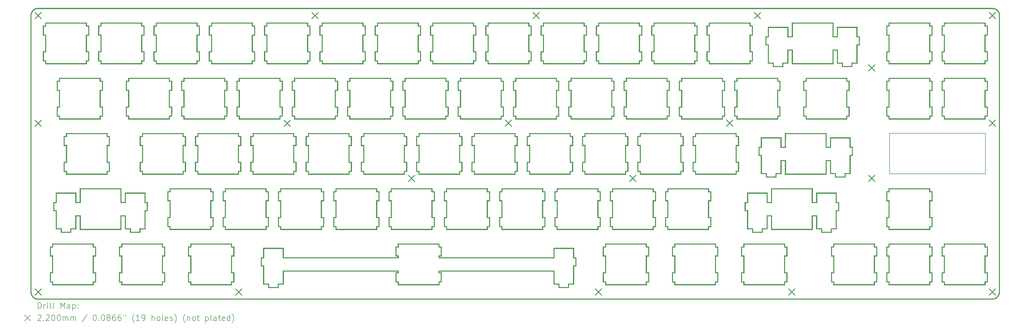
<source format=gbr>
%TF.GenerationSoftware,KiCad,Pcbnew,8.0.7*%
%TF.CreationDate,2025-01-06T14:23:47+11:00*%
%TF.ProjectId,top,746f702e-6b69-4636-9164-5f7063625858,rev?*%
%TF.SameCoordinates,Original*%
%TF.FileFunction,Drillmap*%
%TF.FilePolarity,Positive*%
%FSLAX45Y45*%
G04 Gerber Fmt 4.5, Leading zero omitted, Abs format (unit mm)*
G04 Created by KiCad (PCBNEW 8.0.7) date 2025-01-06 14:23:47*
%MOMM*%
%LPD*%
G01*
G04 APERTURE LIST*
%ADD10C,0.200000*%
%ADD11C,0.010000*%
%ADD12C,0.220000*%
G04 APERTURE END LIST*
D10*
X32761687Y-6806077D02*
X36061687Y-6806077D01*
X36061687Y-8206077D01*
X32761687Y-8206077D01*
X32761687Y-6806077D01*
D11*
X5104287Y-3086477D02*
X5184720Y-3086477D01*
X5184720Y-3425144D01*
X5104287Y-3425144D01*
X5104287Y-3977594D01*
X5184720Y-3977594D01*
X5184720Y-4316261D01*
X5104287Y-4316261D01*
X5104287Y-4415744D01*
X3675537Y-4415744D01*
X3675537Y-4316261D01*
X3595104Y-4316261D01*
X3595104Y-3977594D01*
X3675537Y-3977594D01*
X3675537Y-3425144D01*
X3595104Y-3425144D01*
X3595104Y-3397627D01*
X3624737Y-3397627D01*
X3703054Y-3397627D01*
X3703054Y-4005111D01*
X3624737Y-4005111D01*
X3624737Y-4286627D01*
X3703054Y-4286627D01*
X3703054Y-4386111D01*
X5074654Y-4386111D01*
X5074654Y-4286627D01*
X5155087Y-4286627D01*
X5155087Y-4005111D01*
X5074654Y-4005111D01*
X5074654Y-3397627D01*
X5155087Y-3397627D01*
X5155087Y-3116111D01*
X5074654Y-3116111D01*
X5074654Y-3014511D01*
X3703054Y-3014511D01*
X3703054Y-3116111D01*
X3624737Y-3116111D01*
X3624737Y-3397627D01*
X3595104Y-3397627D01*
X3595104Y-3116111D01*
X3595104Y-3086477D01*
X3675537Y-3086477D01*
X3675537Y-2986994D01*
X5104287Y-2986994D01*
X5104287Y-3086477D01*
G36*
X5104287Y-3086477D02*
G01*
X5184720Y-3086477D01*
X5184720Y-3425144D01*
X5104287Y-3425144D01*
X5104287Y-3977594D01*
X5184720Y-3977594D01*
X5184720Y-4316261D01*
X5104287Y-4316261D01*
X5104287Y-4415744D01*
X3675537Y-4415744D01*
X3675537Y-4316261D01*
X3595104Y-4316261D01*
X3595104Y-3977594D01*
X3675537Y-3977594D01*
X3675537Y-3425144D01*
X3595104Y-3425144D01*
X3595104Y-3397627D01*
X3624737Y-3397627D01*
X3703054Y-3397627D01*
X3703054Y-4005111D01*
X3624737Y-4005111D01*
X3624737Y-4286627D01*
X3703054Y-4286627D01*
X3703054Y-4386111D01*
X5074654Y-4386111D01*
X5074654Y-4286627D01*
X5155087Y-4286627D01*
X5155087Y-4005111D01*
X5074654Y-4005111D01*
X5074654Y-3397627D01*
X5155087Y-3397627D01*
X5155087Y-3116111D01*
X5074654Y-3116111D01*
X5074654Y-3014511D01*
X3703054Y-3014511D01*
X3703054Y-3116111D01*
X3624737Y-3116111D01*
X3624737Y-3397627D01*
X3595104Y-3397627D01*
X3595104Y-3116111D01*
X3595104Y-3086477D01*
X3675537Y-3086477D01*
X3675537Y-2986994D01*
X5104287Y-2986994D01*
X5104287Y-3086477D01*
G37*
X5341354Y-10706477D02*
X5421787Y-10706477D01*
X5421787Y-11045144D01*
X5341354Y-11045144D01*
X5341354Y-11595477D01*
X5421787Y-11595477D01*
X5421787Y-11934144D01*
X5341354Y-11934144D01*
X5341354Y-12033627D01*
X3912604Y-12033627D01*
X3912604Y-11934144D01*
X3834287Y-11934144D01*
X3834287Y-11595477D01*
X3912604Y-11595477D01*
X3912604Y-11045144D01*
X3834287Y-11045144D01*
X3834287Y-11015511D01*
X3861804Y-11015511D01*
X3942237Y-11015511D01*
X3942237Y-11625111D01*
X3861804Y-11625111D01*
X3861804Y-11906627D01*
X3942237Y-11906627D01*
X3942237Y-12006111D01*
X5313837Y-12006111D01*
X5313837Y-11906627D01*
X5394270Y-11906627D01*
X5394270Y-11625111D01*
X5313837Y-11625111D01*
X5313837Y-11015511D01*
X5394270Y-11015511D01*
X5394270Y-10733994D01*
X5313837Y-10733994D01*
X5313837Y-10634511D01*
X3942237Y-10634511D01*
X3942237Y-10733994D01*
X3861804Y-10733994D01*
X3861804Y-11015511D01*
X3834287Y-11015511D01*
X3834287Y-10733994D01*
X3834287Y-10706477D01*
X3912604Y-10706477D01*
X3912604Y-10606994D01*
X5341354Y-10606994D01*
X5341354Y-10706477D01*
G36*
X5341354Y-10706477D02*
G01*
X5421787Y-10706477D01*
X5421787Y-11045144D01*
X5341354Y-11045144D01*
X5341354Y-11595477D01*
X5421787Y-11595477D01*
X5421787Y-11934144D01*
X5341354Y-11934144D01*
X5341354Y-12033627D01*
X3912604Y-12033627D01*
X3912604Y-11934144D01*
X3834287Y-11934144D01*
X3834287Y-11595477D01*
X3912604Y-11595477D01*
X3912604Y-11045144D01*
X3834287Y-11045144D01*
X3834287Y-11015511D01*
X3861804Y-11015511D01*
X3942237Y-11015511D01*
X3942237Y-11625111D01*
X3861804Y-11625111D01*
X3861804Y-11906627D01*
X3942237Y-11906627D01*
X3942237Y-12006111D01*
X5313837Y-12006111D01*
X5313837Y-11906627D01*
X5394270Y-11906627D01*
X5394270Y-11625111D01*
X5313837Y-11625111D01*
X5313837Y-11015511D01*
X5394270Y-11015511D01*
X5394270Y-10733994D01*
X5313837Y-10733994D01*
X5313837Y-10634511D01*
X3942237Y-10634511D01*
X3942237Y-10733994D01*
X3861804Y-10733994D01*
X3861804Y-11015511D01*
X3834287Y-11015511D01*
X3834287Y-10733994D01*
X3834287Y-10706477D01*
X3912604Y-10706477D01*
X3912604Y-10606994D01*
X5341354Y-10606994D01*
X5341354Y-10706477D01*
G37*
X5817604Y-6896477D02*
X5898037Y-6896477D01*
X5898037Y-7235144D01*
X5817604Y-7235144D01*
X5817604Y-7785477D01*
X5898037Y-7785477D01*
X5898037Y-8124144D01*
X5817604Y-8124144D01*
X5817604Y-8225744D01*
X4388854Y-8225744D01*
X4388854Y-8124144D01*
X4310537Y-8124144D01*
X4310537Y-7785477D01*
X4388854Y-7785477D01*
X4388854Y-7235144D01*
X4310537Y-7235144D01*
X4310537Y-7205511D01*
X4338054Y-7205511D01*
X4418487Y-7205511D01*
X4418487Y-7815111D01*
X4338054Y-7815111D01*
X4338054Y-8096627D01*
X4418487Y-8096627D01*
X4418487Y-8196111D01*
X5790087Y-8196111D01*
X5790087Y-8096627D01*
X5870520Y-8096627D01*
X5870520Y-7815111D01*
X5790087Y-7815111D01*
X5790087Y-7205511D01*
X5870520Y-7205511D01*
X5870520Y-6926111D01*
X5790087Y-6926111D01*
X5790087Y-6824511D01*
X4418487Y-6824511D01*
X4418487Y-6926111D01*
X4338054Y-6926111D01*
X4338054Y-7205511D01*
X4310537Y-7205511D01*
X4310537Y-6926111D01*
X4310537Y-6896477D01*
X4388854Y-6896477D01*
X4388854Y-6796994D01*
X5817604Y-6796994D01*
X5817604Y-6896477D01*
G36*
X5817604Y-6896477D02*
G01*
X5898037Y-6896477D01*
X5898037Y-7235144D01*
X5817604Y-7235144D01*
X5817604Y-7785477D01*
X5898037Y-7785477D01*
X5898037Y-8124144D01*
X5817604Y-8124144D01*
X5817604Y-8225744D01*
X4388854Y-8225744D01*
X4388854Y-8124144D01*
X4310537Y-8124144D01*
X4310537Y-7785477D01*
X4388854Y-7785477D01*
X4388854Y-7235144D01*
X4310537Y-7235144D01*
X4310537Y-7205511D01*
X4338054Y-7205511D01*
X4418487Y-7205511D01*
X4418487Y-7815111D01*
X4338054Y-7815111D01*
X4338054Y-8096627D01*
X4418487Y-8096627D01*
X4418487Y-8196111D01*
X5790087Y-8196111D01*
X5790087Y-8096627D01*
X5870520Y-8096627D01*
X5870520Y-7815111D01*
X5790087Y-7815111D01*
X5790087Y-7205511D01*
X5870520Y-7205511D01*
X5870520Y-6926111D01*
X5790087Y-6926111D01*
X5790087Y-6824511D01*
X4418487Y-6824511D01*
X4418487Y-6926111D01*
X4338054Y-6926111D01*
X4338054Y-7205511D01*
X4310537Y-7205511D01*
X4310537Y-6926111D01*
X4310537Y-6896477D01*
X4388854Y-6896477D01*
X4388854Y-6796994D01*
X5817604Y-6796994D01*
X5817604Y-6896477D01*
G37*
X7009287Y-3086477D02*
X7089720Y-3086477D01*
X7089720Y-3425144D01*
X7009287Y-3425144D01*
X7009287Y-3977594D01*
X7089720Y-3977594D01*
X7089720Y-4316261D01*
X7009287Y-4316261D01*
X7009287Y-4415744D01*
X5580537Y-4415744D01*
X5580537Y-4316261D01*
X5500104Y-4316261D01*
X5500104Y-3977594D01*
X5580537Y-3977594D01*
X5580537Y-3425144D01*
X5500104Y-3425144D01*
X5500104Y-3397627D01*
X5529737Y-3397627D01*
X5608054Y-3397627D01*
X5608054Y-4005111D01*
X5529737Y-4005111D01*
X5529737Y-4286627D01*
X5608054Y-4286627D01*
X5608054Y-4386111D01*
X6979654Y-4386111D01*
X6979654Y-4286627D01*
X7060087Y-4286627D01*
X7060087Y-4005111D01*
X6979654Y-4005111D01*
X6979654Y-3397627D01*
X7060087Y-3397627D01*
X7060087Y-3116111D01*
X6979654Y-3116111D01*
X6979654Y-3014511D01*
X5608054Y-3014511D01*
X5608054Y-3116111D01*
X5529737Y-3116111D01*
X5529737Y-3397627D01*
X5500104Y-3397627D01*
X5500104Y-3116111D01*
X5500104Y-3086477D01*
X5580537Y-3086477D01*
X5580537Y-2986994D01*
X7009287Y-2986994D01*
X7009287Y-3086477D01*
G36*
X7009287Y-3086477D02*
G01*
X7089720Y-3086477D01*
X7089720Y-3425144D01*
X7009287Y-3425144D01*
X7009287Y-3977594D01*
X7089720Y-3977594D01*
X7089720Y-4316261D01*
X7009287Y-4316261D01*
X7009287Y-4415744D01*
X5580537Y-4415744D01*
X5580537Y-4316261D01*
X5500104Y-4316261D01*
X5500104Y-3977594D01*
X5580537Y-3977594D01*
X5580537Y-3425144D01*
X5500104Y-3425144D01*
X5500104Y-3397627D01*
X5529737Y-3397627D01*
X5608054Y-3397627D01*
X5608054Y-4005111D01*
X5529737Y-4005111D01*
X5529737Y-4286627D01*
X5608054Y-4286627D01*
X5608054Y-4386111D01*
X6979654Y-4386111D01*
X6979654Y-4286627D01*
X7060087Y-4286627D01*
X7060087Y-4005111D01*
X6979654Y-4005111D01*
X6979654Y-3397627D01*
X7060087Y-3397627D01*
X7060087Y-3116111D01*
X6979654Y-3116111D01*
X6979654Y-3014511D01*
X5608054Y-3014511D01*
X5608054Y-3116111D01*
X5529737Y-3116111D01*
X5529737Y-3397627D01*
X5500104Y-3397627D01*
X5500104Y-3116111D01*
X5500104Y-3086477D01*
X5580537Y-3086477D01*
X5580537Y-2986994D01*
X7009287Y-2986994D01*
X7009287Y-3086477D01*
G37*
X7722604Y-10706477D02*
X7803037Y-10706477D01*
X7803037Y-11045144D01*
X7722604Y-11045144D01*
X7722604Y-11595477D01*
X7803037Y-11595477D01*
X7803037Y-11934144D01*
X7722604Y-11934144D01*
X7722604Y-12033627D01*
X6293854Y-12033627D01*
X6293854Y-11934144D01*
X6215537Y-11934144D01*
X6215537Y-11595477D01*
X6293854Y-11595477D01*
X6293854Y-11045144D01*
X6215537Y-11045144D01*
X6215537Y-11015511D01*
X6243054Y-11015511D01*
X6323487Y-11015511D01*
X6323487Y-11625111D01*
X6243054Y-11625111D01*
X6243054Y-11906627D01*
X6323487Y-11906627D01*
X6323487Y-12006111D01*
X7695087Y-12006111D01*
X7695087Y-11906627D01*
X7775520Y-11906627D01*
X7775520Y-11625111D01*
X7695087Y-11625111D01*
X7695087Y-11015511D01*
X7775520Y-11015511D01*
X7775520Y-10733994D01*
X7695087Y-10733994D01*
X7695087Y-10634511D01*
X6323487Y-10634511D01*
X6323487Y-10733994D01*
X6243054Y-10733994D01*
X6243054Y-11015511D01*
X6215537Y-11015511D01*
X6215537Y-10733994D01*
X6215537Y-10706477D01*
X6293854Y-10706477D01*
X6293854Y-10606994D01*
X7722604Y-10606994D01*
X7722604Y-10706477D01*
G36*
X7722604Y-10706477D02*
G01*
X7803037Y-10706477D01*
X7803037Y-11045144D01*
X7722604Y-11045144D01*
X7722604Y-11595477D01*
X7803037Y-11595477D01*
X7803037Y-11934144D01*
X7722604Y-11934144D01*
X7722604Y-12033627D01*
X6293854Y-12033627D01*
X6293854Y-11934144D01*
X6215537Y-11934144D01*
X6215537Y-11595477D01*
X6293854Y-11595477D01*
X6293854Y-11045144D01*
X6215537Y-11045144D01*
X6215537Y-11015511D01*
X6243054Y-11015511D01*
X6323487Y-11015511D01*
X6323487Y-11625111D01*
X6243054Y-11625111D01*
X6243054Y-11906627D01*
X6323487Y-11906627D01*
X6323487Y-12006111D01*
X7695087Y-12006111D01*
X7695087Y-11906627D01*
X7775520Y-11906627D01*
X7775520Y-11625111D01*
X7695087Y-11625111D01*
X7695087Y-11015511D01*
X7775520Y-11015511D01*
X7775520Y-10733994D01*
X7695087Y-10733994D01*
X7695087Y-10634511D01*
X6323487Y-10634511D01*
X6323487Y-10733994D01*
X6243054Y-10733994D01*
X6243054Y-11015511D01*
X6215537Y-11015511D01*
X6215537Y-10733994D01*
X6215537Y-10706477D01*
X6293854Y-10706477D01*
X6293854Y-10606994D01*
X7722604Y-10606994D01*
X7722604Y-10706477D01*
G37*
X8914287Y-3086477D02*
X8994720Y-3086477D01*
X8994720Y-3425144D01*
X8914287Y-3425144D01*
X8914287Y-3977594D01*
X8994720Y-3977594D01*
X8994720Y-4316261D01*
X8914287Y-4316261D01*
X8914287Y-4415744D01*
X7485537Y-4415744D01*
X7485537Y-4316261D01*
X7405104Y-4316261D01*
X7405104Y-3977594D01*
X7485537Y-3977594D01*
X7485537Y-3425144D01*
X7405104Y-3425144D01*
X7405104Y-3397627D01*
X7434737Y-3397627D01*
X7513054Y-3397627D01*
X7513054Y-4005111D01*
X7434737Y-4005111D01*
X7434737Y-4286627D01*
X7513054Y-4286627D01*
X7513054Y-4386111D01*
X8884654Y-4386111D01*
X8884654Y-4286627D01*
X8965087Y-4286627D01*
X8965087Y-4005111D01*
X8884654Y-4005111D01*
X8884654Y-3397627D01*
X8965087Y-3397627D01*
X8965087Y-3116111D01*
X8884654Y-3116111D01*
X8884654Y-3014511D01*
X7513054Y-3014511D01*
X7513054Y-3116111D01*
X7434737Y-3116111D01*
X7434737Y-3397627D01*
X7405104Y-3397627D01*
X7405104Y-3116111D01*
X7405104Y-3086477D01*
X7485537Y-3086477D01*
X7485537Y-2986994D01*
X8914287Y-2986994D01*
X8914287Y-3086477D01*
G36*
X8914287Y-3086477D02*
G01*
X8994720Y-3086477D01*
X8994720Y-3425144D01*
X8914287Y-3425144D01*
X8914287Y-3977594D01*
X8994720Y-3977594D01*
X8994720Y-4316261D01*
X8914287Y-4316261D01*
X8914287Y-4415744D01*
X7485537Y-4415744D01*
X7485537Y-4316261D01*
X7405104Y-4316261D01*
X7405104Y-3977594D01*
X7485537Y-3977594D01*
X7485537Y-3425144D01*
X7405104Y-3425144D01*
X7405104Y-3397627D01*
X7434737Y-3397627D01*
X7513054Y-3397627D01*
X7513054Y-4005111D01*
X7434737Y-4005111D01*
X7434737Y-4286627D01*
X7513054Y-4286627D01*
X7513054Y-4386111D01*
X8884654Y-4386111D01*
X8884654Y-4286627D01*
X8965087Y-4286627D01*
X8965087Y-4005111D01*
X8884654Y-4005111D01*
X8884654Y-3397627D01*
X8965087Y-3397627D01*
X8965087Y-3116111D01*
X8884654Y-3116111D01*
X8884654Y-3014511D01*
X7513054Y-3014511D01*
X7513054Y-3116111D01*
X7434737Y-3116111D01*
X7434737Y-3397627D01*
X7405104Y-3397627D01*
X7405104Y-3116111D01*
X7405104Y-3086477D01*
X7485537Y-3086477D01*
X7485537Y-2986994D01*
X8914287Y-2986994D01*
X8914287Y-3086477D01*
G37*
X9390537Y-8801477D02*
X9470970Y-8801477D01*
X9470970Y-9140144D01*
X9390537Y-9140144D01*
X9390537Y-9690477D01*
X9470970Y-9690477D01*
X9470970Y-10029144D01*
X9390537Y-10029144D01*
X9390537Y-10130744D01*
X7961787Y-10130744D01*
X7961787Y-10029144D01*
X7881354Y-10029144D01*
X7881354Y-9690477D01*
X7961787Y-9690477D01*
X7961787Y-9140144D01*
X7881354Y-9140144D01*
X7881354Y-9110511D01*
X7910987Y-9110511D01*
X7989304Y-9110511D01*
X7989304Y-9720111D01*
X7910987Y-9720111D01*
X7910987Y-10001627D01*
X7989304Y-10001627D01*
X7989304Y-10101111D01*
X9360904Y-10101111D01*
X9360904Y-10001627D01*
X9441337Y-10001627D01*
X9441337Y-9720111D01*
X9360904Y-9720111D01*
X9360904Y-9110511D01*
X9441337Y-9110511D01*
X9441337Y-8828994D01*
X9360904Y-8828994D01*
X9360904Y-8729511D01*
X7989304Y-8729511D01*
X7989304Y-8828994D01*
X7910987Y-8828994D01*
X7910987Y-9110511D01*
X7881354Y-9110511D01*
X7881354Y-8828994D01*
X7881354Y-8801477D01*
X7961787Y-8801477D01*
X7961787Y-8701994D01*
X9390537Y-8701994D01*
X9390537Y-8801477D01*
G36*
X9390537Y-8801477D02*
G01*
X9470970Y-8801477D01*
X9470970Y-9140144D01*
X9390537Y-9140144D01*
X9390537Y-9690477D01*
X9470970Y-9690477D01*
X9470970Y-10029144D01*
X9390537Y-10029144D01*
X9390537Y-10130744D01*
X7961787Y-10130744D01*
X7961787Y-10029144D01*
X7881354Y-10029144D01*
X7881354Y-9690477D01*
X7961787Y-9690477D01*
X7961787Y-9140144D01*
X7881354Y-9140144D01*
X7881354Y-9110511D01*
X7910987Y-9110511D01*
X7989304Y-9110511D01*
X7989304Y-9720111D01*
X7910987Y-9720111D01*
X7910987Y-10001627D01*
X7989304Y-10001627D01*
X7989304Y-10101111D01*
X9360904Y-10101111D01*
X9360904Y-10001627D01*
X9441337Y-10001627D01*
X9441337Y-9720111D01*
X9360904Y-9720111D01*
X9360904Y-9110511D01*
X9441337Y-9110511D01*
X9441337Y-8828994D01*
X9360904Y-8828994D01*
X9360904Y-8729511D01*
X7989304Y-8729511D01*
X7989304Y-8828994D01*
X7910987Y-8828994D01*
X7910987Y-9110511D01*
X7881354Y-9110511D01*
X7881354Y-8828994D01*
X7881354Y-8801477D01*
X7961787Y-8801477D01*
X7961787Y-8701994D01*
X9390537Y-8701994D01*
X9390537Y-8801477D01*
G37*
X10103854Y-10706477D02*
X10184287Y-10706477D01*
X10184287Y-11045144D01*
X10103854Y-11045144D01*
X10103854Y-11595477D01*
X10184287Y-11595477D01*
X10184287Y-11934144D01*
X10103854Y-11934144D01*
X10103854Y-12033627D01*
X8675104Y-12033627D01*
X8675104Y-11934144D01*
X8596787Y-11934144D01*
X8596787Y-11595477D01*
X8675104Y-11595477D01*
X8675104Y-11045144D01*
X8596787Y-11045144D01*
X8596787Y-11015511D01*
X8624304Y-11015511D01*
X8704737Y-11015511D01*
X8704737Y-11625111D01*
X8624304Y-11625111D01*
X8624304Y-11906627D01*
X8704737Y-11906627D01*
X8704737Y-12006111D01*
X10076337Y-12006111D01*
X10076337Y-11906627D01*
X10156770Y-11906627D01*
X10156770Y-11625111D01*
X10076337Y-11625111D01*
X10076337Y-11015511D01*
X10156770Y-11015511D01*
X10156770Y-10733994D01*
X10076337Y-10733994D01*
X10076337Y-10634511D01*
X8704737Y-10634511D01*
X8704737Y-10733994D01*
X8624304Y-10733994D01*
X8624304Y-11015511D01*
X8596787Y-11015511D01*
X8596787Y-10733994D01*
X8596787Y-10706477D01*
X8675104Y-10706477D01*
X8675104Y-10606994D01*
X10103854Y-10606994D01*
X10103854Y-10706477D01*
G36*
X10103854Y-10706477D02*
G01*
X10184287Y-10706477D01*
X10184287Y-11045144D01*
X10103854Y-11045144D01*
X10103854Y-11595477D01*
X10184287Y-11595477D01*
X10184287Y-11934144D01*
X10103854Y-11934144D01*
X10103854Y-12033627D01*
X8675104Y-12033627D01*
X8675104Y-11934144D01*
X8596787Y-11934144D01*
X8596787Y-11595477D01*
X8675104Y-11595477D01*
X8675104Y-11045144D01*
X8596787Y-11045144D01*
X8596787Y-11015511D01*
X8624304Y-11015511D01*
X8704737Y-11015511D01*
X8704737Y-11625111D01*
X8624304Y-11625111D01*
X8624304Y-11906627D01*
X8704737Y-11906627D01*
X8704737Y-12006111D01*
X10076337Y-12006111D01*
X10076337Y-11906627D01*
X10156770Y-11906627D01*
X10156770Y-11625111D01*
X10076337Y-11625111D01*
X10076337Y-11015511D01*
X10156770Y-11015511D01*
X10156770Y-10733994D01*
X10076337Y-10733994D01*
X10076337Y-10634511D01*
X8704737Y-10634511D01*
X8704737Y-10733994D01*
X8624304Y-10733994D01*
X8624304Y-11015511D01*
X8596787Y-11015511D01*
X8596787Y-10733994D01*
X8596787Y-10706477D01*
X8675104Y-10706477D01*
X8675104Y-10606994D01*
X10103854Y-10606994D01*
X10103854Y-10706477D01*
G37*
X10819287Y-3086477D02*
X10899720Y-3086477D01*
X10899720Y-3425144D01*
X10819287Y-3425144D01*
X10819287Y-3977594D01*
X10899720Y-3977594D01*
X10899720Y-4316261D01*
X10819287Y-4316261D01*
X10819287Y-4415744D01*
X9390537Y-4415744D01*
X9390537Y-4316261D01*
X9310104Y-4316261D01*
X9310104Y-3977594D01*
X9390537Y-3977594D01*
X9390537Y-3425144D01*
X9310104Y-3425144D01*
X9310104Y-3397627D01*
X9339737Y-3397627D01*
X9418054Y-3397627D01*
X9418054Y-4005111D01*
X9339737Y-4005111D01*
X9339737Y-4286627D01*
X9418054Y-4286627D01*
X9418054Y-4386111D01*
X10789654Y-4386111D01*
X10789654Y-4286627D01*
X10870087Y-4286627D01*
X10870087Y-4005111D01*
X10789654Y-4005111D01*
X10789654Y-3397627D01*
X10870087Y-3397627D01*
X10870087Y-3116111D01*
X10789654Y-3116111D01*
X10789654Y-3014511D01*
X9418054Y-3014511D01*
X9418054Y-3116111D01*
X9339737Y-3116111D01*
X9339737Y-3397627D01*
X9310104Y-3397627D01*
X9310104Y-3116111D01*
X9310104Y-3086477D01*
X9390537Y-3086477D01*
X9390537Y-2986994D01*
X10819287Y-2986994D01*
X10819287Y-3086477D01*
G36*
X10819287Y-3086477D02*
G01*
X10899720Y-3086477D01*
X10899720Y-3425144D01*
X10819287Y-3425144D01*
X10819287Y-3977594D01*
X10899720Y-3977594D01*
X10899720Y-4316261D01*
X10819287Y-4316261D01*
X10819287Y-4415744D01*
X9390537Y-4415744D01*
X9390537Y-4316261D01*
X9310104Y-4316261D01*
X9310104Y-3977594D01*
X9390537Y-3977594D01*
X9390537Y-3425144D01*
X9310104Y-3425144D01*
X9310104Y-3397627D01*
X9339737Y-3397627D01*
X9418054Y-3397627D01*
X9418054Y-4005111D01*
X9339737Y-4005111D01*
X9339737Y-4286627D01*
X9418054Y-4286627D01*
X9418054Y-4386111D01*
X10789654Y-4386111D01*
X10789654Y-4286627D01*
X10870087Y-4286627D01*
X10870087Y-4005111D01*
X10789654Y-4005111D01*
X10789654Y-3397627D01*
X10870087Y-3397627D01*
X10870087Y-3116111D01*
X10789654Y-3116111D01*
X10789654Y-3014511D01*
X9418054Y-3014511D01*
X9418054Y-3116111D01*
X9339737Y-3116111D01*
X9339737Y-3397627D01*
X9310104Y-3397627D01*
X9310104Y-3116111D01*
X9310104Y-3086477D01*
X9390537Y-3086477D01*
X9390537Y-2986994D01*
X10819287Y-2986994D01*
X10819287Y-3086477D01*
G37*
X13200537Y-8801477D02*
X13278854Y-8801477D01*
X13278854Y-9140144D01*
X13200537Y-9140144D01*
X13200537Y-9690477D01*
X13278854Y-9690477D01*
X13278854Y-10029144D01*
X13200537Y-10029144D01*
X13200537Y-10130744D01*
X11771787Y-10130744D01*
X11771787Y-10029144D01*
X11691354Y-10029144D01*
X11691354Y-9690477D01*
X11771787Y-9690477D01*
X11771787Y-9140144D01*
X11691354Y-9140144D01*
X11691354Y-9110511D01*
X11720987Y-9110511D01*
X11799304Y-9110511D01*
X11799304Y-9720111D01*
X11720987Y-9720111D01*
X11720987Y-10001627D01*
X11799304Y-10001627D01*
X11799304Y-10101111D01*
X13170904Y-10101111D01*
X13170904Y-10001627D01*
X13251337Y-10001627D01*
X13251337Y-9720111D01*
X13170904Y-9720111D01*
X13170904Y-9110511D01*
X13251337Y-9110511D01*
X13251337Y-8828994D01*
X13170904Y-8828994D01*
X13170904Y-8729511D01*
X11799304Y-8729511D01*
X11799304Y-8828994D01*
X11720987Y-8828994D01*
X11720987Y-9110511D01*
X11691354Y-9110511D01*
X11691354Y-8828994D01*
X11691354Y-8801477D01*
X11771787Y-8801477D01*
X11771787Y-8701994D01*
X13200537Y-8701994D01*
X13200537Y-8801477D01*
G36*
X13200537Y-8801477D02*
G01*
X13278854Y-8801477D01*
X13278854Y-9140144D01*
X13200537Y-9140144D01*
X13200537Y-9690477D01*
X13278854Y-9690477D01*
X13278854Y-10029144D01*
X13200537Y-10029144D01*
X13200537Y-10130744D01*
X11771787Y-10130744D01*
X11771787Y-10029144D01*
X11691354Y-10029144D01*
X11691354Y-9690477D01*
X11771787Y-9690477D01*
X11771787Y-9140144D01*
X11691354Y-9140144D01*
X11691354Y-9110511D01*
X11720987Y-9110511D01*
X11799304Y-9110511D01*
X11799304Y-9720111D01*
X11720987Y-9720111D01*
X11720987Y-10001627D01*
X11799304Y-10001627D01*
X11799304Y-10101111D01*
X13170904Y-10101111D01*
X13170904Y-10001627D01*
X13251337Y-10001627D01*
X13251337Y-9720111D01*
X13170904Y-9720111D01*
X13170904Y-9110511D01*
X13251337Y-9110511D01*
X13251337Y-8828994D01*
X13170904Y-8828994D01*
X13170904Y-8729511D01*
X11799304Y-8729511D01*
X11799304Y-8828994D01*
X11720987Y-8828994D01*
X11720987Y-9110511D01*
X11691354Y-9110511D01*
X11691354Y-8828994D01*
X11691354Y-8801477D01*
X11771787Y-8801477D01*
X11771787Y-8701994D01*
X13200537Y-8701994D01*
X13200537Y-8801477D01*
G37*
X14153037Y-6896477D02*
X14231354Y-6896477D01*
X14231354Y-7235144D01*
X14153037Y-7235144D01*
X14153037Y-7785477D01*
X14231354Y-7785477D01*
X14231354Y-8124144D01*
X14153037Y-8124144D01*
X14153037Y-8225744D01*
X12724287Y-8225744D01*
X12724287Y-8124144D01*
X12643854Y-8124144D01*
X12643854Y-7785477D01*
X12724287Y-7785477D01*
X12724287Y-7235144D01*
X12643854Y-7235144D01*
X12643854Y-7205511D01*
X12673487Y-7205511D01*
X12751804Y-7205511D01*
X12751804Y-7815111D01*
X12673487Y-7815111D01*
X12673487Y-8096627D01*
X12751804Y-8096627D01*
X12751804Y-8196111D01*
X14123404Y-8196111D01*
X14123404Y-8096627D01*
X14203837Y-8096627D01*
X14203837Y-7815111D01*
X14123404Y-7815111D01*
X14123404Y-7205511D01*
X14203837Y-7205511D01*
X14203837Y-6926111D01*
X14123404Y-6926111D01*
X14123404Y-6824511D01*
X12751804Y-6824511D01*
X12751804Y-6926111D01*
X12673487Y-6926111D01*
X12673487Y-7205511D01*
X12643854Y-7205511D01*
X12643854Y-6926111D01*
X12643854Y-6896477D01*
X12724287Y-6896477D01*
X12724287Y-6796994D01*
X14153037Y-6796994D01*
X14153037Y-6896477D01*
G36*
X14153037Y-6896477D02*
G01*
X14231354Y-6896477D01*
X14231354Y-7235144D01*
X14153037Y-7235144D01*
X14153037Y-7785477D01*
X14231354Y-7785477D01*
X14231354Y-8124144D01*
X14153037Y-8124144D01*
X14153037Y-8225744D01*
X12724287Y-8225744D01*
X12724287Y-8124144D01*
X12643854Y-8124144D01*
X12643854Y-7785477D01*
X12724287Y-7785477D01*
X12724287Y-7235144D01*
X12643854Y-7235144D01*
X12643854Y-7205511D01*
X12673487Y-7205511D01*
X12751804Y-7205511D01*
X12751804Y-7815111D01*
X12673487Y-7815111D01*
X12673487Y-8096627D01*
X12751804Y-8096627D01*
X12751804Y-8196111D01*
X14123404Y-8196111D01*
X14123404Y-8096627D01*
X14203837Y-8096627D01*
X14203837Y-7815111D01*
X14123404Y-7815111D01*
X14123404Y-7205511D01*
X14203837Y-7205511D01*
X14203837Y-6926111D01*
X14123404Y-6926111D01*
X14123404Y-6824511D01*
X12751804Y-6824511D01*
X12751804Y-6926111D01*
X12673487Y-6926111D01*
X12673487Y-7205511D01*
X12643854Y-7205511D01*
X12643854Y-6926111D01*
X12643854Y-6896477D01*
X12724287Y-6896477D01*
X12724287Y-6796994D01*
X14153037Y-6796994D01*
X14153037Y-6896477D01*
G37*
X14629287Y-3086477D02*
X14707604Y-3086477D01*
X14707604Y-3425144D01*
X14629287Y-3425144D01*
X14629287Y-3977594D01*
X14707604Y-3977594D01*
X14707604Y-4316261D01*
X14629287Y-4316261D01*
X14629287Y-4415744D01*
X13200537Y-4415744D01*
X13200537Y-4316261D01*
X13120104Y-4316261D01*
X13120104Y-3977594D01*
X13200537Y-3977594D01*
X13200537Y-3425144D01*
X13120104Y-3425144D01*
X13120104Y-3397627D01*
X13149737Y-3397627D01*
X13228054Y-3397627D01*
X13228054Y-4005111D01*
X13149737Y-4005111D01*
X13149737Y-4286627D01*
X13228054Y-4286627D01*
X13228054Y-4386111D01*
X14599654Y-4386111D01*
X14599654Y-4286627D01*
X14680087Y-4286627D01*
X14680087Y-4005111D01*
X14599654Y-4005111D01*
X14599654Y-3397627D01*
X14680087Y-3397627D01*
X14680087Y-3116111D01*
X14599654Y-3116111D01*
X14599654Y-3014511D01*
X13228054Y-3014511D01*
X13228054Y-3116111D01*
X13149737Y-3116111D01*
X13149737Y-3397627D01*
X13120104Y-3397627D01*
X13120104Y-3116111D01*
X13120104Y-3086477D01*
X13200537Y-3086477D01*
X13200537Y-2986994D01*
X14629287Y-2986994D01*
X14629287Y-3086477D01*
G36*
X14629287Y-3086477D02*
G01*
X14707604Y-3086477D01*
X14707604Y-3425144D01*
X14629287Y-3425144D01*
X14629287Y-3977594D01*
X14707604Y-3977594D01*
X14707604Y-4316261D01*
X14629287Y-4316261D01*
X14629287Y-4415744D01*
X13200537Y-4415744D01*
X13200537Y-4316261D01*
X13120104Y-4316261D01*
X13120104Y-3977594D01*
X13200537Y-3977594D01*
X13200537Y-3425144D01*
X13120104Y-3425144D01*
X13120104Y-3397627D01*
X13149737Y-3397627D01*
X13228054Y-3397627D01*
X13228054Y-4005111D01*
X13149737Y-4005111D01*
X13149737Y-4286627D01*
X13228054Y-4286627D01*
X13228054Y-4386111D01*
X14599654Y-4386111D01*
X14599654Y-4286627D01*
X14680087Y-4286627D01*
X14680087Y-4005111D01*
X14599654Y-4005111D01*
X14599654Y-3397627D01*
X14680087Y-3397627D01*
X14680087Y-3116111D01*
X14599654Y-3116111D01*
X14599654Y-3014511D01*
X13228054Y-3014511D01*
X13228054Y-3116111D01*
X13149737Y-3116111D01*
X13149737Y-3397627D01*
X13120104Y-3397627D01*
X13120104Y-3116111D01*
X13120104Y-3086477D01*
X13200537Y-3086477D01*
X13200537Y-2986994D01*
X14629287Y-2986994D01*
X14629287Y-3086477D01*
G37*
X15105537Y-8801477D02*
X15183854Y-8801477D01*
X15183854Y-9140144D01*
X15105537Y-9140144D01*
X15105537Y-9690477D01*
X15183854Y-9690477D01*
X15183854Y-10029144D01*
X15105537Y-10029144D01*
X15105537Y-10130744D01*
X13676787Y-10130744D01*
X13676787Y-10029144D01*
X13596354Y-10029144D01*
X13596354Y-9690477D01*
X13676787Y-9690477D01*
X13676787Y-9140144D01*
X13596354Y-9140144D01*
X13596354Y-9110511D01*
X13623870Y-9110511D01*
X13704304Y-9110511D01*
X13704304Y-9720111D01*
X13623870Y-9720111D01*
X13623870Y-10001627D01*
X13704304Y-10001627D01*
X13704304Y-10101111D01*
X15075904Y-10101111D01*
X15075904Y-10001627D01*
X15156337Y-10001627D01*
X15156337Y-9720111D01*
X15075904Y-9720111D01*
X15075904Y-9110511D01*
X15156337Y-9110511D01*
X15156337Y-8828994D01*
X15075904Y-8828994D01*
X15075904Y-8729511D01*
X13704304Y-8729511D01*
X13704304Y-8828994D01*
X13623870Y-8828994D01*
X13623870Y-9110511D01*
X13596354Y-9110511D01*
X13596354Y-8828994D01*
X13596354Y-8801477D01*
X13676787Y-8801477D01*
X13676787Y-8701994D01*
X15105537Y-8701994D01*
X15105537Y-8801477D01*
G36*
X15105537Y-8801477D02*
G01*
X15183854Y-8801477D01*
X15183854Y-9140144D01*
X15105537Y-9140144D01*
X15105537Y-9690477D01*
X15183854Y-9690477D01*
X15183854Y-10029144D01*
X15105537Y-10029144D01*
X15105537Y-10130744D01*
X13676787Y-10130744D01*
X13676787Y-10029144D01*
X13596354Y-10029144D01*
X13596354Y-9690477D01*
X13676787Y-9690477D01*
X13676787Y-9140144D01*
X13596354Y-9140144D01*
X13596354Y-9110511D01*
X13623870Y-9110511D01*
X13704304Y-9110511D01*
X13704304Y-9720111D01*
X13623870Y-9720111D01*
X13623870Y-10001627D01*
X13704304Y-10001627D01*
X13704304Y-10101111D01*
X15075904Y-10101111D01*
X15075904Y-10001627D01*
X15156337Y-10001627D01*
X15156337Y-9720111D01*
X15075904Y-9720111D01*
X15075904Y-9110511D01*
X15156337Y-9110511D01*
X15156337Y-8828994D01*
X15075904Y-8828994D01*
X15075904Y-8729511D01*
X13704304Y-8729511D01*
X13704304Y-8828994D01*
X13623870Y-8828994D01*
X13623870Y-9110511D01*
X13596354Y-9110511D01*
X13596354Y-8828994D01*
X13596354Y-8801477D01*
X13676787Y-8801477D01*
X13676787Y-8701994D01*
X15105537Y-8701994D01*
X15105537Y-8801477D01*
G37*
X16058037Y-6896477D02*
X16136354Y-6896477D01*
X16136354Y-7235144D01*
X16058037Y-7235144D01*
X16058037Y-7785477D01*
X16136354Y-7785477D01*
X16136354Y-8124144D01*
X16058037Y-8124144D01*
X16058037Y-8225744D01*
X14629287Y-8225744D01*
X14629287Y-8124144D01*
X14548854Y-8124144D01*
X14548854Y-7785477D01*
X14629287Y-7785477D01*
X14629287Y-7235144D01*
X14548854Y-7235144D01*
X14548854Y-7205511D01*
X14576370Y-7205511D01*
X14656804Y-7205511D01*
X14656804Y-7815111D01*
X14576370Y-7815111D01*
X14576370Y-8096627D01*
X14656804Y-8096627D01*
X14656804Y-8196111D01*
X16028404Y-8196111D01*
X16028404Y-8096627D01*
X16108837Y-8096627D01*
X16108837Y-7815111D01*
X16028404Y-7815111D01*
X16028404Y-7205511D01*
X16108837Y-7205511D01*
X16108837Y-6926111D01*
X16028404Y-6926111D01*
X16028404Y-6824511D01*
X14656804Y-6824511D01*
X14656804Y-6926111D01*
X14576370Y-6926111D01*
X14576370Y-7205511D01*
X14548854Y-7205511D01*
X14548854Y-6926111D01*
X14548854Y-6896477D01*
X14629287Y-6896477D01*
X14629287Y-6796994D01*
X16058037Y-6796994D01*
X16058037Y-6896477D01*
G36*
X16058037Y-6896477D02*
G01*
X16136354Y-6896477D01*
X16136354Y-7235144D01*
X16058037Y-7235144D01*
X16058037Y-7785477D01*
X16136354Y-7785477D01*
X16136354Y-8124144D01*
X16058037Y-8124144D01*
X16058037Y-8225744D01*
X14629287Y-8225744D01*
X14629287Y-8124144D01*
X14548854Y-8124144D01*
X14548854Y-7785477D01*
X14629287Y-7785477D01*
X14629287Y-7235144D01*
X14548854Y-7235144D01*
X14548854Y-7205511D01*
X14576370Y-7205511D01*
X14656804Y-7205511D01*
X14656804Y-7815111D01*
X14576370Y-7815111D01*
X14576370Y-8096627D01*
X14656804Y-8096627D01*
X14656804Y-8196111D01*
X16028404Y-8196111D01*
X16028404Y-8096627D01*
X16108837Y-8096627D01*
X16108837Y-7815111D01*
X16028404Y-7815111D01*
X16028404Y-7205511D01*
X16108837Y-7205511D01*
X16108837Y-6926111D01*
X16028404Y-6926111D01*
X16028404Y-6824511D01*
X14656804Y-6824511D01*
X14656804Y-6926111D01*
X14576370Y-6926111D01*
X14576370Y-7205511D01*
X14548854Y-7205511D01*
X14548854Y-6926111D01*
X14548854Y-6896477D01*
X14629287Y-6896477D01*
X14629287Y-6796994D01*
X16058037Y-6796994D01*
X16058037Y-6896477D01*
G37*
X17010537Y-8801477D02*
X17088854Y-8801477D01*
X17088854Y-9140144D01*
X17010537Y-9140144D01*
X17010537Y-9690477D01*
X17088854Y-9690477D01*
X17088854Y-10029144D01*
X17010537Y-10029144D01*
X17010537Y-10130744D01*
X15581787Y-10130744D01*
X15581787Y-10029144D01*
X15501354Y-10029144D01*
X15501354Y-9690477D01*
X15581787Y-9690477D01*
X15581787Y-9140144D01*
X15501354Y-9140144D01*
X15501354Y-9110511D01*
X15528870Y-9110511D01*
X15609304Y-9110511D01*
X15609304Y-9720111D01*
X15528870Y-9720111D01*
X15528870Y-10001627D01*
X15609304Y-10001627D01*
X15609304Y-10101111D01*
X16980904Y-10101111D01*
X16980904Y-10001627D01*
X17061337Y-10001627D01*
X17061337Y-9720111D01*
X16980904Y-9720111D01*
X16980904Y-9110511D01*
X17061337Y-9110511D01*
X17061337Y-8828994D01*
X16980904Y-8828994D01*
X16980904Y-8729511D01*
X15609304Y-8729511D01*
X15609304Y-8828994D01*
X15528870Y-8828994D01*
X15528870Y-9110511D01*
X15501354Y-9110511D01*
X15501354Y-8828994D01*
X15501354Y-8801477D01*
X15581787Y-8801477D01*
X15581787Y-8701994D01*
X17010537Y-8701994D01*
X17010537Y-8801477D01*
G36*
X17010537Y-8801477D02*
G01*
X17088854Y-8801477D01*
X17088854Y-9140144D01*
X17010537Y-9140144D01*
X17010537Y-9690477D01*
X17088854Y-9690477D01*
X17088854Y-10029144D01*
X17010537Y-10029144D01*
X17010537Y-10130744D01*
X15581787Y-10130744D01*
X15581787Y-10029144D01*
X15501354Y-10029144D01*
X15501354Y-9690477D01*
X15581787Y-9690477D01*
X15581787Y-9140144D01*
X15501354Y-9140144D01*
X15501354Y-9110511D01*
X15528870Y-9110511D01*
X15609304Y-9110511D01*
X15609304Y-9720111D01*
X15528870Y-9720111D01*
X15528870Y-10001627D01*
X15609304Y-10001627D01*
X15609304Y-10101111D01*
X16980904Y-10101111D01*
X16980904Y-10001627D01*
X17061337Y-10001627D01*
X17061337Y-9720111D01*
X16980904Y-9720111D01*
X16980904Y-9110511D01*
X17061337Y-9110511D01*
X17061337Y-8828994D01*
X16980904Y-8828994D01*
X16980904Y-8729511D01*
X15609304Y-8729511D01*
X15609304Y-8828994D01*
X15528870Y-8828994D01*
X15528870Y-9110511D01*
X15501354Y-9110511D01*
X15501354Y-8828994D01*
X15501354Y-8801477D01*
X15581787Y-8801477D01*
X15581787Y-8701994D01*
X17010537Y-8701994D01*
X17010537Y-8801477D01*
G37*
X17963037Y-6896477D02*
X18041354Y-6896477D01*
X18041354Y-7235144D01*
X17963037Y-7235144D01*
X17963037Y-7785477D01*
X18041354Y-7785477D01*
X18041354Y-8124144D01*
X17963037Y-8124144D01*
X17963037Y-8225744D01*
X16534287Y-8225744D01*
X16534287Y-8124144D01*
X16453854Y-8124144D01*
X16453854Y-7785477D01*
X16534287Y-7785477D01*
X16534287Y-7235144D01*
X16453854Y-7235144D01*
X16453854Y-7205511D01*
X16481370Y-7205511D01*
X16561804Y-7205511D01*
X16561804Y-7815111D01*
X16481370Y-7815111D01*
X16481370Y-8096627D01*
X16561804Y-8096627D01*
X16561804Y-8196111D01*
X17933404Y-8196111D01*
X17933404Y-8096627D01*
X18013837Y-8096627D01*
X18013837Y-7815111D01*
X17933404Y-7815111D01*
X17933404Y-7205511D01*
X18013837Y-7205511D01*
X18013837Y-6926111D01*
X17933404Y-6926111D01*
X17933404Y-6824511D01*
X16561804Y-6824511D01*
X16561804Y-6926111D01*
X16481370Y-6926111D01*
X16481370Y-7205511D01*
X16453854Y-7205511D01*
X16453854Y-6926111D01*
X16453854Y-6896477D01*
X16534287Y-6896477D01*
X16534287Y-6796994D01*
X17963037Y-6796994D01*
X17963037Y-6896477D01*
G36*
X17963037Y-6896477D02*
G01*
X18041354Y-6896477D01*
X18041354Y-7235144D01*
X17963037Y-7235144D01*
X17963037Y-7785477D01*
X18041354Y-7785477D01*
X18041354Y-8124144D01*
X17963037Y-8124144D01*
X17963037Y-8225744D01*
X16534287Y-8225744D01*
X16534287Y-8124144D01*
X16453854Y-8124144D01*
X16453854Y-7785477D01*
X16534287Y-7785477D01*
X16534287Y-7235144D01*
X16453854Y-7235144D01*
X16453854Y-7205511D01*
X16481370Y-7205511D01*
X16561804Y-7205511D01*
X16561804Y-7815111D01*
X16481370Y-7815111D01*
X16481370Y-8096627D01*
X16561804Y-8096627D01*
X16561804Y-8196111D01*
X17933404Y-8196111D01*
X17933404Y-8096627D01*
X18013837Y-8096627D01*
X18013837Y-7815111D01*
X17933404Y-7815111D01*
X17933404Y-7205511D01*
X18013837Y-7205511D01*
X18013837Y-6926111D01*
X17933404Y-6926111D01*
X17933404Y-6824511D01*
X16561804Y-6824511D01*
X16561804Y-6926111D01*
X16481370Y-6926111D01*
X16481370Y-7205511D01*
X16453854Y-7205511D01*
X16453854Y-6926111D01*
X16453854Y-6896477D01*
X16534287Y-6896477D01*
X16534287Y-6796994D01*
X17963037Y-6796994D01*
X17963037Y-6896477D01*
G37*
X18915537Y-8801477D02*
X18993854Y-8801477D01*
X18993854Y-9140144D01*
X18915537Y-9140144D01*
X18915537Y-9690477D01*
X18993854Y-9690477D01*
X18993854Y-10029144D01*
X18915537Y-10029144D01*
X18915537Y-10130744D01*
X17486787Y-10130744D01*
X17486787Y-10029144D01*
X17406354Y-10029144D01*
X17406354Y-9690477D01*
X17486787Y-9690477D01*
X17486787Y-9140144D01*
X17406354Y-9140144D01*
X17406354Y-9110511D01*
X17433870Y-9110511D01*
X17514304Y-9110511D01*
X17514304Y-9720111D01*
X17433870Y-9720111D01*
X17433870Y-10001627D01*
X17514304Y-10001627D01*
X17514304Y-10101111D01*
X18885904Y-10101111D01*
X18885904Y-10001627D01*
X18966337Y-10001627D01*
X18966337Y-9720111D01*
X18885904Y-9720111D01*
X18885904Y-9110511D01*
X18966337Y-9110511D01*
X18966337Y-8828994D01*
X18885904Y-8828994D01*
X18885904Y-8729511D01*
X17514304Y-8729511D01*
X17514304Y-8828994D01*
X17433870Y-8828994D01*
X17433870Y-9110511D01*
X17406354Y-9110511D01*
X17406354Y-8828994D01*
X17406354Y-8801477D01*
X17486787Y-8801477D01*
X17486787Y-8701994D01*
X18915537Y-8701994D01*
X18915537Y-8801477D01*
G36*
X18915537Y-8801477D02*
G01*
X18993854Y-8801477D01*
X18993854Y-9140144D01*
X18915537Y-9140144D01*
X18915537Y-9690477D01*
X18993854Y-9690477D01*
X18993854Y-10029144D01*
X18915537Y-10029144D01*
X18915537Y-10130744D01*
X17486787Y-10130744D01*
X17486787Y-10029144D01*
X17406354Y-10029144D01*
X17406354Y-9690477D01*
X17486787Y-9690477D01*
X17486787Y-9140144D01*
X17406354Y-9140144D01*
X17406354Y-9110511D01*
X17433870Y-9110511D01*
X17514304Y-9110511D01*
X17514304Y-9720111D01*
X17433870Y-9720111D01*
X17433870Y-10001627D01*
X17514304Y-10001627D01*
X17514304Y-10101111D01*
X18885904Y-10101111D01*
X18885904Y-10001627D01*
X18966337Y-10001627D01*
X18966337Y-9720111D01*
X18885904Y-9720111D01*
X18885904Y-9110511D01*
X18966337Y-9110511D01*
X18966337Y-8828994D01*
X18885904Y-8828994D01*
X18885904Y-8729511D01*
X17514304Y-8729511D01*
X17514304Y-8828994D01*
X17433870Y-8828994D01*
X17433870Y-9110511D01*
X17406354Y-9110511D01*
X17406354Y-8828994D01*
X17406354Y-8801477D01*
X17486787Y-8801477D01*
X17486787Y-8701994D01*
X18915537Y-8701994D01*
X18915537Y-8801477D01*
G37*
X19391787Y-4991477D02*
X19470104Y-4991477D01*
X19470104Y-5330144D01*
X19391787Y-5330144D01*
X19391787Y-5882594D01*
X19470104Y-5882594D01*
X19470104Y-6221261D01*
X19391787Y-6221261D01*
X19391787Y-6320744D01*
X17963037Y-6320744D01*
X17963037Y-6221261D01*
X17882604Y-6221261D01*
X17882604Y-5882594D01*
X17963037Y-5882594D01*
X17963037Y-5330144D01*
X17882604Y-5330144D01*
X17882604Y-5302627D01*
X17910120Y-5302627D01*
X17990554Y-5302627D01*
X17990554Y-5910111D01*
X17910120Y-5910111D01*
X17910120Y-6191627D01*
X17990554Y-6191627D01*
X17990554Y-6291111D01*
X19362154Y-6291111D01*
X19362154Y-6191627D01*
X19442587Y-6191627D01*
X19442587Y-5910111D01*
X19362154Y-5910111D01*
X19362154Y-5302627D01*
X19442587Y-5302627D01*
X19442587Y-5021111D01*
X19362154Y-5021111D01*
X19362154Y-4919511D01*
X17990554Y-4919511D01*
X17990554Y-5021111D01*
X17910120Y-5021111D01*
X17910120Y-5302627D01*
X17882604Y-5302627D01*
X17882604Y-5021111D01*
X17882604Y-4991477D01*
X17963037Y-4991477D01*
X17963037Y-4891994D01*
X19391787Y-4891994D01*
X19391787Y-4991477D01*
G36*
X19391787Y-4991477D02*
G01*
X19470104Y-4991477D01*
X19470104Y-5330144D01*
X19391787Y-5330144D01*
X19391787Y-5882594D01*
X19470104Y-5882594D01*
X19470104Y-6221261D01*
X19391787Y-6221261D01*
X19391787Y-6320744D01*
X17963037Y-6320744D01*
X17963037Y-6221261D01*
X17882604Y-6221261D01*
X17882604Y-5882594D01*
X17963037Y-5882594D01*
X17963037Y-5330144D01*
X17882604Y-5330144D01*
X17882604Y-5302627D01*
X17910120Y-5302627D01*
X17990554Y-5302627D01*
X17990554Y-5910111D01*
X17910120Y-5910111D01*
X17910120Y-6191627D01*
X17990554Y-6191627D01*
X17990554Y-6291111D01*
X19362154Y-6291111D01*
X19362154Y-6191627D01*
X19442587Y-6191627D01*
X19442587Y-5910111D01*
X19362154Y-5910111D01*
X19362154Y-5302627D01*
X19442587Y-5302627D01*
X19442587Y-5021111D01*
X19362154Y-5021111D01*
X19362154Y-4919511D01*
X17990554Y-4919511D01*
X17990554Y-5021111D01*
X17910120Y-5021111D01*
X17910120Y-5302627D01*
X17882604Y-5302627D01*
X17882604Y-5021111D01*
X17882604Y-4991477D01*
X17963037Y-4991477D01*
X17963037Y-4891994D01*
X19391787Y-4891994D01*
X19391787Y-4991477D01*
G37*
X19868037Y-6896477D02*
X19946354Y-6896477D01*
X19946354Y-7235144D01*
X19868037Y-7235144D01*
X19868037Y-7785477D01*
X19946354Y-7785477D01*
X19946354Y-8124144D01*
X19868037Y-8124144D01*
X19868037Y-8225744D01*
X18439287Y-8225744D01*
X18439287Y-8124144D01*
X18358854Y-8124144D01*
X18358854Y-7785477D01*
X18439287Y-7785477D01*
X18439287Y-7235144D01*
X18358854Y-7235144D01*
X18358854Y-7205511D01*
X18386370Y-7205511D01*
X18466804Y-7205511D01*
X18466804Y-7815111D01*
X18386370Y-7815111D01*
X18386370Y-8096627D01*
X18466804Y-8096627D01*
X18466804Y-8196111D01*
X19838404Y-8196111D01*
X19838404Y-8096627D01*
X19918837Y-8096627D01*
X19918837Y-7815111D01*
X19838404Y-7815111D01*
X19838404Y-7205511D01*
X19918837Y-7205511D01*
X19918837Y-6926111D01*
X19838404Y-6926111D01*
X19838404Y-6824511D01*
X18466804Y-6824511D01*
X18466804Y-6926111D01*
X18386370Y-6926111D01*
X18386370Y-7205511D01*
X18358854Y-7205511D01*
X18358854Y-6926111D01*
X18358854Y-6896477D01*
X18439287Y-6896477D01*
X18439287Y-6796994D01*
X19868037Y-6796994D01*
X19868037Y-6896477D01*
G36*
X19868037Y-6896477D02*
G01*
X19946354Y-6896477D01*
X19946354Y-7235144D01*
X19868037Y-7235144D01*
X19868037Y-7785477D01*
X19946354Y-7785477D01*
X19946354Y-8124144D01*
X19868037Y-8124144D01*
X19868037Y-8225744D01*
X18439287Y-8225744D01*
X18439287Y-8124144D01*
X18358854Y-8124144D01*
X18358854Y-7785477D01*
X18439287Y-7785477D01*
X18439287Y-7235144D01*
X18358854Y-7235144D01*
X18358854Y-7205511D01*
X18386370Y-7205511D01*
X18466804Y-7205511D01*
X18466804Y-7815111D01*
X18386370Y-7815111D01*
X18386370Y-8096627D01*
X18466804Y-8096627D01*
X18466804Y-8196111D01*
X19838404Y-8196111D01*
X19838404Y-8096627D01*
X19918837Y-8096627D01*
X19918837Y-7815111D01*
X19838404Y-7815111D01*
X19838404Y-7205511D01*
X19918837Y-7205511D01*
X19918837Y-6926111D01*
X19838404Y-6926111D01*
X19838404Y-6824511D01*
X18466804Y-6824511D01*
X18466804Y-6926111D01*
X18386370Y-6926111D01*
X18386370Y-7205511D01*
X18358854Y-7205511D01*
X18358854Y-6926111D01*
X18358854Y-6896477D01*
X18439287Y-6896477D01*
X18439287Y-6796994D01*
X19868037Y-6796994D01*
X19868037Y-6896477D01*
G37*
X20344287Y-3086477D02*
X20422604Y-3086477D01*
X20422604Y-3425144D01*
X20344287Y-3425144D01*
X20344287Y-3977594D01*
X20422604Y-3977594D01*
X20422604Y-4316261D01*
X20344287Y-4316261D01*
X20344287Y-4415744D01*
X18915537Y-4415744D01*
X18915537Y-4316261D01*
X18835104Y-4316261D01*
X18835104Y-3977594D01*
X18915537Y-3977594D01*
X18915537Y-3425144D01*
X18835104Y-3425144D01*
X18835104Y-3397627D01*
X18862620Y-3397627D01*
X18943054Y-3397627D01*
X18943054Y-4005111D01*
X18862620Y-4005111D01*
X18862620Y-4286627D01*
X18943054Y-4286627D01*
X18943054Y-4386111D01*
X20314654Y-4386111D01*
X20314654Y-4286627D01*
X20395087Y-4286627D01*
X20395087Y-4005111D01*
X20314654Y-4005111D01*
X20314654Y-3397627D01*
X20395087Y-3397627D01*
X20395087Y-3116111D01*
X20314654Y-3116111D01*
X20314654Y-3014511D01*
X18943054Y-3014511D01*
X18943054Y-3116111D01*
X18862620Y-3116111D01*
X18862620Y-3397627D01*
X18835104Y-3397627D01*
X18835104Y-3116111D01*
X18835104Y-3086477D01*
X18915537Y-3086477D01*
X18915537Y-2986994D01*
X20344287Y-2986994D01*
X20344287Y-3086477D01*
G36*
X20344287Y-3086477D02*
G01*
X20422604Y-3086477D01*
X20422604Y-3425144D01*
X20344287Y-3425144D01*
X20344287Y-3977594D01*
X20422604Y-3977594D01*
X20422604Y-4316261D01*
X20344287Y-4316261D01*
X20344287Y-4415744D01*
X18915537Y-4415744D01*
X18915537Y-4316261D01*
X18835104Y-4316261D01*
X18835104Y-3977594D01*
X18915537Y-3977594D01*
X18915537Y-3425144D01*
X18835104Y-3425144D01*
X18835104Y-3397627D01*
X18862620Y-3397627D01*
X18943054Y-3397627D01*
X18943054Y-4005111D01*
X18862620Y-4005111D01*
X18862620Y-4286627D01*
X18943054Y-4286627D01*
X18943054Y-4386111D01*
X20314654Y-4386111D01*
X20314654Y-4286627D01*
X20395087Y-4286627D01*
X20395087Y-4005111D01*
X20314654Y-4005111D01*
X20314654Y-3397627D01*
X20395087Y-3397627D01*
X20395087Y-3116111D01*
X20314654Y-3116111D01*
X20314654Y-3014511D01*
X18943054Y-3014511D01*
X18943054Y-3116111D01*
X18862620Y-3116111D01*
X18862620Y-3397627D01*
X18835104Y-3397627D01*
X18835104Y-3116111D01*
X18835104Y-3086477D01*
X18915537Y-3086477D01*
X18915537Y-2986994D01*
X20344287Y-2986994D01*
X20344287Y-3086477D01*
G37*
X20820537Y-8801477D02*
X20898854Y-8801477D01*
X20898854Y-9140144D01*
X20820537Y-9140144D01*
X20820537Y-9690477D01*
X20898854Y-9690477D01*
X20898854Y-10029144D01*
X20820537Y-10029144D01*
X20820537Y-10130744D01*
X19391787Y-10130744D01*
X19391787Y-10029144D01*
X19311354Y-10029144D01*
X19311354Y-9690477D01*
X19391787Y-9690477D01*
X19391787Y-9140144D01*
X19311354Y-9140144D01*
X19311354Y-9110511D01*
X19338870Y-9110511D01*
X19419304Y-9110511D01*
X19419304Y-9720111D01*
X19338870Y-9720111D01*
X19338870Y-10001627D01*
X19419304Y-10001627D01*
X19419304Y-10101111D01*
X20790904Y-10101111D01*
X20790904Y-10001627D01*
X20871337Y-10001627D01*
X20871337Y-9720111D01*
X20790904Y-9720111D01*
X20790904Y-9110511D01*
X20871337Y-9110511D01*
X20871337Y-8828994D01*
X20790904Y-8828994D01*
X20790904Y-8729511D01*
X19419304Y-8729511D01*
X19419304Y-8828994D01*
X19338870Y-8828994D01*
X19338870Y-9110511D01*
X19311354Y-9110511D01*
X19311354Y-8828994D01*
X19311354Y-8801477D01*
X19391787Y-8801477D01*
X19391787Y-8701994D01*
X20820537Y-8701994D01*
X20820537Y-8801477D01*
G36*
X20820537Y-8801477D02*
G01*
X20898854Y-8801477D01*
X20898854Y-9140144D01*
X20820537Y-9140144D01*
X20820537Y-9690477D01*
X20898854Y-9690477D01*
X20898854Y-10029144D01*
X20820537Y-10029144D01*
X20820537Y-10130744D01*
X19391787Y-10130744D01*
X19391787Y-10029144D01*
X19311354Y-10029144D01*
X19311354Y-9690477D01*
X19391787Y-9690477D01*
X19391787Y-9140144D01*
X19311354Y-9140144D01*
X19311354Y-9110511D01*
X19338870Y-9110511D01*
X19419304Y-9110511D01*
X19419304Y-9720111D01*
X19338870Y-9720111D01*
X19338870Y-10001627D01*
X19419304Y-10001627D01*
X19419304Y-10101111D01*
X20790904Y-10101111D01*
X20790904Y-10001627D01*
X20871337Y-10001627D01*
X20871337Y-9720111D01*
X20790904Y-9720111D01*
X20790904Y-9110511D01*
X20871337Y-9110511D01*
X20871337Y-8828994D01*
X20790904Y-8828994D01*
X20790904Y-8729511D01*
X19419304Y-8729511D01*
X19419304Y-8828994D01*
X19338870Y-8828994D01*
X19338870Y-9110511D01*
X19311354Y-9110511D01*
X19311354Y-8828994D01*
X19311354Y-8801477D01*
X19391787Y-8801477D01*
X19391787Y-8701994D01*
X20820537Y-8701994D01*
X20820537Y-8801477D01*
G37*
X21296787Y-4991477D02*
X21375104Y-4991477D01*
X21375104Y-5330144D01*
X21296787Y-5330144D01*
X21296787Y-5882594D01*
X21375104Y-5882594D01*
X21375104Y-6221261D01*
X21296787Y-6221261D01*
X21296787Y-6320744D01*
X19868037Y-6320744D01*
X19868037Y-6221261D01*
X19787604Y-6221261D01*
X19787604Y-5882594D01*
X19868037Y-5882594D01*
X19868037Y-5330144D01*
X19787604Y-5330144D01*
X19787604Y-5302627D01*
X19815120Y-5302627D01*
X19895554Y-5302627D01*
X19895554Y-5910111D01*
X19815120Y-5910111D01*
X19815120Y-6191627D01*
X19895554Y-6191627D01*
X19895554Y-6291111D01*
X21267154Y-6291111D01*
X21267154Y-6191627D01*
X21347587Y-6191627D01*
X21347587Y-5910111D01*
X21267154Y-5910111D01*
X21267154Y-5302627D01*
X21347587Y-5302627D01*
X21347587Y-5021111D01*
X21267154Y-5021111D01*
X21267154Y-4919511D01*
X19895554Y-4919511D01*
X19895554Y-5021111D01*
X19815120Y-5021111D01*
X19815120Y-5302627D01*
X19787604Y-5302627D01*
X19787604Y-5021111D01*
X19787604Y-4991477D01*
X19868037Y-4991477D01*
X19868037Y-4891994D01*
X21296787Y-4891994D01*
X21296787Y-4991477D01*
G36*
X21296787Y-4991477D02*
G01*
X21375104Y-4991477D01*
X21375104Y-5330144D01*
X21296787Y-5330144D01*
X21296787Y-5882594D01*
X21375104Y-5882594D01*
X21375104Y-6221261D01*
X21296787Y-6221261D01*
X21296787Y-6320744D01*
X19868037Y-6320744D01*
X19868037Y-6221261D01*
X19787604Y-6221261D01*
X19787604Y-5882594D01*
X19868037Y-5882594D01*
X19868037Y-5330144D01*
X19787604Y-5330144D01*
X19787604Y-5302627D01*
X19815120Y-5302627D01*
X19895554Y-5302627D01*
X19895554Y-5910111D01*
X19815120Y-5910111D01*
X19815120Y-6191627D01*
X19895554Y-6191627D01*
X19895554Y-6291111D01*
X21267154Y-6291111D01*
X21267154Y-6191627D01*
X21347587Y-6191627D01*
X21347587Y-5910111D01*
X21267154Y-5910111D01*
X21267154Y-5302627D01*
X21347587Y-5302627D01*
X21347587Y-5021111D01*
X21267154Y-5021111D01*
X21267154Y-4919511D01*
X19895554Y-4919511D01*
X19895554Y-5021111D01*
X19815120Y-5021111D01*
X19815120Y-5302627D01*
X19787604Y-5302627D01*
X19787604Y-5021111D01*
X19787604Y-4991477D01*
X19868037Y-4991477D01*
X19868037Y-4891994D01*
X21296787Y-4891994D01*
X21296787Y-4991477D01*
G37*
X21773037Y-6896477D02*
X21851354Y-6896477D01*
X21851354Y-7235144D01*
X21773037Y-7235144D01*
X21773037Y-7785477D01*
X21851354Y-7785477D01*
X21851354Y-8124144D01*
X21773037Y-8124144D01*
X21773037Y-8225744D01*
X20344287Y-8225744D01*
X20344287Y-8124144D01*
X20263854Y-8124144D01*
X20263854Y-7785477D01*
X20344287Y-7785477D01*
X20344287Y-7235144D01*
X20263854Y-7235144D01*
X20263854Y-7205511D01*
X20291370Y-7205511D01*
X20371804Y-7205511D01*
X20371804Y-7815111D01*
X20291370Y-7815111D01*
X20291370Y-8096627D01*
X20371804Y-8096627D01*
X20371804Y-8196111D01*
X21743404Y-8196111D01*
X21743404Y-8096627D01*
X21823837Y-8096627D01*
X21823837Y-7815111D01*
X21743404Y-7815111D01*
X21743404Y-7205511D01*
X21823837Y-7205511D01*
X21823837Y-6926111D01*
X21743404Y-6926111D01*
X21743404Y-6824511D01*
X20371804Y-6824511D01*
X20371804Y-6926111D01*
X20291370Y-6926111D01*
X20291370Y-7205511D01*
X20263854Y-7205511D01*
X20263854Y-6926111D01*
X20263854Y-6896477D01*
X20344287Y-6896477D01*
X20344287Y-6796994D01*
X21773037Y-6796994D01*
X21773037Y-6896477D01*
G36*
X21773037Y-6896477D02*
G01*
X21851354Y-6896477D01*
X21851354Y-7235144D01*
X21773037Y-7235144D01*
X21773037Y-7785477D01*
X21851354Y-7785477D01*
X21851354Y-8124144D01*
X21773037Y-8124144D01*
X21773037Y-8225744D01*
X20344287Y-8225744D01*
X20344287Y-8124144D01*
X20263854Y-8124144D01*
X20263854Y-7785477D01*
X20344287Y-7785477D01*
X20344287Y-7235144D01*
X20263854Y-7235144D01*
X20263854Y-7205511D01*
X20291370Y-7205511D01*
X20371804Y-7205511D01*
X20371804Y-7815111D01*
X20291370Y-7815111D01*
X20291370Y-8096627D01*
X20371804Y-8096627D01*
X20371804Y-8196111D01*
X21743404Y-8196111D01*
X21743404Y-8096627D01*
X21823837Y-8096627D01*
X21823837Y-7815111D01*
X21743404Y-7815111D01*
X21743404Y-7205511D01*
X21823837Y-7205511D01*
X21823837Y-6926111D01*
X21743404Y-6926111D01*
X21743404Y-6824511D01*
X20371804Y-6824511D01*
X20371804Y-6926111D01*
X20291370Y-6926111D01*
X20291370Y-7205511D01*
X20263854Y-7205511D01*
X20263854Y-6926111D01*
X20263854Y-6896477D01*
X20344287Y-6896477D01*
X20344287Y-6796994D01*
X21773037Y-6796994D01*
X21773037Y-6896477D01*
G37*
X22249287Y-3086477D02*
X22327604Y-3086477D01*
X22327604Y-3425144D01*
X22249287Y-3425144D01*
X22249287Y-3977594D01*
X22327604Y-3977594D01*
X22327604Y-4316261D01*
X22249287Y-4316261D01*
X22249287Y-4415744D01*
X20820537Y-4415744D01*
X20820537Y-4316261D01*
X20740104Y-4316261D01*
X20740104Y-3977594D01*
X20820537Y-3977594D01*
X20820537Y-3425144D01*
X20740104Y-3425144D01*
X20740104Y-3397627D01*
X20767620Y-3397627D01*
X20848054Y-3397627D01*
X20848054Y-4005111D01*
X20767620Y-4005111D01*
X20767620Y-4286627D01*
X20848054Y-4286627D01*
X20848054Y-4386111D01*
X22219654Y-4386111D01*
X22219654Y-4286627D01*
X22300087Y-4286627D01*
X22300087Y-4005111D01*
X22219654Y-4005111D01*
X22219654Y-3397627D01*
X22300087Y-3397627D01*
X22300087Y-3116111D01*
X22219654Y-3116111D01*
X22219654Y-3014511D01*
X20848054Y-3014511D01*
X20848054Y-3116111D01*
X20767620Y-3116111D01*
X20767620Y-3397627D01*
X20740104Y-3397627D01*
X20740104Y-3116111D01*
X20740104Y-3086477D01*
X20820537Y-3086477D01*
X20820537Y-2986994D01*
X22249287Y-2986994D01*
X22249287Y-3086477D01*
G36*
X22249287Y-3086477D02*
G01*
X22327604Y-3086477D01*
X22327604Y-3425144D01*
X22249287Y-3425144D01*
X22249287Y-3977594D01*
X22327604Y-3977594D01*
X22327604Y-4316261D01*
X22249287Y-4316261D01*
X22249287Y-4415744D01*
X20820537Y-4415744D01*
X20820537Y-4316261D01*
X20740104Y-4316261D01*
X20740104Y-3977594D01*
X20820537Y-3977594D01*
X20820537Y-3425144D01*
X20740104Y-3425144D01*
X20740104Y-3397627D01*
X20767620Y-3397627D01*
X20848054Y-3397627D01*
X20848054Y-4005111D01*
X20767620Y-4005111D01*
X20767620Y-4286627D01*
X20848054Y-4286627D01*
X20848054Y-4386111D01*
X22219654Y-4386111D01*
X22219654Y-4286627D01*
X22300087Y-4286627D01*
X22300087Y-4005111D01*
X22219654Y-4005111D01*
X22219654Y-3397627D01*
X22300087Y-3397627D01*
X22300087Y-3116111D01*
X22219654Y-3116111D01*
X22219654Y-3014511D01*
X20848054Y-3014511D01*
X20848054Y-3116111D01*
X20767620Y-3116111D01*
X20767620Y-3397627D01*
X20740104Y-3397627D01*
X20740104Y-3116111D01*
X20740104Y-3086477D01*
X20820537Y-3086477D01*
X20820537Y-2986994D01*
X22249287Y-2986994D01*
X22249287Y-3086477D01*
G37*
X22725537Y-8801477D02*
X22803854Y-8801477D01*
X22803854Y-9140144D01*
X22725537Y-9140144D01*
X22725537Y-9690477D01*
X22803854Y-9690477D01*
X22803854Y-10029144D01*
X22725537Y-10029144D01*
X22725537Y-10130744D01*
X21296787Y-10130744D01*
X21296787Y-10029144D01*
X21216354Y-10029144D01*
X21216354Y-9690477D01*
X21296787Y-9690477D01*
X21296787Y-9140144D01*
X21216354Y-9140144D01*
X21216354Y-9110511D01*
X21243870Y-9110511D01*
X21324304Y-9110511D01*
X21324304Y-9720111D01*
X21243870Y-9720111D01*
X21243870Y-10001627D01*
X21324304Y-10001627D01*
X21324304Y-10101111D01*
X22695904Y-10101111D01*
X22695904Y-10001627D01*
X22776337Y-10001627D01*
X22776337Y-9720111D01*
X22695904Y-9720111D01*
X22695904Y-9110511D01*
X22776337Y-9110511D01*
X22776337Y-8828994D01*
X22695904Y-8828994D01*
X22695904Y-8729511D01*
X21324304Y-8729511D01*
X21324304Y-8828994D01*
X21243870Y-8828994D01*
X21243870Y-9110511D01*
X21216354Y-9110511D01*
X21216354Y-8828994D01*
X21216354Y-8801477D01*
X21296787Y-8801477D01*
X21296787Y-8701994D01*
X22725537Y-8701994D01*
X22725537Y-8801477D01*
G36*
X22725537Y-8801477D02*
G01*
X22803854Y-8801477D01*
X22803854Y-9140144D01*
X22725537Y-9140144D01*
X22725537Y-9690477D01*
X22803854Y-9690477D01*
X22803854Y-10029144D01*
X22725537Y-10029144D01*
X22725537Y-10130744D01*
X21296787Y-10130744D01*
X21296787Y-10029144D01*
X21216354Y-10029144D01*
X21216354Y-9690477D01*
X21296787Y-9690477D01*
X21296787Y-9140144D01*
X21216354Y-9140144D01*
X21216354Y-9110511D01*
X21243870Y-9110511D01*
X21324304Y-9110511D01*
X21324304Y-9720111D01*
X21243870Y-9720111D01*
X21243870Y-10001627D01*
X21324304Y-10001627D01*
X21324304Y-10101111D01*
X22695904Y-10101111D01*
X22695904Y-10001627D01*
X22776337Y-10001627D01*
X22776337Y-9720111D01*
X22695904Y-9720111D01*
X22695904Y-9110511D01*
X22776337Y-9110511D01*
X22776337Y-8828994D01*
X22695904Y-8828994D01*
X22695904Y-8729511D01*
X21324304Y-8729511D01*
X21324304Y-8828994D01*
X21243870Y-8828994D01*
X21243870Y-9110511D01*
X21216354Y-9110511D01*
X21216354Y-8828994D01*
X21216354Y-8801477D01*
X21296787Y-8801477D01*
X21296787Y-8701994D01*
X22725537Y-8701994D01*
X22725537Y-8801477D01*
G37*
X23201787Y-4991477D02*
X23280104Y-4991477D01*
X23280104Y-5330144D01*
X23201787Y-5330144D01*
X23201787Y-5882594D01*
X23280104Y-5882594D01*
X23280104Y-6221261D01*
X23201787Y-6221261D01*
X23201787Y-6320744D01*
X21773037Y-6320744D01*
X21773037Y-6221261D01*
X21692604Y-6221261D01*
X21692604Y-5882594D01*
X21773037Y-5882594D01*
X21773037Y-5330144D01*
X21692604Y-5330144D01*
X21692604Y-5302627D01*
X21720120Y-5302627D01*
X21800554Y-5302627D01*
X21800554Y-5910111D01*
X21720120Y-5910111D01*
X21720120Y-6191627D01*
X21800554Y-6191627D01*
X21800554Y-6291111D01*
X23172154Y-6291111D01*
X23172154Y-6191627D01*
X23252587Y-6191627D01*
X23252587Y-5910111D01*
X23172154Y-5910111D01*
X23172154Y-5302627D01*
X23252587Y-5302627D01*
X23252587Y-5021111D01*
X23172154Y-5021111D01*
X23172154Y-4919511D01*
X21800554Y-4919511D01*
X21800554Y-5021111D01*
X21720120Y-5021111D01*
X21720120Y-5302627D01*
X21692604Y-5302627D01*
X21692604Y-5021111D01*
X21692604Y-4991477D01*
X21773037Y-4991477D01*
X21773037Y-4891994D01*
X23201787Y-4891994D01*
X23201787Y-4991477D01*
G36*
X23201787Y-4991477D02*
G01*
X23280104Y-4991477D01*
X23280104Y-5330144D01*
X23201787Y-5330144D01*
X23201787Y-5882594D01*
X23280104Y-5882594D01*
X23280104Y-6221261D01*
X23201787Y-6221261D01*
X23201787Y-6320744D01*
X21773037Y-6320744D01*
X21773037Y-6221261D01*
X21692604Y-6221261D01*
X21692604Y-5882594D01*
X21773037Y-5882594D01*
X21773037Y-5330144D01*
X21692604Y-5330144D01*
X21692604Y-5302627D01*
X21720120Y-5302627D01*
X21800554Y-5302627D01*
X21800554Y-5910111D01*
X21720120Y-5910111D01*
X21720120Y-6191627D01*
X21800554Y-6191627D01*
X21800554Y-6291111D01*
X23172154Y-6291111D01*
X23172154Y-6191627D01*
X23252587Y-6191627D01*
X23252587Y-5910111D01*
X23172154Y-5910111D01*
X23172154Y-5302627D01*
X23252587Y-5302627D01*
X23252587Y-5021111D01*
X23172154Y-5021111D01*
X23172154Y-4919511D01*
X21800554Y-4919511D01*
X21800554Y-5021111D01*
X21720120Y-5021111D01*
X21720120Y-5302627D01*
X21692604Y-5302627D01*
X21692604Y-5021111D01*
X21692604Y-4991477D01*
X21773037Y-4991477D01*
X21773037Y-4891994D01*
X23201787Y-4891994D01*
X23201787Y-4991477D01*
G37*
X23678037Y-6896477D02*
X23756354Y-6896477D01*
X23756354Y-7235144D01*
X23678037Y-7235144D01*
X23678037Y-7785477D01*
X23756354Y-7785477D01*
X23756354Y-8124144D01*
X23678037Y-8124144D01*
X23678037Y-8225744D01*
X22249287Y-8225744D01*
X22249287Y-8124144D01*
X22168854Y-8124144D01*
X22168854Y-7785477D01*
X22249287Y-7785477D01*
X22249287Y-7235144D01*
X22168854Y-7235144D01*
X22168854Y-7205511D01*
X22196370Y-7205511D01*
X22276804Y-7205511D01*
X22276804Y-7815111D01*
X22196370Y-7815111D01*
X22196370Y-8096627D01*
X22276804Y-8096627D01*
X22276804Y-8196111D01*
X23648404Y-8196111D01*
X23648404Y-8096627D01*
X23728837Y-8096627D01*
X23728837Y-7815111D01*
X23648404Y-7815111D01*
X23648404Y-7205511D01*
X23728837Y-7205511D01*
X23728837Y-6926111D01*
X23648404Y-6926111D01*
X23648404Y-6824511D01*
X22276804Y-6824511D01*
X22276804Y-6926111D01*
X22196370Y-6926111D01*
X22196370Y-7205511D01*
X22168854Y-7205511D01*
X22168854Y-6926111D01*
X22168854Y-6896477D01*
X22249287Y-6896477D01*
X22249287Y-6796994D01*
X23678037Y-6796994D01*
X23678037Y-6896477D01*
G36*
X23678037Y-6896477D02*
G01*
X23756354Y-6896477D01*
X23756354Y-7235144D01*
X23678037Y-7235144D01*
X23678037Y-7785477D01*
X23756354Y-7785477D01*
X23756354Y-8124144D01*
X23678037Y-8124144D01*
X23678037Y-8225744D01*
X22249287Y-8225744D01*
X22249287Y-8124144D01*
X22168854Y-8124144D01*
X22168854Y-7785477D01*
X22249287Y-7785477D01*
X22249287Y-7235144D01*
X22168854Y-7235144D01*
X22168854Y-7205511D01*
X22196370Y-7205511D01*
X22276804Y-7205511D01*
X22276804Y-7815111D01*
X22196370Y-7815111D01*
X22196370Y-8096627D01*
X22276804Y-8096627D01*
X22276804Y-8196111D01*
X23648404Y-8196111D01*
X23648404Y-8096627D01*
X23728837Y-8096627D01*
X23728837Y-7815111D01*
X23648404Y-7815111D01*
X23648404Y-7205511D01*
X23728837Y-7205511D01*
X23728837Y-6926111D01*
X23648404Y-6926111D01*
X23648404Y-6824511D01*
X22276804Y-6824511D01*
X22276804Y-6926111D01*
X22196370Y-6926111D01*
X22196370Y-7205511D01*
X22168854Y-7205511D01*
X22168854Y-6926111D01*
X22168854Y-6896477D01*
X22249287Y-6896477D01*
X22249287Y-6796994D01*
X23678037Y-6796994D01*
X23678037Y-6896477D01*
G37*
X24154287Y-3086477D02*
X24232604Y-3086477D01*
X24232604Y-3425144D01*
X24154287Y-3425144D01*
X24154287Y-3977594D01*
X24232604Y-3977594D01*
X24232604Y-4316261D01*
X24154287Y-4316261D01*
X24154287Y-4415744D01*
X22725537Y-4415744D01*
X22725537Y-4316261D01*
X22645104Y-4316261D01*
X22645104Y-3977594D01*
X22725537Y-3977594D01*
X22725537Y-3425144D01*
X22645104Y-3425144D01*
X22645104Y-3397627D01*
X22672620Y-3397627D01*
X22753054Y-3397627D01*
X22753054Y-4005111D01*
X22672620Y-4005111D01*
X22672620Y-4286627D01*
X22753054Y-4286627D01*
X22753054Y-4386111D01*
X24124654Y-4386111D01*
X24124654Y-4286627D01*
X24205087Y-4286627D01*
X24205087Y-4005111D01*
X24124654Y-4005111D01*
X24124654Y-3397627D01*
X24205087Y-3397627D01*
X24205087Y-3116111D01*
X24124654Y-3116111D01*
X24124654Y-3014511D01*
X22753054Y-3014511D01*
X22753054Y-3116111D01*
X22672620Y-3116111D01*
X22672620Y-3397627D01*
X22645104Y-3397627D01*
X22645104Y-3116111D01*
X22645104Y-3086477D01*
X22725537Y-3086477D01*
X22725537Y-2986994D01*
X24154287Y-2986994D01*
X24154287Y-3086477D01*
G36*
X24154287Y-3086477D02*
G01*
X24232604Y-3086477D01*
X24232604Y-3425144D01*
X24154287Y-3425144D01*
X24154287Y-3977594D01*
X24232604Y-3977594D01*
X24232604Y-4316261D01*
X24154287Y-4316261D01*
X24154287Y-4415744D01*
X22725537Y-4415744D01*
X22725537Y-4316261D01*
X22645104Y-4316261D01*
X22645104Y-3977594D01*
X22725537Y-3977594D01*
X22725537Y-3425144D01*
X22645104Y-3425144D01*
X22645104Y-3397627D01*
X22672620Y-3397627D01*
X22753054Y-3397627D01*
X22753054Y-4005111D01*
X22672620Y-4005111D01*
X22672620Y-4286627D01*
X22753054Y-4286627D01*
X22753054Y-4386111D01*
X24124654Y-4386111D01*
X24124654Y-4286627D01*
X24205087Y-4286627D01*
X24205087Y-4005111D01*
X24124654Y-4005111D01*
X24124654Y-3397627D01*
X24205087Y-3397627D01*
X24205087Y-3116111D01*
X24124654Y-3116111D01*
X24124654Y-3014511D01*
X22753054Y-3014511D01*
X22753054Y-3116111D01*
X22672620Y-3116111D01*
X22672620Y-3397627D01*
X22645104Y-3397627D01*
X22645104Y-3116111D01*
X22645104Y-3086477D01*
X22725537Y-3086477D01*
X22725537Y-2986994D01*
X24154287Y-2986994D01*
X24154287Y-3086477D01*
G37*
X24391354Y-10706477D02*
X24471787Y-10706477D01*
X24471787Y-11045144D01*
X24391354Y-11045144D01*
X24391354Y-11595477D01*
X24471787Y-11595477D01*
X24471787Y-11934144D01*
X24391354Y-11934144D01*
X24391354Y-12033627D01*
X22962604Y-12033627D01*
X22962604Y-11934144D01*
X22882170Y-11934144D01*
X22882170Y-11595477D01*
X22962604Y-11595477D01*
X22962604Y-11045144D01*
X22882170Y-11045144D01*
X22882170Y-11015511D01*
X22911804Y-11015511D01*
X22992237Y-11015511D01*
X22992237Y-11625111D01*
X22911804Y-11625111D01*
X22911804Y-11906627D01*
X22992237Y-11906627D01*
X22992237Y-12006111D01*
X24363837Y-12006111D01*
X24363837Y-11906627D01*
X24442154Y-11906627D01*
X24442154Y-11625111D01*
X24363837Y-11625111D01*
X24363837Y-11015511D01*
X24442154Y-11015511D01*
X24442154Y-10733994D01*
X24363837Y-10733994D01*
X24363837Y-10634511D01*
X22992237Y-10634511D01*
X22992237Y-10733994D01*
X22911804Y-10733994D01*
X22911804Y-11015511D01*
X22882170Y-11015511D01*
X22882170Y-10733994D01*
X22882170Y-10706477D01*
X22962604Y-10706477D01*
X22962604Y-10606994D01*
X24391354Y-10606994D01*
X24391354Y-10706477D01*
G36*
X24391354Y-10706477D02*
G01*
X24471787Y-10706477D01*
X24471787Y-11045144D01*
X24391354Y-11045144D01*
X24391354Y-11595477D01*
X24471787Y-11595477D01*
X24471787Y-11934144D01*
X24391354Y-11934144D01*
X24391354Y-12033627D01*
X22962604Y-12033627D01*
X22962604Y-11934144D01*
X22882170Y-11934144D01*
X22882170Y-11595477D01*
X22962604Y-11595477D01*
X22962604Y-11045144D01*
X22882170Y-11045144D01*
X22882170Y-11015511D01*
X22911804Y-11015511D01*
X22992237Y-11015511D01*
X22992237Y-11625111D01*
X22911804Y-11625111D01*
X22911804Y-11906627D01*
X22992237Y-11906627D01*
X22992237Y-12006111D01*
X24363837Y-12006111D01*
X24363837Y-11906627D01*
X24442154Y-11906627D01*
X24442154Y-11625111D01*
X24363837Y-11625111D01*
X24363837Y-11015511D01*
X24442154Y-11015511D01*
X24442154Y-10733994D01*
X24363837Y-10733994D01*
X24363837Y-10634511D01*
X22992237Y-10634511D01*
X22992237Y-10733994D01*
X22911804Y-10733994D01*
X22911804Y-11015511D01*
X22882170Y-11015511D01*
X22882170Y-10733994D01*
X22882170Y-10706477D01*
X22962604Y-10706477D01*
X22962604Y-10606994D01*
X24391354Y-10606994D01*
X24391354Y-10706477D01*
G37*
X24630537Y-8801477D02*
X24708854Y-8801477D01*
X24708854Y-9140144D01*
X24630537Y-9140144D01*
X24630537Y-9690477D01*
X24708854Y-9690477D01*
X24708854Y-10029144D01*
X24630537Y-10029144D01*
X24630537Y-10130744D01*
X23201787Y-10130744D01*
X23201787Y-10029144D01*
X23121354Y-10029144D01*
X23121354Y-9690477D01*
X23201787Y-9690477D01*
X23201787Y-9140144D01*
X23121354Y-9140144D01*
X23121354Y-9110511D01*
X23148870Y-9110511D01*
X23229304Y-9110511D01*
X23229304Y-9720111D01*
X23148870Y-9720111D01*
X23148870Y-10001627D01*
X23229304Y-10001627D01*
X23229304Y-10101111D01*
X24600904Y-10101111D01*
X24600904Y-10001627D01*
X24681337Y-10001627D01*
X24681337Y-9720111D01*
X24600904Y-9720111D01*
X24600904Y-9110511D01*
X24681337Y-9110511D01*
X24681337Y-8828994D01*
X24600904Y-8828994D01*
X24600904Y-8729511D01*
X23229304Y-8729511D01*
X23229304Y-8828994D01*
X23148870Y-8828994D01*
X23148870Y-9110511D01*
X23121354Y-9110511D01*
X23121354Y-8828994D01*
X23121354Y-8801477D01*
X23201787Y-8801477D01*
X23201787Y-8701994D01*
X24630537Y-8701994D01*
X24630537Y-8801477D01*
G36*
X24630537Y-8801477D02*
G01*
X24708854Y-8801477D01*
X24708854Y-9140144D01*
X24630537Y-9140144D01*
X24630537Y-9690477D01*
X24708854Y-9690477D01*
X24708854Y-10029144D01*
X24630537Y-10029144D01*
X24630537Y-10130744D01*
X23201787Y-10130744D01*
X23201787Y-10029144D01*
X23121354Y-10029144D01*
X23121354Y-9690477D01*
X23201787Y-9690477D01*
X23201787Y-9140144D01*
X23121354Y-9140144D01*
X23121354Y-9110511D01*
X23148870Y-9110511D01*
X23229304Y-9110511D01*
X23229304Y-9720111D01*
X23148870Y-9720111D01*
X23148870Y-10001627D01*
X23229304Y-10001627D01*
X23229304Y-10101111D01*
X24600904Y-10101111D01*
X24600904Y-10001627D01*
X24681337Y-10001627D01*
X24681337Y-9720111D01*
X24600904Y-9720111D01*
X24600904Y-9110511D01*
X24681337Y-9110511D01*
X24681337Y-8828994D01*
X24600904Y-8828994D01*
X24600904Y-8729511D01*
X23229304Y-8729511D01*
X23229304Y-8828994D01*
X23148870Y-8828994D01*
X23148870Y-9110511D01*
X23121354Y-9110511D01*
X23121354Y-8828994D01*
X23121354Y-8801477D01*
X23201787Y-8801477D01*
X23201787Y-8701994D01*
X24630537Y-8701994D01*
X24630537Y-8801477D01*
G37*
X25106787Y-4991477D02*
X25185104Y-4991477D01*
X25185104Y-5330144D01*
X25106787Y-5330144D01*
X25106787Y-5882594D01*
X25185104Y-5882594D01*
X25185104Y-6221261D01*
X25106787Y-6221261D01*
X25106787Y-6320744D01*
X23678037Y-6320744D01*
X23678037Y-6221261D01*
X23597604Y-6221261D01*
X23597604Y-5882594D01*
X23678037Y-5882594D01*
X23678037Y-5330144D01*
X23597604Y-5330144D01*
X23597604Y-5302627D01*
X23625120Y-5302627D01*
X23705554Y-5302627D01*
X23705554Y-5910111D01*
X23625120Y-5910111D01*
X23625120Y-6191627D01*
X23705554Y-6191627D01*
X23705554Y-6291111D01*
X25077154Y-6291111D01*
X25077154Y-6191627D01*
X25157587Y-6191627D01*
X25157587Y-5910111D01*
X25077154Y-5910111D01*
X25077154Y-5302627D01*
X25157587Y-5302627D01*
X25157587Y-5021111D01*
X25077154Y-5021111D01*
X25077154Y-4919511D01*
X23705554Y-4919511D01*
X23705554Y-5021111D01*
X23625120Y-5021111D01*
X23625120Y-5302627D01*
X23597604Y-5302627D01*
X23597604Y-5021111D01*
X23597604Y-4991477D01*
X23678037Y-4991477D01*
X23678037Y-4891994D01*
X25106787Y-4891994D01*
X25106787Y-4991477D01*
G36*
X25106787Y-4991477D02*
G01*
X25185104Y-4991477D01*
X25185104Y-5330144D01*
X25106787Y-5330144D01*
X25106787Y-5882594D01*
X25185104Y-5882594D01*
X25185104Y-6221261D01*
X25106787Y-6221261D01*
X25106787Y-6320744D01*
X23678037Y-6320744D01*
X23678037Y-6221261D01*
X23597604Y-6221261D01*
X23597604Y-5882594D01*
X23678037Y-5882594D01*
X23678037Y-5330144D01*
X23597604Y-5330144D01*
X23597604Y-5302627D01*
X23625120Y-5302627D01*
X23705554Y-5302627D01*
X23705554Y-5910111D01*
X23625120Y-5910111D01*
X23625120Y-6191627D01*
X23705554Y-6191627D01*
X23705554Y-6291111D01*
X25077154Y-6291111D01*
X25077154Y-6191627D01*
X25157587Y-6191627D01*
X25157587Y-5910111D01*
X25077154Y-5910111D01*
X25077154Y-5302627D01*
X25157587Y-5302627D01*
X25157587Y-5021111D01*
X25077154Y-5021111D01*
X25077154Y-4919511D01*
X23705554Y-4919511D01*
X23705554Y-5021111D01*
X23625120Y-5021111D01*
X23625120Y-5302627D01*
X23597604Y-5302627D01*
X23597604Y-5021111D01*
X23597604Y-4991477D01*
X23678037Y-4991477D01*
X23678037Y-4891994D01*
X25106787Y-4891994D01*
X25106787Y-4991477D01*
G37*
X25583037Y-6896477D02*
X25661354Y-6896477D01*
X25661354Y-7235144D01*
X25583037Y-7235144D01*
X25583037Y-7785477D01*
X25661354Y-7785477D01*
X25661354Y-8124144D01*
X25583037Y-8124144D01*
X25583037Y-8225744D01*
X24154287Y-8225744D01*
X24154287Y-8124144D01*
X24073854Y-8124144D01*
X24073854Y-7785477D01*
X24154287Y-7785477D01*
X24154287Y-7235144D01*
X24073854Y-7235144D01*
X24073854Y-7205511D01*
X24101370Y-7205511D01*
X24181804Y-7205511D01*
X24181804Y-7815111D01*
X24101370Y-7815111D01*
X24101370Y-8096627D01*
X24181804Y-8096627D01*
X24181804Y-8196111D01*
X25553404Y-8196111D01*
X25553404Y-8096627D01*
X25633837Y-8096627D01*
X25633837Y-7815111D01*
X25553404Y-7815111D01*
X25553404Y-7205511D01*
X25633837Y-7205511D01*
X25633837Y-6926111D01*
X25553404Y-6926111D01*
X25553404Y-6824511D01*
X24181804Y-6824511D01*
X24181804Y-6926111D01*
X24101370Y-6926111D01*
X24101370Y-7205511D01*
X24073854Y-7205511D01*
X24073854Y-6926111D01*
X24073854Y-6896477D01*
X24154287Y-6896477D01*
X24154287Y-6796994D01*
X25583037Y-6796994D01*
X25583037Y-6896477D01*
G36*
X25583037Y-6896477D02*
G01*
X25661354Y-6896477D01*
X25661354Y-7235144D01*
X25583037Y-7235144D01*
X25583037Y-7785477D01*
X25661354Y-7785477D01*
X25661354Y-8124144D01*
X25583037Y-8124144D01*
X25583037Y-8225744D01*
X24154287Y-8225744D01*
X24154287Y-8124144D01*
X24073854Y-8124144D01*
X24073854Y-7785477D01*
X24154287Y-7785477D01*
X24154287Y-7235144D01*
X24073854Y-7235144D01*
X24073854Y-7205511D01*
X24101370Y-7205511D01*
X24181804Y-7205511D01*
X24181804Y-7815111D01*
X24101370Y-7815111D01*
X24101370Y-8096627D01*
X24181804Y-8096627D01*
X24181804Y-8196111D01*
X25553404Y-8196111D01*
X25553404Y-8096627D01*
X25633837Y-8096627D01*
X25633837Y-7815111D01*
X25553404Y-7815111D01*
X25553404Y-7205511D01*
X25633837Y-7205511D01*
X25633837Y-6926111D01*
X25553404Y-6926111D01*
X25553404Y-6824511D01*
X24181804Y-6824511D01*
X24181804Y-6926111D01*
X24101370Y-6926111D01*
X24101370Y-7205511D01*
X24073854Y-7205511D01*
X24073854Y-6926111D01*
X24073854Y-6896477D01*
X24154287Y-6896477D01*
X24154287Y-6796994D01*
X25583037Y-6796994D01*
X25583037Y-6896477D01*
G37*
X26059287Y-3086477D02*
X26137604Y-3086477D01*
X26137604Y-3425144D01*
X26059287Y-3425144D01*
X26059287Y-3977594D01*
X26137604Y-3977594D01*
X26137604Y-4316261D01*
X26059287Y-4316261D01*
X26059287Y-4415744D01*
X24630537Y-4415744D01*
X24630537Y-4316261D01*
X24550104Y-4316261D01*
X24550104Y-3977594D01*
X24630537Y-3977594D01*
X24630537Y-3425144D01*
X24550104Y-3425144D01*
X24550104Y-3397627D01*
X24577620Y-3397627D01*
X24658054Y-3397627D01*
X24658054Y-4005111D01*
X24577620Y-4005111D01*
X24577620Y-4286627D01*
X24658054Y-4286627D01*
X24658054Y-4386111D01*
X26029654Y-4386111D01*
X26029654Y-4286627D01*
X26110087Y-4286627D01*
X26110087Y-4005111D01*
X26029654Y-4005111D01*
X26029654Y-3397627D01*
X26110087Y-3397627D01*
X26110087Y-3116111D01*
X26029654Y-3116111D01*
X26029654Y-3014511D01*
X24658054Y-3014511D01*
X24658054Y-3116111D01*
X24577620Y-3116111D01*
X24577620Y-3397627D01*
X24550104Y-3397627D01*
X24550104Y-3116111D01*
X24550104Y-3086477D01*
X24630537Y-3086477D01*
X24630537Y-2986994D01*
X26059287Y-2986994D01*
X26059287Y-3086477D01*
G36*
X26059287Y-3086477D02*
G01*
X26137604Y-3086477D01*
X26137604Y-3425144D01*
X26059287Y-3425144D01*
X26059287Y-3977594D01*
X26137604Y-3977594D01*
X26137604Y-4316261D01*
X26059287Y-4316261D01*
X26059287Y-4415744D01*
X24630537Y-4415744D01*
X24630537Y-4316261D01*
X24550104Y-4316261D01*
X24550104Y-3977594D01*
X24630537Y-3977594D01*
X24630537Y-3425144D01*
X24550104Y-3425144D01*
X24550104Y-3397627D01*
X24577620Y-3397627D01*
X24658054Y-3397627D01*
X24658054Y-4005111D01*
X24577620Y-4005111D01*
X24577620Y-4286627D01*
X24658054Y-4286627D01*
X24658054Y-4386111D01*
X26029654Y-4386111D01*
X26029654Y-4286627D01*
X26110087Y-4286627D01*
X26110087Y-4005111D01*
X26029654Y-4005111D01*
X26029654Y-3397627D01*
X26110087Y-3397627D01*
X26110087Y-3116111D01*
X26029654Y-3116111D01*
X26029654Y-3014511D01*
X24658054Y-3014511D01*
X24658054Y-3116111D01*
X24577620Y-3116111D01*
X24577620Y-3397627D01*
X24550104Y-3397627D01*
X24550104Y-3116111D01*
X24550104Y-3086477D01*
X24630537Y-3086477D01*
X24630537Y-2986994D01*
X26059287Y-2986994D01*
X26059287Y-3086477D01*
G37*
X26535537Y-8801477D02*
X26613854Y-8801477D01*
X26613854Y-9140144D01*
X26535537Y-9140144D01*
X26535537Y-9690477D01*
X26613854Y-9690477D01*
X26613854Y-10029144D01*
X26535537Y-10029144D01*
X26535537Y-10130744D01*
X25106787Y-10130744D01*
X25106787Y-10029144D01*
X25026354Y-10029144D01*
X25026354Y-9690477D01*
X25106787Y-9690477D01*
X25106787Y-9140144D01*
X25026354Y-9140144D01*
X25026354Y-9110511D01*
X25053870Y-9110511D01*
X25134304Y-9110511D01*
X25134304Y-9720111D01*
X25053870Y-9720111D01*
X25053870Y-10001627D01*
X25134304Y-10001627D01*
X25134304Y-10101111D01*
X26505904Y-10101111D01*
X26505904Y-10001627D01*
X26586337Y-10001627D01*
X26586337Y-9720111D01*
X26505904Y-9720111D01*
X26505904Y-9110511D01*
X26586337Y-9110511D01*
X26586337Y-8828994D01*
X26505904Y-8828994D01*
X26505904Y-8729511D01*
X25134304Y-8729511D01*
X25134304Y-8828994D01*
X25053870Y-8828994D01*
X25053870Y-9110511D01*
X25026354Y-9110511D01*
X25026354Y-8828994D01*
X25026354Y-8801477D01*
X25106787Y-8801477D01*
X25106787Y-8701994D01*
X26535537Y-8701994D01*
X26535537Y-8801477D01*
G36*
X26535537Y-8801477D02*
G01*
X26613854Y-8801477D01*
X26613854Y-9140144D01*
X26535537Y-9140144D01*
X26535537Y-9690477D01*
X26613854Y-9690477D01*
X26613854Y-10029144D01*
X26535537Y-10029144D01*
X26535537Y-10130744D01*
X25106787Y-10130744D01*
X25106787Y-10029144D01*
X25026354Y-10029144D01*
X25026354Y-9690477D01*
X25106787Y-9690477D01*
X25106787Y-9140144D01*
X25026354Y-9140144D01*
X25026354Y-9110511D01*
X25053870Y-9110511D01*
X25134304Y-9110511D01*
X25134304Y-9720111D01*
X25053870Y-9720111D01*
X25053870Y-10001627D01*
X25134304Y-10001627D01*
X25134304Y-10101111D01*
X26505904Y-10101111D01*
X26505904Y-10001627D01*
X26586337Y-10001627D01*
X26586337Y-9720111D01*
X26505904Y-9720111D01*
X26505904Y-9110511D01*
X26586337Y-9110511D01*
X26586337Y-8828994D01*
X26505904Y-8828994D01*
X26505904Y-8729511D01*
X25134304Y-8729511D01*
X25134304Y-8828994D01*
X25053870Y-8828994D01*
X25053870Y-9110511D01*
X25026354Y-9110511D01*
X25026354Y-8828994D01*
X25026354Y-8801477D01*
X25106787Y-8801477D01*
X25106787Y-8701994D01*
X26535537Y-8701994D01*
X26535537Y-8801477D01*
G37*
X26772604Y-10706477D02*
X26853037Y-10706477D01*
X26853037Y-11045144D01*
X26772604Y-11045144D01*
X26772604Y-11595477D01*
X26853037Y-11595477D01*
X26853037Y-11934144D01*
X26772604Y-11934144D01*
X26772604Y-12033627D01*
X25343854Y-12033627D01*
X25343854Y-11934144D01*
X25263420Y-11934144D01*
X25263420Y-11595477D01*
X25343854Y-11595477D01*
X25343854Y-11045144D01*
X25263420Y-11045144D01*
X25263420Y-11015511D01*
X25293054Y-11015511D01*
X25373487Y-11015511D01*
X25373487Y-11625111D01*
X25293054Y-11625111D01*
X25293054Y-11906627D01*
X25373487Y-11906627D01*
X25373487Y-12006111D01*
X26745087Y-12006111D01*
X26745087Y-11906627D01*
X26823404Y-11906627D01*
X26823404Y-11625111D01*
X26745087Y-11625111D01*
X26745087Y-11015511D01*
X26823404Y-11015511D01*
X26823404Y-10733994D01*
X26745087Y-10733994D01*
X26745087Y-10634511D01*
X25373487Y-10634511D01*
X25373487Y-10733994D01*
X25293054Y-10733994D01*
X25293054Y-11015511D01*
X25263420Y-11015511D01*
X25263420Y-10733994D01*
X25263420Y-10706477D01*
X25343854Y-10706477D01*
X25343854Y-10606994D01*
X26772604Y-10606994D01*
X26772604Y-10706477D01*
G36*
X26772604Y-10706477D02*
G01*
X26853037Y-10706477D01*
X26853037Y-11045144D01*
X26772604Y-11045144D01*
X26772604Y-11595477D01*
X26853037Y-11595477D01*
X26853037Y-11934144D01*
X26772604Y-11934144D01*
X26772604Y-12033627D01*
X25343854Y-12033627D01*
X25343854Y-11934144D01*
X25263420Y-11934144D01*
X25263420Y-11595477D01*
X25343854Y-11595477D01*
X25343854Y-11045144D01*
X25263420Y-11045144D01*
X25263420Y-11015511D01*
X25293054Y-11015511D01*
X25373487Y-11015511D01*
X25373487Y-11625111D01*
X25293054Y-11625111D01*
X25293054Y-11906627D01*
X25373487Y-11906627D01*
X25373487Y-12006111D01*
X26745087Y-12006111D01*
X26745087Y-11906627D01*
X26823404Y-11906627D01*
X26823404Y-11625111D01*
X26745087Y-11625111D01*
X26745087Y-11015511D01*
X26823404Y-11015511D01*
X26823404Y-10733994D01*
X26745087Y-10733994D01*
X26745087Y-10634511D01*
X25373487Y-10634511D01*
X25373487Y-10733994D01*
X25293054Y-10733994D01*
X25293054Y-11015511D01*
X25263420Y-11015511D01*
X25263420Y-10733994D01*
X25263420Y-10706477D01*
X25343854Y-10706477D01*
X25343854Y-10606994D01*
X26772604Y-10606994D01*
X26772604Y-10706477D01*
G37*
X27011787Y-4991477D02*
X27090104Y-4991477D01*
X27090104Y-5330144D01*
X27011787Y-5330144D01*
X27011787Y-5882594D01*
X27090104Y-5882594D01*
X27090104Y-6221261D01*
X27011787Y-6221261D01*
X27011787Y-6320744D01*
X25583037Y-6320744D01*
X25583037Y-6221261D01*
X25502604Y-6221261D01*
X25502604Y-5882594D01*
X25583037Y-5882594D01*
X25583037Y-5330144D01*
X25502604Y-5330144D01*
X25502604Y-5302627D01*
X25530120Y-5302627D01*
X25610554Y-5302627D01*
X25610554Y-5910111D01*
X25530120Y-5910111D01*
X25530120Y-6191627D01*
X25610554Y-6191627D01*
X25610554Y-6291111D01*
X26982154Y-6291111D01*
X26982154Y-6191627D01*
X27062587Y-6191627D01*
X27062587Y-5910111D01*
X26982154Y-5910111D01*
X26982154Y-5302627D01*
X27062587Y-5302627D01*
X27062587Y-5021111D01*
X26982154Y-5021111D01*
X26982154Y-4919511D01*
X25610554Y-4919511D01*
X25610554Y-5021111D01*
X25530120Y-5021111D01*
X25530120Y-5302627D01*
X25502604Y-5302627D01*
X25502604Y-5021111D01*
X25502604Y-4991477D01*
X25583037Y-4991477D01*
X25583037Y-4891994D01*
X27011787Y-4891994D01*
X27011787Y-4991477D01*
G36*
X27011787Y-4991477D02*
G01*
X27090104Y-4991477D01*
X27090104Y-5330144D01*
X27011787Y-5330144D01*
X27011787Y-5882594D01*
X27090104Y-5882594D01*
X27090104Y-6221261D01*
X27011787Y-6221261D01*
X27011787Y-6320744D01*
X25583037Y-6320744D01*
X25583037Y-6221261D01*
X25502604Y-6221261D01*
X25502604Y-5882594D01*
X25583037Y-5882594D01*
X25583037Y-5330144D01*
X25502604Y-5330144D01*
X25502604Y-5302627D01*
X25530120Y-5302627D01*
X25610554Y-5302627D01*
X25610554Y-5910111D01*
X25530120Y-5910111D01*
X25530120Y-6191627D01*
X25610554Y-6191627D01*
X25610554Y-6291111D01*
X26982154Y-6291111D01*
X26982154Y-6191627D01*
X27062587Y-6191627D01*
X27062587Y-5910111D01*
X26982154Y-5910111D01*
X26982154Y-5302627D01*
X27062587Y-5302627D01*
X27062587Y-5021111D01*
X26982154Y-5021111D01*
X26982154Y-4919511D01*
X25610554Y-4919511D01*
X25610554Y-5021111D01*
X25530120Y-5021111D01*
X25530120Y-5302627D01*
X25502604Y-5302627D01*
X25502604Y-5021111D01*
X25502604Y-4991477D01*
X25583037Y-4991477D01*
X25583037Y-4891994D01*
X27011787Y-4891994D01*
X27011787Y-4991477D01*
G37*
X27488037Y-6896477D02*
X27566354Y-6896477D01*
X27566354Y-7235144D01*
X27488037Y-7235144D01*
X27488037Y-7785477D01*
X27566354Y-7785477D01*
X27566354Y-8124144D01*
X27488037Y-8124144D01*
X27488037Y-8225744D01*
X26059287Y-8225744D01*
X26059287Y-8124144D01*
X25978854Y-8124144D01*
X25978854Y-7785477D01*
X26059287Y-7785477D01*
X26059287Y-7235144D01*
X25978854Y-7235144D01*
X25978854Y-7205511D01*
X26006370Y-7205511D01*
X26086804Y-7205511D01*
X26086804Y-7815111D01*
X26006370Y-7815111D01*
X26006370Y-8096627D01*
X26086804Y-8096627D01*
X26086804Y-8196111D01*
X27458404Y-8196111D01*
X27458404Y-8096627D01*
X27538837Y-8096627D01*
X27538837Y-7815111D01*
X27458404Y-7815111D01*
X27458404Y-7205511D01*
X27538837Y-7205511D01*
X27538837Y-6926111D01*
X27458404Y-6926111D01*
X27458404Y-6824511D01*
X26086804Y-6824511D01*
X26086804Y-6926111D01*
X26006370Y-6926111D01*
X26006370Y-7205511D01*
X25978854Y-7205511D01*
X25978854Y-6926111D01*
X25978854Y-6896477D01*
X26059287Y-6896477D01*
X26059287Y-6796994D01*
X27488037Y-6796994D01*
X27488037Y-6896477D01*
G36*
X27488037Y-6896477D02*
G01*
X27566354Y-6896477D01*
X27566354Y-7235144D01*
X27488037Y-7235144D01*
X27488037Y-7785477D01*
X27566354Y-7785477D01*
X27566354Y-8124144D01*
X27488037Y-8124144D01*
X27488037Y-8225744D01*
X26059287Y-8225744D01*
X26059287Y-8124144D01*
X25978854Y-8124144D01*
X25978854Y-7785477D01*
X26059287Y-7785477D01*
X26059287Y-7235144D01*
X25978854Y-7235144D01*
X25978854Y-7205511D01*
X26006370Y-7205511D01*
X26086804Y-7205511D01*
X26086804Y-7815111D01*
X26006370Y-7815111D01*
X26006370Y-8096627D01*
X26086804Y-8096627D01*
X26086804Y-8196111D01*
X27458404Y-8196111D01*
X27458404Y-8096627D01*
X27538837Y-8096627D01*
X27538837Y-7815111D01*
X27458404Y-7815111D01*
X27458404Y-7205511D01*
X27538837Y-7205511D01*
X27538837Y-6926111D01*
X27458404Y-6926111D01*
X27458404Y-6824511D01*
X26086804Y-6824511D01*
X26086804Y-6926111D01*
X26006370Y-6926111D01*
X26006370Y-7205511D01*
X25978854Y-7205511D01*
X25978854Y-6926111D01*
X25978854Y-6896477D01*
X26059287Y-6896477D01*
X26059287Y-6796994D01*
X27488037Y-6796994D01*
X27488037Y-6896477D01*
G37*
X27964287Y-3086477D02*
X28042604Y-3086477D01*
X28042604Y-3425144D01*
X27964287Y-3425144D01*
X27964287Y-3977594D01*
X28042604Y-3977594D01*
X28042604Y-4316261D01*
X27964287Y-4316261D01*
X27964287Y-4415744D01*
X26535537Y-4415744D01*
X26535537Y-4316261D01*
X26455104Y-4316261D01*
X26455104Y-3977594D01*
X26535537Y-3977594D01*
X26535537Y-3425144D01*
X26455104Y-3425144D01*
X26455104Y-3397627D01*
X26482620Y-3397627D01*
X26563054Y-3397627D01*
X26563054Y-4005111D01*
X26482620Y-4005111D01*
X26482620Y-4286627D01*
X26563054Y-4286627D01*
X26563054Y-4386111D01*
X27934654Y-4386111D01*
X27934654Y-4286627D01*
X28015087Y-4286627D01*
X28015087Y-4005111D01*
X27934654Y-4005111D01*
X27934654Y-3397627D01*
X28015087Y-3397627D01*
X28015087Y-3116111D01*
X27934654Y-3116111D01*
X27934654Y-3014511D01*
X26563054Y-3014511D01*
X26563054Y-3116111D01*
X26482620Y-3116111D01*
X26482620Y-3397627D01*
X26455104Y-3397627D01*
X26455104Y-3116111D01*
X26455104Y-3086477D01*
X26535537Y-3086477D01*
X26535537Y-2986994D01*
X27964287Y-2986994D01*
X27964287Y-3086477D01*
G36*
X27964287Y-3086477D02*
G01*
X28042604Y-3086477D01*
X28042604Y-3425144D01*
X27964287Y-3425144D01*
X27964287Y-3977594D01*
X28042604Y-3977594D01*
X28042604Y-4316261D01*
X27964287Y-4316261D01*
X27964287Y-4415744D01*
X26535537Y-4415744D01*
X26535537Y-4316261D01*
X26455104Y-4316261D01*
X26455104Y-3977594D01*
X26535537Y-3977594D01*
X26535537Y-3425144D01*
X26455104Y-3425144D01*
X26455104Y-3397627D01*
X26482620Y-3397627D01*
X26563054Y-3397627D01*
X26563054Y-4005111D01*
X26482620Y-4005111D01*
X26482620Y-4286627D01*
X26563054Y-4286627D01*
X26563054Y-4386111D01*
X27934654Y-4386111D01*
X27934654Y-4286627D01*
X28015087Y-4286627D01*
X28015087Y-4005111D01*
X27934654Y-4005111D01*
X27934654Y-3397627D01*
X28015087Y-3397627D01*
X28015087Y-3116111D01*
X27934654Y-3116111D01*
X27934654Y-3014511D01*
X26563054Y-3014511D01*
X26563054Y-3116111D01*
X26482620Y-3116111D01*
X26482620Y-3397627D01*
X26455104Y-3397627D01*
X26455104Y-3116111D01*
X26455104Y-3086477D01*
X26535537Y-3086477D01*
X26535537Y-2986994D01*
X27964287Y-2986994D01*
X27964287Y-3086477D01*
G37*
X28916787Y-4991477D02*
X28995104Y-4991477D01*
X28995104Y-5330144D01*
X28916787Y-5330144D01*
X28916787Y-5882594D01*
X28995104Y-5882594D01*
X28995104Y-6221261D01*
X28916787Y-6221261D01*
X28916787Y-6320744D01*
X27488037Y-6320744D01*
X27488037Y-6221261D01*
X27407604Y-6221261D01*
X27407604Y-5882594D01*
X27488037Y-5882594D01*
X27488037Y-5330144D01*
X27407604Y-5330144D01*
X27407604Y-5302627D01*
X27435120Y-5302627D01*
X27515554Y-5302627D01*
X27515554Y-5910111D01*
X27435120Y-5910111D01*
X27435120Y-6191627D01*
X27515554Y-6191627D01*
X27515554Y-6291111D01*
X28887154Y-6291111D01*
X28887154Y-6191627D01*
X28967587Y-6191627D01*
X28967587Y-5910111D01*
X28887154Y-5910111D01*
X28887154Y-5302627D01*
X28967587Y-5302627D01*
X28967587Y-5021111D01*
X28887154Y-5021111D01*
X28887154Y-4919511D01*
X27515554Y-4919511D01*
X27515554Y-5021111D01*
X27435120Y-5021111D01*
X27435120Y-5302627D01*
X27407604Y-5302627D01*
X27407604Y-5021111D01*
X27407604Y-4991477D01*
X27488037Y-4991477D01*
X27488037Y-4891994D01*
X28916787Y-4891994D01*
X28916787Y-4991477D01*
G36*
X28916787Y-4991477D02*
G01*
X28995104Y-4991477D01*
X28995104Y-5330144D01*
X28916787Y-5330144D01*
X28916787Y-5882594D01*
X28995104Y-5882594D01*
X28995104Y-6221261D01*
X28916787Y-6221261D01*
X28916787Y-6320744D01*
X27488037Y-6320744D01*
X27488037Y-6221261D01*
X27407604Y-6221261D01*
X27407604Y-5882594D01*
X27488037Y-5882594D01*
X27488037Y-5330144D01*
X27407604Y-5330144D01*
X27407604Y-5302627D01*
X27435120Y-5302627D01*
X27515554Y-5302627D01*
X27515554Y-5910111D01*
X27435120Y-5910111D01*
X27435120Y-6191627D01*
X27515554Y-6191627D01*
X27515554Y-6291111D01*
X28887154Y-6291111D01*
X28887154Y-6191627D01*
X28967587Y-6191627D01*
X28967587Y-5910111D01*
X28887154Y-5910111D01*
X28887154Y-5302627D01*
X28967587Y-5302627D01*
X28967587Y-5021111D01*
X28887154Y-5021111D01*
X28887154Y-4919511D01*
X27515554Y-4919511D01*
X27515554Y-5021111D01*
X27435120Y-5021111D01*
X27435120Y-5302627D01*
X27407604Y-5302627D01*
X27407604Y-5021111D01*
X27407604Y-4991477D01*
X27488037Y-4991477D01*
X27488037Y-4891994D01*
X28916787Y-4891994D01*
X28916787Y-4991477D01*
G37*
X29153854Y-10706477D02*
X29234287Y-10706477D01*
X29234287Y-11045144D01*
X29153854Y-11045144D01*
X29153854Y-11595477D01*
X29234287Y-11595477D01*
X29234287Y-11934144D01*
X29153854Y-11934144D01*
X29153854Y-12033627D01*
X27725104Y-12033627D01*
X27725104Y-11934144D01*
X27644670Y-11934144D01*
X27644670Y-11595477D01*
X27725104Y-11595477D01*
X27725104Y-11045144D01*
X27644670Y-11045144D01*
X27644670Y-11015511D01*
X27674304Y-11015511D01*
X27754737Y-11015511D01*
X27754737Y-11625111D01*
X27674304Y-11625111D01*
X27674304Y-11906627D01*
X27754737Y-11906627D01*
X27754737Y-12006111D01*
X29126337Y-12006111D01*
X29126337Y-11906627D01*
X29204654Y-11906627D01*
X29204654Y-11625111D01*
X29126337Y-11625111D01*
X29126337Y-11015511D01*
X29204654Y-11015511D01*
X29204654Y-10733994D01*
X29126337Y-10733994D01*
X29126337Y-10634511D01*
X27754737Y-10634511D01*
X27754737Y-10733994D01*
X27674304Y-10733994D01*
X27674304Y-11015511D01*
X27644670Y-11015511D01*
X27644670Y-10733994D01*
X27644670Y-10706477D01*
X27725104Y-10706477D01*
X27725104Y-10606994D01*
X29153854Y-10606994D01*
X29153854Y-10706477D01*
G36*
X29153854Y-10706477D02*
G01*
X29234287Y-10706477D01*
X29234287Y-11045144D01*
X29153854Y-11045144D01*
X29153854Y-11595477D01*
X29234287Y-11595477D01*
X29234287Y-11934144D01*
X29153854Y-11934144D01*
X29153854Y-12033627D01*
X27725104Y-12033627D01*
X27725104Y-11934144D01*
X27644670Y-11934144D01*
X27644670Y-11595477D01*
X27725104Y-11595477D01*
X27725104Y-11045144D01*
X27644670Y-11045144D01*
X27644670Y-11015511D01*
X27674304Y-11015511D01*
X27754737Y-11015511D01*
X27754737Y-11625111D01*
X27674304Y-11625111D01*
X27674304Y-11906627D01*
X27754737Y-11906627D01*
X27754737Y-12006111D01*
X29126337Y-12006111D01*
X29126337Y-11906627D01*
X29204654Y-11906627D01*
X29204654Y-11625111D01*
X29126337Y-11625111D01*
X29126337Y-11015511D01*
X29204654Y-11015511D01*
X29204654Y-10733994D01*
X29126337Y-10733994D01*
X29126337Y-10634511D01*
X27754737Y-10634511D01*
X27754737Y-10733994D01*
X27674304Y-10733994D01*
X27674304Y-11015511D01*
X27644670Y-11015511D01*
X27644670Y-10733994D01*
X27644670Y-10706477D01*
X27725104Y-10706477D01*
X27725104Y-10606994D01*
X29153854Y-10606994D01*
X29153854Y-10706477D01*
G37*
X31298037Y-4991477D02*
X31376354Y-4991477D01*
X31376354Y-5330144D01*
X31298037Y-5330144D01*
X31298037Y-5882594D01*
X31376354Y-5882594D01*
X31376354Y-6221261D01*
X31298037Y-6221261D01*
X31298037Y-6320744D01*
X29869287Y-6320744D01*
X29869287Y-6221261D01*
X29788854Y-6221261D01*
X29788854Y-5882594D01*
X29869287Y-5882594D01*
X29869287Y-5330144D01*
X29788854Y-5330144D01*
X29788854Y-5302627D01*
X29816370Y-5302627D01*
X29896804Y-5302627D01*
X29896804Y-5910111D01*
X29816370Y-5910111D01*
X29816370Y-6191627D01*
X29896804Y-6191627D01*
X29896804Y-6291111D01*
X31268404Y-6291111D01*
X31268404Y-6191627D01*
X31348837Y-6191627D01*
X31348837Y-5910111D01*
X31268404Y-5910111D01*
X31268404Y-5302627D01*
X31348837Y-5302627D01*
X31348837Y-5021111D01*
X31268404Y-5021111D01*
X31268404Y-4919511D01*
X29896804Y-4919511D01*
X29896804Y-5021111D01*
X29816370Y-5021111D01*
X29816370Y-5302627D01*
X29788854Y-5302627D01*
X29788854Y-5021111D01*
X29788854Y-4991477D01*
X29869287Y-4991477D01*
X29869287Y-4891994D01*
X31298037Y-4891994D01*
X31298037Y-4991477D01*
G36*
X31298037Y-4991477D02*
G01*
X31376354Y-4991477D01*
X31376354Y-5330144D01*
X31298037Y-5330144D01*
X31298037Y-5882594D01*
X31376354Y-5882594D01*
X31376354Y-6221261D01*
X31298037Y-6221261D01*
X31298037Y-6320744D01*
X29869287Y-6320744D01*
X29869287Y-6221261D01*
X29788854Y-6221261D01*
X29788854Y-5882594D01*
X29869287Y-5882594D01*
X29869287Y-5330144D01*
X29788854Y-5330144D01*
X29788854Y-5302627D01*
X29816370Y-5302627D01*
X29896804Y-5302627D01*
X29896804Y-5910111D01*
X29816370Y-5910111D01*
X29816370Y-6191627D01*
X29896804Y-6191627D01*
X29896804Y-6291111D01*
X31268404Y-6291111D01*
X31268404Y-6191627D01*
X31348837Y-6191627D01*
X31348837Y-5910111D01*
X31268404Y-5910111D01*
X31268404Y-5302627D01*
X31348837Y-5302627D01*
X31348837Y-5021111D01*
X31268404Y-5021111D01*
X31268404Y-4919511D01*
X29896804Y-4919511D01*
X29896804Y-5021111D01*
X29816370Y-5021111D01*
X29816370Y-5302627D01*
X29788854Y-5302627D01*
X29788854Y-5021111D01*
X29788854Y-4991477D01*
X29869287Y-4991477D01*
X29869287Y-4891994D01*
X31298037Y-4891994D01*
X31298037Y-4991477D01*
G37*
X32250537Y-10706477D02*
X32328854Y-10706477D01*
X32328854Y-11045144D01*
X32250537Y-11045144D01*
X32250537Y-11595477D01*
X32328854Y-11595477D01*
X32328854Y-11934144D01*
X32250537Y-11934144D01*
X32250537Y-12033627D01*
X30821787Y-12033627D01*
X30821787Y-11934144D01*
X30741354Y-11934144D01*
X30741354Y-11595477D01*
X30821787Y-11595477D01*
X30821787Y-11045144D01*
X30741354Y-11045144D01*
X30741354Y-11015511D01*
X30768870Y-11015511D01*
X30849304Y-11015511D01*
X30849304Y-11625111D01*
X30768870Y-11625111D01*
X30768870Y-11906627D01*
X30849304Y-11906627D01*
X30849304Y-12006111D01*
X32220904Y-12006111D01*
X32220904Y-11906627D01*
X32301337Y-11906627D01*
X32301337Y-11625111D01*
X32220904Y-11625111D01*
X32220904Y-11015511D01*
X32301337Y-11015511D01*
X32301337Y-10733994D01*
X32220904Y-10733994D01*
X32220904Y-10634511D01*
X30849304Y-10634511D01*
X30849304Y-10733994D01*
X30768870Y-10733994D01*
X30768870Y-11015511D01*
X30741354Y-11015511D01*
X30741354Y-10733994D01*
X30741354Y-10706477D01*
X30821787Y-10706477D01*
X30821787Y-10606994D01*
X32250537Y-10606994D01*
X32250537Y-10706477D01*
G36*
X32250537Y-10706477D02*
G01*
X32328854Y-10706477D01*
X32328854Y-11045144D01*
X32250537Y-11045144D01*
X32250537Y-11595477D01*
X32328854Y-11595477D01*
X32328854Y-11934144D01*
X32250537Y-11934144D01*
X32250537Y-12033627D01*
X30821787Y-12033627D01*
X30821787Y-11934144D01*
X30741354Y-11934144D01*
X30741354Y-11595477D01*
X30821787Y-11595477D01*
X30821787Y-11045144D01*
X30741354Y-11045144D01*
X30741354Y-11015511D01*
X30768870Y-11015511D01*
X30849304Y-11015511D01*
X30849304Y-11625111D01*
X30768870Y-11625111D01*
X30768870Y-11906627D01*
X30849304Y-11906627D01*
X30849304Y-12006111D01*
X32220904Y-12006111D01*
X32220904Y-11906627D01*
X32301337Y-11906627D01*
X32301337Y-11625111D01*
X32220904Y-11625111D01*
X32220904Y-11015511D01*
X32301337Y-11015511D01*
X32301337Y-10733994D01*
X32220904Y-10733994D01*
X32220904Y-10634511D01*
X30849304Y-10634511D01*
X30849304Y-10733994D01*
X30768870Y-10733994D01*
X30768870Y-11015511D01*
X30741354Y-11015511D01*
X30741354Y-10733994D01*
X30741354Y-10706477D01*
X30821787Y-10706477D01*
X30821787Y-10606994D01*
X32250537Y-10606994D01*
X32250537Y-10706477D01*
G37*
X34153420Y-3086477D02*
X34233854Y-3086477D01*
X34233854Y-3425144D01*
X34153420Y-3425144D01*
X34153420Y-3977594D01*
X34233854Y-3977594D01*
X34233854Y-4316261D01*
X34153420Y-4316261D01*
X34153420Y-4415744D01*
X32726787Y-4415744D01*
X32726787Y-4316261D01*
X32646354Y-4316261D01*
X32646354Y-3977594D01*
X32726787Y-3977594D01*
X32726787Y-3425144D01*
X32646354Y-3425144D01*
X32646354Y-3397627D01*
X32673870Y-3397627D01*
X32754304Y-3397627D01*
X32754304Y-4005111D01*
X32673870Y-4005111D01*
X32673870Y-4286627D01*
X32754304Y-4286627D01*
X32754304Y-4386111D01*
X34125904Y-4386111D01*
X34125904Y-4286627D01*
X34206337Y-4286627D01*
X34206337Y-4005111D01*
X34125904Y-4005111D01*
X34125904Y-3397627D01*
X34206337Y-3397627D01*
X34206337Y-3116111D01*
X34125904Y-3116111D01*
X34125904Y-3014511D01*
X32754304Y-3014511D01*
X32754304Y-3116111D01*
X32673870Y-3116111D01*
X32673870Y-3397627D01*
X32646354Y-3397627D01*
X32646354Y-3116111D01*
X32646354Y-3086477D01*
X32726787Y-3086477D01*
X32726787Y-2986994D01*
X34153420Y-2986994D01*
X34153420Y-3086477D01*
G36*
X34153420Y-3086477D02*
G01*
X34233854Y-3086477D01*
X34233854Y-3425144D01*
X34153420Y-3425144D01*
X34153420Y-3977594D01*
X34233854Y-3977594D01*
X34233854Y-4316261D01*
X34153420Y-4316261D01*
X34153420Y-4415744D01*
X32726787Y-4415744D01*
X32726787Y-4316261D01*
X32646354Y-4316261D01*
X32646354Y-3977594D01*
X32726787Y-3977594D01*
X32726787Y-3425144D01*
X32646354Y-3425144D01*
X32646354Y-3397627D01*
X32673870Y-3397627D01*
X32754304Y-3397627D01*
X32754304Y-4005111D01*
X32673870Y-4005111D01*
X32673870Y-4286627D01*
X32754304Y-4286627D01*
X32754304Y-4386111D01*
X34125904Y-4386111D01*
X34125904Y-4286627D01*
X34206337Y-4286627D01*
X34206337Y-4005111D01*
X34125904Y-4005111D01*
X34125904Y-3397627D01*
X34206337Y-3397627D01*
X34206337Y-3116111D01*
X34125904Y-3116111D01*
X34125904Y-3014511D01*
X32754304Y-3014511D01*
X32754304Y-3116111D01*
X32673870Y-3116111D01*
X32673870Y-3397627D01*
X32646354Y-3397627D01*
X32646354Y-3116111D01*
X32646354Y-3086477D01*
X32726787Y-3086477D01*
X32726787Y-2986994D01*
X34153420Y-2986994D01*
X34153420Y-3086477D01*
G37*
X34153420Y-4991477D02*
X34233854Y-4991477D01*
X34233854Y-5330144D01*
X34153420Y-5330144D01*
X34153420Y-5882594D01*
X34233854Y-5882594D01*
X34233854Y-6221261D01*
X34153420Y-6221261D01*
X34153420Y-6320744D01*
X32726787Y-6320744D01*
X32726787Y-6221261D01*
X32646354Y-6221261D01*
X32646354Y-5882594D01*
X32726787Y-5882594D01*
X32726787Y-5330144D01*
X32646354Y-5330144D01*
X32646354Y-5302627D01*
X32673870Y-5302627D01*
X32754304Y-5302627D01*
X32754304Y-5910111D01*
X32673870Y-5910111D01*
X32673870Y-6191627D01*
X32754304Y-6191627D01*
X32754304Y-6291111D01*
X34125904Y-6291111D01*
X34125904Y-6191627D01*
X34206337Y-6191627D01*
X34206337Y-5910111D01*
X34125904Y-5910111D01*
X34125904Y-5302627D01*
X34206337Y-5302627D01*
X34206337Y-5021111D01*
X34125904Y-5021111D01*
X34125904Y-4919511D01*
X32754304Y-4919511D01*
X32754304Y-5021111D01*
X32673870Y-5021111D01*
X32673870Y-5302627D01*
X32646354Y-5302627D01*
X32646354Y-5021111D01*
X32646354Y-4991477D01*
X32726787Y-4991477D01*
X32726787Y-4891994D01*
X34153420Y-4891994D01*
X34153420Y-4991477D01*
G36*
X34153420Y-4991477D02*
G01*
X34233854Y-4991477D01*
X34233854Y-5330144D01*
X34153420Y-5330144D01*
X34153420Y-5882594D01*
X34233854Y-5882594D01*
X34233854Y-6221261D01*
X34153420Y-6221261D01*
X34153420Y-6320744D01*
X32726787Y-6320744D01*
X32726787Y-6221261D01*
X32646354Y-6221261D01*
X32646354Y-5882594D01*
X32726787Y-5882594D01*
X32726787Y-5330144D01*
X32646354Y-5330144D01*
X32646354Y-5302627D01*
X32673870Y-5302627D01*
X32754304Y-5302627D01*
X32754304Y-5910111D01*
X32673870Y-5910111D01*
X32673870Y-6191627D01*
X32754304Y-6191627D01*
X32754304Y-6291111D01*
X34125904Y-6291111D01*
X34125904Y-6191627D01*
X34206337Y-6191627D01*
X34206337Y-5910111D01*
X34125904Y-5910111D01*
X34125904Y-5302627D01*
X34206337Y-5302627D01*
X34206337Y-5021111D01*
X34125904Y-5021111D01*
X34125904Y-4919511D01*
X32754304Y-4919511D01*
X32754304Y-5021111D01*
X32673870Y-5021111D01*
X32673870Y-5302627D01*
X32646354Y-5302627D01*
X32646354Y-5021111D01*
X32646354Y-4991477D01*
X32726787Y-4991477D01*
X32726787Y-4891994D01*
X34153420Y-4891994D01*
X34153420Y-4991477D01*
G37*
X34153420Y-8801477D02*
X34233854Y-8801477D01*
X34233854Y-9140144D01*
X34153420Y-9140144D01*
X34153420Y-9690477D01*
X34233854Y-9690477D01*
X34233854Y-10029144D01*
X34153420Y-10029144D01*
X34153420Y-10130744D01*
X32726787Y-10130744D01*
X32726787Y-10029144D01*
X32646354Y-10029144D01*
X32646354Y-9690477D01*
X32726787Y-9690477D01*
X32726787Y-9140144D01*
X32646354Y-9140144D01*
X32646354Y-9110511D01*
X32673870Y-9110511D01*
X32754304Y-9110511D01*
X32754304Y-9720111D01*
X32673870Y-9720111D01*
X32673870Y-10001627D01*
X32754304Y-10001627D01*
X32754304Y-10101111D01*
X34125904Y-10101111D01*
X34125904Y-10001627D01*
X34206337Y-10001627D01*
X34206337Y-9720111D01*
X34125904Y-9720111D01*
X34125904Y-9110511D01*
X34206337Y-9110511D01*
X34206337Y-8828994D01*
X34125904Y-8828994D01*
X34125904Y-8729511D01*
X32754304Y-8729511D01*
X32754304Y-8828994D01*
X32673870Y-8828994D01*
X32673870Y-9110511D01*
X32646354Y-9110511D01*
X32646354Y-8828994D01*
X32646354Y-8801477D01*
X32726787Y-8801477D01*
X32726787Y-8701994D01*
X34153420Y-8701994D01*
X34153420Y-8801477D01*
G36*
X34153420Y-8801477D02*
G01*
X34233854Y-8801477D01*
X34233854Y-9140144D01*
X34153420Y-9140144D01*
X34153420Y-9690477D01*
X34233854Y-9690477D01*
X34233854Y-10029144D01*
X34153420Y-10029144D01*
X34153420Y-10130744D01*
X32726787Y-10130744D01*
X32726787Y-10029144D01*
X32646354Y-10029144D01*
X32646354Y-9690477D01*
X32726787Y-9690477D01*
X32726787Y-9140144D01*
X32646354Y-9140144D01*
X32646354Y-9110511D01*
X32673870Y-9110511D01*
X32754304Y-9110511D01*
X32754304Y-9720111D01*
X32673870Y-9720111D01*
X32673870Y-10001627D01*
X32754304Y-10001627D01*
X32754304Y-10101111D01*
X34125904Y-10101111D01*
X34125904Y-10001627D01*
X34206337Y-10001627D01*
X34206337Y-9720111D01*
X34125904Y-9720111D01*
X34125904Y-9110511D01*
X34206337Y-9110511D01*
X34206337Y-8828994D01*
X34125904Y-8828994D01*
X34125904Y-8729511D01*
X32754304Y-8729511D01*
X32754304Y-8828994D01*
X32673870Y-8828994D01*
X32673870Y-9110511D01*
X32646354Y-9110511D01*
X32646354Y-8828994D01*
X32646354Y-8801477D01*
X32726787Y-8801477D01*
X32726787Y-8701994D01*
X34153420Y-8701994D01*
X34153420Y-8801477D01*
G37*
X34153420Y-10706477D02*
X34233854Y-10706477D01*
X34233854Y-11045144D01*
X34153420Y-11045144D01*
X34153420Y-11595477D01*
X34233854Y-11595477D01*
X34233854Y-11934144D01*
X34153420Y-11934144D01*
X34153420Y-12033627D01*
X32726787Y-12033627D01*
X32726787Y-11934144D01*
X32646354Y-11934144D01*
X32646354Y-11595477D01*
X32726787Y-11595477D01*
X32726787Y-11045144D01*
X32646354Y-11045144D01*
X32646354Y-11015511D01*
X32673870Y-11015511D01*
X32754304Y-11015511D01*
X32754304Y-11625111D01*
X32673870Y-11625111D01*
X32673870Y-11906627D01*
X32754304Y-11906627D01*
X32754304Y-12006111D01*
X34125904Y-12006111D01*
X34125904Y-11906627D01*
X34206337Y-11906627D01*
X34206337Y-11625111D01*
X34125904Y-11625111D01*
X34125904Y-11015511D01*
X34206337Y-11015511D01*
X34206337Y-10733994D01*
X34125904Y-10733994D01*
X34125904Y-10634511D01*
X32754304Y-10634511D01*
X32754304Y-10733994D01*
X32673870Y-10733994D01*
X32673870Y-11015511D01*
X32646354Y-11015511D01*
X32646354Y-10733994D01*
X32646354Y-10706477D01*
X32726787Y-10706477D01*
X32726787Y-10606994D01*
X34153420Y-10606994D01*
X34153420Y-10706477D01*
G36*
X34153420Y-10706477D02*
G01*
X34233854Y-10706477D01*
X34233854Y-11045144D01*
X34153420Y-11045144D01*
X34153420Y-11595477D01*
X34233854Y-11595477D01*
X34233854Y-11934144D01*
X34153420Y-11934144D01*
X34153420Y-12033627D01*
X32726787Y-12033627D01*
X32726787Y-11934144D01*
X32646354Y-11934144D01*
X32646354Y-11595477D01*
X32726787Y-11595477D01*
X32726787Y-11045144D01*
X32646354Y-11045144D01*
X32646354Y-11015511D01*
X32673870Y-11015511D01*
X32754304Y-11015511D01*
X32754304Y-11625111D01*
X32673870Y-11625111D01*
X32673870Y-11906627D01*
X32754304Y-11906627D01*
X32754304Y-12006111D01*
X34125904Y-12006111D01*
X34125904Y-11906627D01*
X34206337Y-11906627D01*
X34206337Y-11625111D01*
X34125904Y-11625111D01*
X34125904Y-11015511D01*
X34206337Y-11015511D01*
X34206337Y-10733994D01*
X34125904Y-10733994D01*
X34125904Y-10634511D01*
X32754304Y-10634511D01*
X32754304Y-10733994D01*
X32673870Y-10733994D01*
X32673870Y-11015511D01*
X32646354Y-11015511D01*
X32646354Y-10733994D01*
X32646354Y-10706477D01*
X32726787Y-10706477D01*
X32726787Y-10606994D01*
X34153420Y-10606994D01*
X34153420Y-10706477D01*
G37*
X36058420Y-3086477D02*
X36138854Y-3086477D01*
X36138854Y-3425144D01*
X36058420Y-3425144D01*
X36058420Y-3977594D01*
X36138854Y-3977594D01*
X36138854Y-4316261D01*
X36058420Y-4316261D01*
X36058420Y-4415744D01*
X34631787Y-4415744D01*
X34631787Y-4316261D01*
X34551354Y-4316261D01*
X34551354Y-3977594D01*
X34631787Y-3977594D01*
X34631787Y-3425144D01*
X34551354Y-3425144D01*
X34551354Y-3397627D01*
X34578870Y-3397627D01*
X34659304Y-3397627D01*
X34659304Y-4005111D01*
X34578870Y-4005111D01*
X34578870Y-4286627D01*
X34659304Y-4286627D01*
X34659304Y-4386111D01*
X36030904Y-4386111D01*
X36030904Y-4286627D01*
X36111337Y-4286627D01*
X36111337Y-4005111D01*
X36030904Y-4005111D01*
X36030904Y-3397627D01*
X36111337Y-3397627D01*
X36111337Y-3116111D01*
X36030904Y-3116111D01*
X36030904Y-3014511D01*
X34659304Y-3014511D01*
X34659304Y-3116111D01*
X34578870Y-3116111D01*
X34578870Y-3397627D01*
X34551354Y-3397627D01*
X34551354Y-3116111D01*
X34551354Y-3086477D01*
X34631787Y-3086477D01*
X34631787Y-2986994D01*
X36058420Y-2986994D01*
X36058420Y-3086477D01*
G36*
X36058420Y-3086477D02*
G01*
X36138854Y-3086477D01*
X36138854Y-3425144D01*
X36058420Y-3425144D01*
X36058420Y-3977594D01*
X36138854Y-3977594D01*
X36138854Y-4316261D01*
X36058420Y-4316261D01*
X36058420Y-4415744D01*
X34631787Y-4415744D01*
X34631787Y-4316261D01*
X34551354Y-4316261D01*
X34551354Y-3977594D01*
X34631787Y-3977594D01*
X34631787Y-3425144D01*
X34551354Y-3425144D01*
X34551354Y-3397627D01*
X34578870Y-3397627D01*
X34659304Y-3397627D01*
X34659304Y-4005111D01*
X34578870Y-4005111D01*
X34578870Y-4286627D01*
X34659304Y-4286627D01*
X34659304Y-4386111D01*
X36030904Y-4386111D01*
X36030904Y-4286627D01*
X36111337Y-4286627D01*
X36111337Y-4005111D01*
X36030904Y-4005111D01*
X36030904Y-3397627D01*
X36111337Y-3397627D01*
X36111337Y-3116111D01*
X36030904Y-3116111D01*
X36030904Y-3014511D01*
X34659304Y-3014511D01*
X34659304Y-3116111D01*
X34578870Y-3116111D01*
X34578870Y-3397627D01*
X34551354Y-3397627D01*
X34551354Y-3116111D01*
X34551354Y-3086477D01*
X34631787Y-3086477D01*
X34631787Y-2986994D01*
X36058420Y-2986994D01*
X36058420Y-3086477D01*
G37*
X36058420Y-4991477D02*
X36138854Y-4991477D01*
X36138854Y-5330144D01*
X36058420Y-5330144D01*
X36058420Y-5882594D01*
X36138854Y-5882594D01*
X36138854Y-6221261D01*
X36058420Y-6221261D01*
X36058420Y-6320744D01*
X34631787Y-6320744D01*
X34631787Y-6221261D01*
X34551354Y-6221261D01*
X34551354Y-5882594D01*
X34631787Y-5882594D01*
X34631787Y-5330144D01*
X34551354Y-5330144D01*
X34551354Y-5302627D01*
X34578870Y-5302627D01*
X34659304Y-5302627D01*
X34659304Y-5910111D01*
X34578870Y-5910111D01*
X34578870Y-6191627D01*
X34659304Y-6191627D01*
X34659304Y-6291111D01*
X36030904Y-6291111D01*
X36030904Y-6191627D01*
X36111337Y-6191627D01*
X36111337Y-5910111D01*
X36030904Y-5910111D01*
X36030904Y-5302627D01*
X36111337Y-5302627D01*
X36111337Y-5021111D01*
X36030904Y-5021111D01*
X36030904Y-4919511D01*
X34659304Y-4919511D01*
X34659304Y-5021111D01*
X34578870Y-5021111D01*
X34578870Y-5302627D01*
X34551354Y-5302627D01*
X34551354Y-5021111D01*
X34551354Y-4991477D01*
X34631787Y-4991477D01*
X34631787Y-4891994D01*
X36058420Y-4891994D01*
X36058420Y-4991477D01*
G36*
X36058420Y-4991477D02*
G01*
X36138854Y-4991477D01*
X36138854Y-5330144D01*
X36058420Y-5330144D01*
X36058420Y-5882594D01*
X36138854Y-5882594D01*
X36138854Y-6221261D01*
X36058420Y-6221261D01*
X36058420Y-6320744D01*
X34631787Y-6320744D01*
X34631787Y-6221261D01*
X34551354Y-6221261D01*
X34551354Y-5882594D01*
X34631787Y-5882594D01*
X34631787Y-5330144D01*
X34551354Y-5330144D01*
X34551354Y-5302627D01*
X34578870Y-5302627D01*
X34659304Y-5302627D01*
X34659304Y-5910111D01*
X34578870Y-5910111D01*
X34578870Y-6191627D01*
X34659304Y-6191627D01*
X34659304Y-6291111D01*
X36030904Y-6291111D01*
X36030904Y-6191627D01*
X36111337Y-6191627D01*
X36111337Y-5910111D01*
X36030904Y-5910111D01*
X36030904Y-5302627D01*
X36111337Y-5302627D01*
X36111337Y-5021111D01*
X36030904Y-5021111D01*
X36030904Y-4919511D01*
X34659304Y-4919511D01*
X34659304Y-5021111D01*
X34578870Y-5021111D01*
X34578870Y-5302627D01*
X34551354Y-5302627D01*
X34551354Y-5021111D01*
X34551354Y-4991477D01*
X34631787Y-4991477D01*
X34631787Y-4891994D01*
X36058420Y-4891994D01*
X36058420Y-4991477D01*
G37*
X36058420Y-10706477D02*
X36138854Y-10706477D01*
X36138854Y-11045144D01*
X36058420Y-11045144D01*
X36058420Y-11595477D01*
X36138854Y-11595477D01*
X36138854Y-11934144D01*
X36058420Y-11934144D01*
X36058420Y-12033627D01*
X34631787Y-12033627D01*
X34631787Y-11934144D01*
X34551354Y-11934144D01*
X34551354Y-11595477D01*
X34631787Y-11595477D01*
X34631787Y-11045144D01*
X34551354Y-11045144D01*
X34551354Y-11015511D01*
X34578870Y-11015511D01*
X34659304Y-11015511D01*
X34659304Y-11625111D01*
X34578870Y-11625111D01*
X34578870Y-11906627D01*
X34659304Y-11906627D01*
X34659304Y-12006111D01*
X36030904Y-12006111D01*
X36030904Y-11906627D01*
X36111337Y-11906627D01*
X36111337Y-11625111D01*
X36030904Y-11625111D01*
X36030904Y-11015511D01*
X36111337Y-11015511D01*
X36111337Y-10733994D01*
X36030904Y-10733994D01*
X36030904Y-10634511D01*
X34659304Y-10634511D01*
X34659304Y-10733994D01*
X34578870Y-10733994D01*
X34578870Y-11015511D01*
X34551354Y-11015511D01*
X34551354Y-10733994D01*
X34551354Y-10706477D01*
X34631787Y-10706477D01*
X34631787Y-10606994D01*
X36058420Y-10606994D01*
X36058420Y-10706477D01*
G36*
X36058420Y-10706477D02*
G01*
X36138854Y-10706477D01*
X36138854Y-11045144D01*
X36058420Y-11045144D01*
X36058420Y-11595477D01*
X36138854Y-11595477D01*
X36138854Y-11934144D01*
X36058420Y-11934144D01*
X36058420Y-12033627D01*
X34631787Y-12033627D01*
X34631787Y-11934144D01*
X34551354Y-11934144D01*
X34551354Y-11595477D01*
X34631787Y-11595477D01*
X34631787Y-11045144D01*
X34551354Y-11045144D01*
X34551354Y-11015511D01*
X34578870Y-11015511D01*
X34659304Y-11015511D01*
X34659304Y-11625111D01*
X34578870Y-11625111D01*
X34578870Y-11906627D01*
X34659304Y-11906627D01*
X34659304Y-12006111D01*
X36030904Y-12006111D01*
X36030904Y-11906627D01*
X36111337Y-11906627D01*
X36111337Y-11625111D01*
X36030904Y-11625111D01*
X36030904Y-11015511D01*
X36111337Y-11015511D01*
X36111337Y-10733994D01*
X36030904Y-10733994D01*
X36030904Y-10634511D01*
X34659304Y-10634511D01*
X34659304Y-10733994D01*
X34578870Y-10733994D01*
X34578870Y-11015511D01*
X34551354Y-11015511D01*
X34551354Y-10733994D01*
X34551354Y-10706477D01*
X34631787Y-10706477D01*
X34631787Y-10606994D01*
X36058420Y-10606994D01*
X36058420Y-10706477D01*
G37*
X5580537Y-4991477D02*
X5660970Y-4991477D01*
X5660970Y-5330144D01*
X5580537Y-5330144D01*
X5580537Y-5882594D01*
X5660996Y-5882594D01*
X5660454Y-6051398D01*
X5659912Y-6220202D01*
X5580537Y-6221354D01*
X5580537Y-6320744D01*
X4151787Y-6320744D01*
X4151787Y-6221261D01*
X4071354Y-6221261D01*
X4071354Y-5882594D01*
X4151787Y-5882594D01*
X4151787Y-5330144D01*
X4071354Y-5330144D01*
X4071354Y-5302627D01*
X4100987Y-5302627D01*
X4179304Y-5302627D01*
X4179304Y-5910111D01*
X4100987Y-5910111D01*
X4100987Y-6191627D01*
X4179304Y-6191627D01*
X4179304Y-6291111D01*
X5550904Y-6291111D01*
X5550904Y-6191627D01*
X5631337Y-6191627D01*
X5631337Y-5910111D01*
X5550904Y-5910111D01*
X5550904Y-5302627D01*
X5631337Y-5302627D01*
X5631337Y-5021111D01*
X5550904Y-5021111D01*
X5550904Y-4919511D01*
X4179304Y-4919511D01*
X4179304Y-5021111D01*
X4100987Y-5021111D01*
X4100987Y-5302627D01*
X4071354Y-5302627D01*
X4071354Y-5021111D01*
X4071354Y-4991477D01*
X4151787Y-4991477D01*
X4151787Y-4891994D01*
X5580537Y-4891994D01*
X5580537Y-4991477D01*
G36*
X5580537Y-4991477D02*
G01*
X5660970Y-4991477D01*
X5660970Y-5330144D01*
X5580537Y-5330144D01*
X5580537Y-5882594D01*
X5660996Y-5882594D01*
X5660454Y-6051398D01*
X5659912Y-6220202D01*
X5580537Y-6221354D01*
X5580537Y-6320744D01*
X4151787Y-6320744D01*
X4151787Y-6221261D01*
X4071354Y-6221261D01*
X4071354Y-5882594D01*
X4151787Y-5882594D01*
X4151787Y-5330144D01*
X4071354Y-5330144D01*
X4071354Y-5302627D01*
X4100987Y-5302627D01*
X4179304Y-5302627D01*
X4179304Y-5910111D01*
X4100987Y-5910111D01*
X4100987Y-6191627D01*
X4179304Y-6191627D01*
X4179304Y-6291111D01*
X5550904Y-6291111D01*
X5550904Y-6191627D01*
X5631337Y-6191627D01*
X5631337Y-5910111D01*
X5550904Y-5910111D01*
X5550904Y-5302627D01*
X5631337Y-5302627D01*
X5631337Y-5021111D01*
X5550904Y-5021111D01*
X5550904Y-4919511D01*
X4179304Y-4919511D01*
X4179304Y-5021111D01*
X4100987Y-5021111D01*
X4100987Y-5302627D01*
X4071354Y-5302627D01*
X4071354Y-5021111D01*
X4071354Y-4991477D01*
X4151787Y-4991477D01*
X4151787Y-4891994D01*
X5580537Y-4891994D01*
X5580537Y-4991477D01*
G37*
X7961787Y-4991477D02*
X8042220Y-4991477D01*
X8042220Y-5330144D01*
X7961787Y-5330144D01*
X7961787Y-5882594D01*
X8042246Y-5882594D01*
X8041704Y-6051398D01*
X8041162Y-6220202D01*
X7961787Y-6221354D01*
X7961787Y-6320744D01*
X6533037Y-6320744D01*
X6533037Y-6221261D01*
X6452604Y-6221261D01*
X6452604Y-5882594D01*
X6533037Y-5882594D01*
X6533037Y-5330144D01*
X6452604Y-5330144D01*
X6452604Y-5302627D01*
X6482237Y-5302627D01*
X6560554Y-5302627D01*
X6560554Y-5910111D01*
X6482237Y-5910111D01*
X6482237Y-6191627D01*
X6560554Y-6191627D01*
X6560554Y-6291111D01*
X7932154Y-6291111D01*
X7932154Y-6191627D01*
X8012587Y-6191627D01*
X8012587Y-5910111D01*
X7932154Y-5910111D01*
X7932154Y-5302627D01*
X8012587Y-5302627D01*
X8012587Y-5021111D01*
X7932154Y-5021111D01*
X7932154Y-4919511D01*
X6560554Y-4919511D01*
X6560554Y-5021111D01*
X6482237Y-5021111D01*
X6482237Y-5302627D01*
X6452604Y-5302627D01*
X6452604Y-5021111D01*
X6452604Y-4991477D01*
X6533037Y-4991477D01*
X6533037Y-4891994D01*
X7961787Y-4891994D01*
X7961787Y-4991477D01*
G36*
X7961787Y-4991477D02*
G01*
X8042220Y-4991477D01*
X8042220Y-5330144D01*
X7961787Y-5330144D01*
X7961787Y-5882594D01*
X8042246Y-5882594D01*
X8041704Y-6051398D01*
X8041162Y-6220202D01*
X7961787Y-6221354D01*
X7961787Y-6320744D01*
X6533037Y-6320744D01*
X6533037Y-6221261D01*
X6452604Y-6221261D01*
X6452604Y-5882594D01*
X6533037Y-5882594D01*
X6533037Y-5330144D01*
X6452604Y-5330144D01*
X6452604Y-5302627D01*
X6482237Y-5302627D01*
X6560554Y-5302627D01*
X6560554Y-5910111D01*
X6482237Y-5910111D01*
X6482237Y-6191627D01*
X6560554Y-6191627D01*
X6560554Y-6291111D01*
X7932154Y-6291111D01*
X7932154Y-6191627D01*
X8012587Y-6191627D01*
X8012587Y-5910111D01*
X7932154Y-5910111D01*
X7932154Y-5302627D01*
X8012587Y-5302627D01*
X8012587Y-5021111D01*
X7932154Y-5021111D01*
X7932154Y-4919511D01*
X6560554Y-4919511D01*
X6560554Y-5021111D01*
X6482237Y-5021111D01*
X6482237Y-5302627D01*
X6452604Y-5302627D01*
X6452604Y-5021111D01*
X6452604Y-4991477D01*
X6533037Y-4991477D01*
X6533037Y-4891994D01*
X7961787Y-4891994D01*
X7961787Y-4991477D01*
G37*
X8438037Y-6896477D02*
X8518470Y-6896477D01*
X8518470Y-7235144D01*
X8438037Y-7235144D01*
X8438037Y-7785384D01*
X8517412Y-7786536D01*
X8517954Y-7955340D01*
X8518496Y-8124144D01*
X8438037Y-8124144D01*
X8438037Y-8225744D01*
X7009287Y-8225744D01*
X7009287Y-8124144D01*
X6928854Y-8124144D01*
X6928854Y-7785477D01*
X7009287Y-7785477D01*
X7009287Y-7235144D01*
X6928854Y-7235144D01*
X6928854Y-7205511D01*
X6958487Y-7205511D01*
X7036804Y-7205511D01*
X7036804Y-7815111D01*
X6958487Y-7815111D01*
X6958487Y-8096627D01*
X7036804Y-8096627D01*
X7036804Y-8196111D01*
X8408404Y-8196111D01*
X8408404Y-8096627D01*
X8488837Y-8096627D01*
X8488837Y-7815111D01*
X8408404Y-7815111D01*
X8408404Y-7205511D01*
X8488837Y-7205511D01*
X8488837Y-6926111D01*
X8408404Y-6926111D01*
X8408404Y-6824511D01*
X7036804Y-6824511D01*
X7036804Y-6926111D01*
X6958487Y-6926111D01*
X6958487Y-7205511D01*
X6928854Y-7205511D01*
X6928854Y-6926111D01*
X6928854Y-6896477D01*
X7009287Y-6896477D01*
X7009287Y-6796994D01*
X8438037Y-6796994D01*
X8438037Y-6896477D01*
G36*
X8438037Y-6896477D02*
G01*
X8518470Y-6896477D01*
X8518470Y-7235144D01*
X8438037Y-7235144D01*
X8438037Y-7785384D01*
X8517412Y-7786536D01*
X8517954Y-7955340D01*
X8518496Y-8124144D01*
X8438037Y-8124144D01*
X8438037Y-8225744D01*
X7009287Y-8225744D01*
X7009287Y-8124144D01*
X6928854Y-8124144D01*
X6928854Y-7785477D01*
X7009287Y-7785477D01*
X7009287Y-7235144D01*
X6928854Y-7235144D01*
X6928854Y-7205511D01*
X6958487Y-7205511D01*
X7036804Y-7205511D01*
X7036804Y-7815111D01*
X6958487Y-7815111D01*
X6958487Y-8096627D01*
X7036804Y-8096627D01*
X7036804Y-8196111D01*
X8408404Y-8196111D01*
X8408404Y-8096627D01*
X8488837Y-8096627D01*
X8488837Y-7815111D01*
X8408404Y-7815111D01*
X8408404Y-7205511D01*
X8488837Y-7205511D01*
X8488837Y-6926111D01*
X8408404Y-6926111D01*
X8408404Y-6824511D01*
X7036804Y-6824511D01*
X7036804Y-6926111D01*
X6958487Y-6926111D01*
X6958487Y-7205511D01*
X6928854Y-7205511D01*
X6928854Y-6926111D01*
X6928854Y-6896477D01*
X7009287Y-6896477D01*
X7009287Y-6796994D01*
X8438037Y-6796994D01*
X8438037Y-6896477D01*
G37*
X9866787Y-4991477D02*
X9947220Y-4991477D01*
X9947220Y-5330144D01*
X9866787Y-5330144D01*
X9866787Y-5882594D01*
X9947246Y-5882594D01*
X9946704Y-6051398D01*
X9946162Y-6220202D01*
X9866787Y-6221354D01*
X9866787Y-6320744D01*
X8438037Y-6320744D01*
X8438037Y-6221261D01*
X8357604Y-6221261D01*
X8357604Y-5882594D01*
X8438037Y-5882594D01*
X8438037Y-5330144D01*
X8357604Y-5330144D01*
X8357604Y-5302627D01*
X8387237Y-5302627D01*
X8465554Y-5302627D01*
X8465554Y-5910111D01*
X8387237Y-5910111D01*
X8387237Y-6191627D01*
X8465554Y-6191627D01*
X8465554Y-6291111D01*
X9837154Y-6291111D01*
X9837154Y-6191627D01*
X9917587Y-6191627D01*
X9917587Y-5910111D01*
X9837154Y-5910111D01*
X9837154Y-5302627D01*
X9917587Y-5302627D01*
X9917587Y-5021111D01*
X9837154Y-5021111D01*
X9837154Y-4919511D01*
X8465554Y-4919511D01*
X8465554Y-5021111D01*
X8387237Y-5021111D01*
X8387237Y-5302627D01*
X8357604Y-5302627D01*
X8357604Y-5021111D01*
X8357604Y-4991477D01*
X8438037Y-4991477D01*
X8438037Y-4891994D01*
X9866787Y-4891994D01*
X9866787Y-4991477D01*
G36*
X9866787Y-4991477D02*
G01*
X9947220Y-4991477D01*
X9947220Y-5330144D01*
X9866787Y-5330144D01*
X9866787Y-5882594D01*
X9947246Y-5882594D01*
X9946704Y-6051398D01*
X9946162Y-6220202D01*
X9866787Y-6221354D01*
X9866787Y-6320744D01*
X8438037Y-6320744D01*
X8438037Y-6221261D01*
X8357604Y-6221261D01*
X8357604Y-5882594D01*
X8438037Y-5882594D01*
X8438037Y-5330144D01*
X8357604Y-5330144D01*
X8357604Y-5302627D01*
X8387237Y-5302627D01*
X8465554Y-5302627D01*
X8465554Y-5910111D01*
X8387237Y-5910111D01*
X8387237Y-6191627D01*
X8465554Y-6191627D01*
X8465554Y-6291111D01*
X9837154Y-6291111D01*
X9837154Y-6191627D01*
X9917587Y-6191627D01*
X9917587Y-5910111D01*
X9837154Y-5910111D01*
X9837154Y-5302627D01*
X9917587Y-5302627D01*
X9917587Y-5021111D01*
X9837154Y-5021111D01*
X9837154Y-4919511D01*
X8465554Y-4919511D01*
X8465554Y-5021111D01*
X8387237Y-5021111D01*
X8387237Y-5302627D01*
X8357604Y-5302627D01*
X8357604Y-5021111D01*
X8357604Y-4991477D01*
X8438037Y-4991477D01*
X8438037Y-4891994D01*
X9866787Y-4891994D01*
X9866787Y-4991477D01*
G37*
X10343037Y-6896477D02*
X10423470Y-6896477D01*
X10423470Y-7235144D01*
X10343037Y-7235144D01*
X10343037Y-7785384D01*
X10422412Y-7786536D01*
X10422954Y-7955340D01*
X10423496Y-8124144D01*
X10343037Y-8124144D01*
X10343037Y-8225744D01*
X8914287Y-8225744D01*
X8914287Y-8124144D01*
X8833854Y-8124144D01*
X8833854Y-7785477D01*
X8914287Y-7785477D01*
X8914287Y-7235144D01*
X8833854Y-7235144D01*
X8833854Y-7205511D01*
X8863487Y-7205511D01*
X8941804Y-7205511D01*
X8941804Y-7815111D01*
X8863487Y-7815111D01*
X8863487Y-8096627D01*
X8941804Y-8096627D01*
X8941804Y-8196111D01*
X10313404Y-8196111D01*
X10313404Y-8096627D01*
X10393837Y-8096627D01*
X10393837Y-7815111D01*
X10313404Y-7815111D01*
X10313404Y-7205511D01*
X10393837Y-7205511D01*
X10393837Y-6926111D01*
X10313404Y-6926111D01*
X10313404Y-6824511D01*
X8941804Y-6824511D01*
X8941804Y-6926111D01*
X8863487Y-6926111D01*
X8863487Y-7205511D01*
X8833854Y-7205511D01*
X8833854Y-6926111D01*
X8833854Y-6896477D01*
X8914287Y-6896477D01*
X8914287Y-6796994D01*
X10343037Y-6796994D01*
X10343037Y-6896477D01*
G36*
X10343037Y-6896477D02*
G01*
X10423470Y-6896477D01*
X10423470Y-7235144D01*
X10343037Y-7235144D01*
X10343037Y-7785384D01*
X10422412Y-7786536D01*
X10422954Y-7955340D01*
X10423496Y-8124144D01*
X10343037Y-8124144D01*
X10343037Y-8225744D01*
X8914287Y-8225744D01*
X8914287Y-8124144D01*
X8833854Y-8124144D01*
X8833854Y-7785477D01*
X8914287Y-7785477D01*
X8914287Y-7235144D01*
X8833854Y-7235144D01*
X8833854Y-7205511D01*
X8863487Y-7205511D01*
X8941804Y-7205511D01*
X8941804Y-7815111D01*
X8863487Y-7815111D01*
X8863487Y-8096627D01*
X8941804Y-8096627D01*
X8941804Y-8196111D01*
X10313404Y-8196111D01*
X10313404Y-8096627D01*
X10393837Y-8096627D01*
X10393837Y-7815111D01*
X10313404Y-7815111D01*
X10313404Y-7205511D01*
X10393837Y-7205511D01*
X10393837Y-6926111D01*
X10313404Y-6926111D01*
X10313404Y-6824511D01*
X8941804Y-6824511D01*
X8941804Y-6926111D01*
X8863487Y-6926111D01*
X8863487Y-7205511D01*
X8833854Y-7205511D01*
X8833854Y-6926111D01*
X8833854Y-6896477D01*
X8914287Y-6896477D01*
X8914287Y-6796994D01*
X10343037Y-6796994D01*
X10343037Y-6896477D01*
G37*
X11295537Y-8801477D02*
X11375970Y-8801477D01*
X11375970Y-9140144D01*
X11295537Y-9140144D01*
X11295537Y-9690384D01*
X11374912Y-9691536D01*
X11375454Y-9860340D01*
X11375996Y-10029144D01*
X11295537Y-10029144D01*
X11295537Y-10130744D01*
X9866787Y-10130744D01*
X9866787Y-10029144D01*
X9786354Y-10029144D01*
X9786354Y-9690477D01*
X9866787Y-9690477D01*
X9866787Y-9140144D01*
X9786354Y-9140144D01*
X9786354Y-9110511D01*
X9815987Y-9110511D01*
X9894304Y-9110511D01*
X9894304Y-9720111D01*
X9815987Y-9720111D01*
X9815987Y-10001627D01*
X9894304Y-10001627D01*
X9894304Y-10101111D01*
X11265904Y-10101111D01*
X11265904Y-10001627D01*
X11346337Y-10001627D01*
X11346337Y-9720111D01*
X11265904Y-9720111D01*
X11265904Y-9110511D01*
X11346337Y-9110511D01*
X11346337Y-8828994D01*
X11265904Y-8828994D01*
X11265904Y-8729511D01*
X9894304Y-8729511D01*
X9894304Y-8828994D01*
X9815987Y-8828994D01*
X9815987Y-9110511D01*
X9786354Y-9110511D01*
X9786354Y-8828994D01*
X9786354Y-8801477D01*
X9866787Y-8801477D01*
X9866787Y-8701994D01*
X11295537Y-8701994D01*
X11295537Y-8801477D01*
G36*
X11295537Y-8801477D02*
G01*
X11375970Y-8801477D01*
X11375970Y-9140144D01*
X11295537Y-9140144D01*
X11295537Y-9690384D01*
X11374912Y-9691536D01*
X11375454Y-9860340D01*
X11375996Y-10029144D01*
X11295537Y-10029144D01*
X11295537Y-10130744D01*
X9866787Y-10130744D01*
X9866787Y-10029144D01*
X9786354Y-10029144D01*
X9786354Y-9690477D01*
X9866787Y-9690477D01*
X9866787Y-9140144D01*
X9786354Y-9140144D01*
X9786354Y-9110511D01*
X9815987Y-9110511D01*
X9894304Y-9110511D01*
X9894304Y-9720111D01*
X9815987Y-9720111D01*
X9815987Y-10001627D01*
X9894304Y-10001627D01*
X9894304Y-10101111D01*
X11265904Y-10101111D01*
X11265904Y-10001627D01*
X11346337Y-10001627D01*
X11346337Y-9720111D01*
X11265904Y-9720111D01*
X11265904Y-9110511D01*
X11346337Y-9110511D01*
X11346337Y-8828994D01*
X11265904Y-8828994D01*
X11265904Y-8729511D01*
X9894304Y-8729511D01*
X9894304Y-8828994D01*
X9815987Y-8828994D01*
X9815987Y-9110511D01*
X9786354Y-9110511D01*
X9786354Y-8828994D01*
X9786354Y-8801477D01*
X9866787Y-8801477D01*
X9866787Y-8701994D01*
X11295537Y-8701994D01*
X11295537Y-8801477D01*
G37*
X11771787Y-4991477D02*
X11852220Y-4991477D01*
X11852220Y-5330144D01*
X11771787Y-5330144D01*
X11771787Y-5882594D01*
X11852246Y-5882594D01*
X11851704Y-6051398D01*
X11851162Y-6220202D01*
X11771787Y-6221354D01*
X11771787Y-6320744D01*
X10343037Y-6320744D01*
X10343037Y-6221261D01*
X10262604Y-6221261D01*
X10262604Y-5882594D01*
X10343037Y-5882594D01*
X10343037Y-5330144D01*
X10262604Y-5330144D01*
X10262604Y-5302627D01*
X10292237Y-5302627D01*
X10370554Y-5302627D01*
X10370554Y-5910111D01*
X10292237Y-5910111D01*
X10292237Y-6191627D01*
X10370554Y-6191627D01*
X10370554Y-6291111D01*
X11742154Y-6291111D01*
X11742154Y-6191627D01*
X11822587Y-6191627D01*
X11822587Y-5910111D01*
X11742154Y-5910111D01*
X11742154Y-5302627D01*
X11822587Y-5302627D01*
X11822587Y-5021111D01*
X11742154Y-5021111D01*
X11742154Y-4919511D01*
X10370554Y-4919511D01*
X10370554Y-5021111D01*
X10292237Y-5021111D01*
X10292237Y-5302627D01*
X10262604Y-5302627D01*
X10262604Y-5021111D01*
X10262604Y-4991477D01*
X10343037Y-4991477D01*
X10343037Y-4891994D01*
X11771787Y-4891994D01*
X11771787Y-4991477D01*
G36*
X11771787Y-4991477D02*
G01*
X11852220Y-4991477D01*
X11852220Y-5330144D01*
X11771787Y-5330144D01*
X11771787Y-5882594D01*
X11852246Y-5882594D01*
X11851704Y-6051398D01*
X11851162Y-6220202D01*
X11771787Y-6221354D01*
X11771787Y-6320744D01*
X10343037Y-6320744D01*
X10343037Y-6221261D01*
X10262604Y-6221261D01*
X10262604Y-5882594D01*
X10343037Y-5882594D01*
X10343037Y-5330144D01*
X10262604Y-5330144D01*
X10262604Y-5302627D01*
X10292237Y-5302627D01*
X10370554Y-5302627D01*
X10370554Y-5910111D01*
X10292237Y-5910111D01*
X10292237Y-6191627D01*
X10370554Y-6191627D01*
X10370554Y-6291111D01*
X11742154Y-6291111D01*
X11742154Y-6191627D01*
X11822587Y-6191627D01*
X11822587Y-5910111D01*
X11742154Y-5910111D01*
X11742154Y-5302627D01*
X11822587Y-5302627D01*
X11822587Y-5021111D01*
X11742154Y-5021111D01*
X11742154Y-4919511D01*
X10370554Y-4919511D01*
X10370554Y-5021111D01*
X10292237Y-5021111D01*
X10292237Y-5302627D01*
X10262604Y-5302627D01*
X10262604Y-5021111D01*
X10262604Y-4991477D01*
X10343037Y-4991477D01*
X10343037Y-4891994D01*
X11771787Y-4891994D01*
X11771787Y-4991477D01*
G37*
X12248037Y-6896477D02*
X12328470Y-6896477D01*
X12328470Y-7235144D01*
X12248037Y-7235144D01*
X12248037Y-7785384D01*
X12327412Y-7786536D01*
X12327954Y-7955340D01*
X12328496Y-8124144D01*
X12248037Y-8124144D01*
X12248037Y-8225744D01*
X10819287Y-8225744D01*
X10819287Y-8124144D01*
X10738854Y-8124144D01*
X10738854Y-7785477D01*
X10819287Y-7785477D01*
X10819287Y-7235144D01*
X10738854Y-7235144D01*
X10738854Y-7205511D01*
X10768487Y-7205511D01*
X10846804Y-7205511D01*
X10846804Y-7815111D01*
X10768487Y-7815111D01*
X10768487Y-8096627D01*
X10846804Y-8096627D01*
X10846804Y-8196111D01*
X12218404Y-8196111D01*
X12218404Y-8096627D01*
X12298837Y-8096627D01*
X12298837Y-7815111D01*
X12218404Y-7815111D01*
X12218404Y-7205511D01*
X12298837Y-7205511D01*
X12298837Y-6926111D01*
X12218404Y-6926111D01*
X12218404Y-6824511D01*
X10846804Y-6824511D01*
X10846804Y-6926111D01*
X10768487Y-6926111D01*
X10768487Y-7205511D01*
X10738854Y-7205511D01*
X10738854Y-6926111D01*
X10738854Y-6896477D01*
X10819287Y-6896477D01*
X10819287Y-6796994D01*
X12248037Y-6796994D01*
X12248037Y-6896477D01*
G36*
X12248037Y-6896477D02*
G01*
X12328470Y-6896477D01*
X12328470Y-7235144D01*
X12248037Y-7235144D01*
X12248037Y-7785384D01*
X12327412Y-7786536D01*
X12327954Y-7955340D01*
X12328496Y-8124144D01*
X12248037Y-8124144D01*
X12248037Y-8225744D01*
X10819287Y-8225744D01*
X10819287Y-8124144D01*
X10738854Y-8124144D01*
X10738854Y-7785477D01*
X10819287Y-7785477D01*
X10819287Y-7235144D01*
X10738854Y-7235144D01*
X10738854Y-7205511D01*
X10768487Y-7205511D01*
X10846804Y-7205511D01*
X10846804Y-7815111D01*
X10768487Y-7815111D01*
X10768487Y-8096627D01*
X10846804Y-8096627D01*
X10846804Y-8196111D01*
X12218404Y-8196111D01*
X12218404Y-8096627D01*
X12298837Y-8096627D01*
X12298837Y-7815111D01*
X12218404Y-7815111D01*
X12218404Y-7205511D01*
X12298837Y-7205511D01*
X12298837Y-6926111D01*
X12218404Y-6926111D01*
X12218404Y-6824511D01*
X10846804Y-6824511D01*
X10846804Y-6926111D01*
X10768487Y-6926111D01*
X10768487Y-7205511D01*
X10738854Y-7205511D01*
X10738854Y-6926111D01*
X10738854Y-6896477D01*
X10819287Y-6896477D01*
X10819287Y-6796994D01*
X12248037Y-6796994D01*
X12248037Y-6896477D01*
G37*
X13676787Y-4991477D02*
X13757220Y-4991477D01*
X13757220Y-5330144D01*
X13676787Y-5330144D01*
X13676787Y-5882594D01*
X13757246Y-5882594D01*
X13756704Y-6051398D01*
X13756162Y-6220202D01*
X13676787Y-6221354D01*
X13676787Y-6320744D01*
X12248037Y-6320744D01*
X12248037Y-6221261D01*
X12167604Y-6221261D01*
X12167604Y-5882594D01*
X12248037Y-5882594D01*
X12248037Y-5330144D01*
X12167604Y-5330144D01*
X12167604Y-5302627D01*
X12197237Y-5302627D01*
X12275554Y-5302627D01*
X12275554Y-5910111D01*
X12197237Y-5910111D01*
X12197237Y-6191627D01*
X12275554Y-6191627D01*
X12275554Y-6291111D01*
X13647154Y-6291111D01*
X13647154Y-6191627D01*
X13727587Y-6191627D01*
X13727587Y-5910111D01*
X13647154Y-5910111D01*
X13647154Y-5302627D01*
X13727587Y-5302627D01*
X13727587Y-5021111D01*
X13647154Y-5021111D01*
X13647154Y-4919511D01*
X12275554Y-4919511D01*
X12275554Y-5021111D01*
X12197237Y-5021111D01*
X12197237Y-5302627D01*
X12167604Y-5302627D01*
X12167604Y-5021111D01*
X12167604Y-4991477D01*
X12248037Y-4991477D01*
X12248037Y-4891994D01*
X13676787Y-4891994D01*
X13676787Y-4991477D01*
G36*
X13676787Y-4991477D02*
G01*
X13757220Y-4991477D01*
X13757220Y-5330144D01*
X13676787Y-5330144D01*
X13676787Y-5882594D01*
X13757246Y-5882594D01*
X13756704Y-6051398D01*
X13756162Y-6220202D01*
X13676787Y-6221354D01*
X13676787Y-6320744D01*
X12248037Y-6320744D01*
X12248037Y-6221261D01*
X12167604Y-6221261D01*
X12167604Y-5882594D01*
X12248037Y-5882594D01*
X12248037Y-5330144D01*
X12167604Y-5330144D01*
X12167604Y-5302627D01*
X12197237Y-5302627D01*
X12275554Y-5302627D01*
X12275554Y-5910111D01*
X12197237Y-5910111D01*
X12197237Y-6191627D01*
X12275554Y-6191627D01*
X12275554Y-6291111D01*
X13647154Y-6291111D01*
X13647154Y-6191627D01*
X13727587Y-6191627D01*
X13727587Y-5910111D01*
X13647154Y-5910111D01*
X13647154Y-5302627D01*
X13727587Y-5302627D01*
X13727587Y-5021111D01*
X13647154Y-5021111D01*
X13647154Y-4919511D01*
X12275554Y-4919511D01*
X12275554Y-5021111D01*
X12197237Y-5021111D01*
X12197237Y-5302627D01*
X12167604Y-5302627D01*
X12167604Y-5021111D01*
X12167604Y-4991477D01*
X12248037Y-4991477D01*
X12248037Y-4891994D01*
X13676787Y-4891994D01*
X13676787Y-4991477D01*
G37*
X15581787Y-4991477D02*
X15662220Y-4991477D01*
X15662220Y-5330144D01*
X15581787Y-5330144D01*
X15581787Y-5882594D01*
X15662246Y-5882594D01*
X15661704Y-6051398D01*
X15661162Y-6220202D01*
X15581787Y-6221354D01*
X15581787Y-6320744D01*
X14153037Y-6320744D01*
X14153037Y-6221261D01*
X14072604Y-6221261D01*
X14072604Y-5882594D01*
X14153037Y-5882594D01*
X14153037Y-5330144D01*
X14072604Y-5330144D01*
X14072604Y-5302627D01*
X14102237Y-5302627D01*
X14180554Y-5302627D01*
X14180554Y-5910111D01*
X14102237Y-5910111D01*
X14102237Y-6191627D01*
X14180554Y-6191627D01*
X14180554Y-6291111D01*
X15552154Y-6291111D01*
X15552154Y-6191627D01*
X15632587Y-6191627D01*
X15632587Y-5910111D01*
X15552154Y-5910111D01*
X15552154Y-5302627D01*
X15632587Y-5302627D01*
X15632587Y-5021111D01*
X15552154Y-5021111D01*
X15552154Y-4919511D01*
X14180554Y-4919511D01*
X14180554Y-5021111D01*
X14102237Y-5021111D01*
X14102237Y-5302627D01*
X14072604Y-5302627D01*
X14072604Y-5021111D01*
X14072604Y-4991477D01*
X14153037Y-4991477D01*
X14153037Y-4891994D01*
X15581787Y-4891994D01*
X15581787Y-4991477D01*
G36*
X15581787Y-4991477D02*
G01*
X15662220Y-4991477D01*
X15662220Y-5330144D01*
X15581787Y-5330144D01*
X15581787Y-5882594D01*
X15662246Y-5882594D01*
X15661704Y-6051398D01*
X15661162Y-6220202D01*
X15581787Y-6221354D01*
X15581787Y-6320744D01*
X14153037Y-6320744D01*
X14153037Y-6221261D01*
X14072604Y-6221261D01*
X14072604Y-5882594D01*
X14153037Y-5882594D01*
X14153037Y-5330144D01*
X14072604Y-5330144D01*
X14072604Y-5302627D01*
X14102237Y-5302627D01*
X14180554Y-5302627D01*
X14180554Y-5910111D01*
X14102237Y-5910111D01*
X14102237Y-6191627D01*
X14180554Y-6191627D01*
X14180554Y-6291111D01*
X15552154Y-6291111D01*
X15552154Y-6191627D01*
X15632587Y-6191627D01*
X15632587Y-5910111D01*
X15552154Y-5910111D01*
X15552154Y-5302627D01*
X15632587Y-5302627D01*
X15632587Y-5021111D01*
X15552154Y-5021111D01*
X15552154Y-4919511D01*
X14180554Y-4919511D01*
X14180554Y-5021111D01*
X14102237Y-5021111D01*
X14102237Y-5302627D01*
X14072604Y-5302627D01*
X14072604Y-5021111D01*
X14072604Y-4991477D01*
X14153037Y-4991477D01*
X14153037Y-4891994D01*
X15581787Y-4891994D01*
X15581787Y-4991477D01*
G37*
X16534287Y-3086477D02*
X16614720Y-3086477D01*
X16614720Y-3425144D01*
X16534287Y-3425144D01*
X16534287Y-3977594D01*
X16614746Y-3977594D01*
X16614204Y-4146398D01*
X16613662Y-4315202D01*
X16534287Y-4316354D01*
X16534287Y-4415744D01*
X15105537Y-4415744D01*
X15105537Y-4316261D01*
X15025104Y-4316261D01*
X15025104Y-3977594D01*
X15105537Y-3977594D01*
X15105537Y-3425144D01*
X15025104Y-3425144D01*
X15025104Y-3397627D01*
X15052620Y-3397627D01*
X15133054Y-3397627D01*
X15133054Y-4005111D01*
X15052620Y-4005111D01*
X15052620Y-4286627D01*
X15133054Y-4286627D01*
X15133054Y-4386111D01*
X16504654Y-4386111D01*
X16504654Y-4286627D01*
X16585087Y-4286627D01*
X16585087Y-4005111D01*
X16504654Y-4005111D01*
X16504654Y-3397627D01*
X16585087Y-3397627D01*
X16585087Y-3116111D01*
X16504654Y-3116111D01*
X16504654Y-3014511D01*
X15133054Y-3014511D01*
X15133054Y-3116111D01*
X15052620Y-3116111D01*
X15052620Y-3397627D01*
X15025104Y-3397627D01*
X15025104Y-3116111D01*
X15025104Y-3086477D01*
X15105537Y-3086477D01*
X15105537Y-2986994D01*
X16534287Y-2986994D01*
X16534287Y-3086477D01*
G36*
X16534287Y-3086477D02*
G01*
X16614720Y-3086477D01*
X16614720Y-3425144D01*
X16534287Y-3425144D01*
X16534287Y-3977594D01*
X16614746Y-3977594D01*
X16614204Y-4146398D01*
X16613662Y-4315202D01*
X16534287Y-4316354D01*
X16534287Y-4415744D01*
X15105537Y-4415744D01*
X15105537Y-4316261D01*
X15025104Y-4316261D01*
X15025104Y-3977594D01*
X15105537Y-3977594D01*
X15105537Y-3425144D01*
X15025104Y-3425144D01*
X15025104Y-3397627D01*
X15052620Y-3397627D01*
X15133054Y-3397627D01*
X15133054Y-4005111D01*
X15052620Y-4005111D01*
X15052620Y-4286627D01*
X15133054Y-4286627D01*
X15133054Y-4386111D01*
X16504654Y-4386111D01*
X16504654Y-4286627D01*
X16585087Y-4286627D01*
X16585087Y-4005111D01*
X16504654Y-4005111D01*
X16504654Y-3397627D01*
X16585087Y-3397627D01*
X16585087Y-3116111D01*
X16504654Y-3116111D01*
X16504654Y-3014511D01*
X15133054Y-3014511D01*
X15133054Y-3116111D01*
X15052620Y-3116111D01*
X15052620Y-3397627D01*
X15025104Y-3397627D01*
X15025104Y-3116111D01*
X15025104Y-3086477D01*
X15105537Y-3086477D01*
X15105537Y-2986994D01*
X16534287Y-2986994D01*
X16534287Y-3086477D01*
G37*
X17486787Y-4991477D02*
X17567220Y-4991477D01*
X17567220Y-5330144D01*
X17486787Y-5330144D01*
X17486787Y-5882594D01*
X17567246Y-5882594D01*
X17566704Y-6051398D01*
X17566162Y-6220202D01*
X17486787Y-6221354D01*
X17486787Y-6320744D01*
X16058037Y-6320744D01*
X16058037Y-6221261D01*
X15977604Y-6221261D01*
X15977604Y-5882594D01*
X16058037Y-5882594D01*
X16058037Y-5330144D01*
X15977604Y-5330144D01*
X15977604Y-5302627D01*
X16005120Y-5302627D01*
X16085554Y-5302627D01*
X16085554Y-5910111D01*
X16005120Y-5910111D01*
X16005120Y-6191627D01*
X16085554Y-6191627D01*
X16085554Y-6291111D01*
X17457154Y-6291111D01*
X17457154Y-6191627D01*
X17537587Y-6191627D01*
X17537587Y-5910111D01*
X17457154Y-5910111D01*
X17457154Y-5302627D01*
X17537587Y-5302627D01*
X17537587Y-5021111D01*
X17457154Y-5021111D01*
X17457154Y-4919511D01*
X16085554Y-4919511D01*
X16085554Y-5021111D01*
X16005120Y-5021111D01*
X16005120Y-5302627D01*
X15977604Y-5302627D01*
X15977604Y-5021111D01*
X15977604Y-4991477D01*
X16058037Y-4991477D01*
X16058037Y-4891994D01*
X17486787Y-4891994D01*
X17486787Y-4991477D01*
G36*
X17486787Y-4991477D02*
G01*
X17567220Y-4991477D01*
X17567220Y-5330144D01*
X17486787Y-5330144D01*
X17486787Y-5882594D01*
X17567246Y-5882594D01*
X17566704Y-6051398D01*
X17566162Y-6220202D01*
X17486787Y-6221354D01*
X17486787Y-6320744D01*
X16058037Y-6320744D01*
X16058037Y-6221261D01*
X15977604Y-6221261D01*
X15977604Y-5882594D01*
X16058037Y-5882594D01*
X16058037Y-5330144D01*
X15977604Y-5330144D01*
X15977604Y-5302627D01*
X16005120Y-5302627D01*
X16085554Y-5302627D01*
X16085554Y-5910111D01*
X16005120Y-5910111D01*
X16005120Y-6191627D01*
X16085554Y-6191627D01*
X16085554Y-6291111D01*
X17457154Y-6291111D01*
X17457154Y-6191627D01*
X17537587Y-6191627D01*
X17537587Y-5910111D01*
X17457154Y-5910111D01*
X17457154Y-5302627D01*
X17537587Y-5302627D01*
X17537587Y-5021111D01*
X17457154Y-5021111D01*
X17457154Y-4919511D01*
X16085554Y-4919511D01*
X16085554Y-5021111D01*
X16005120Y-5021111D01*
X16005120Y-5302627D01*
X15977604Y-5302627D01*
X15977604Y-5021111D01*
X15977604Y-4991477D01*
X16058037Y-4991477D01*
X16058037Y-4891994D01*
X17486787Y-4891994D01*
X17486787Y-4991477D01*
G37*
X12724287Y-3086384D02*
X12803662Y-3087536D01*
X12804204Y-3256340D01*
X12804746Y-3425144D01*
X12724287Y-3425144D01*
X12724287Y-3977594D01*
X12804746Y-3977594D01*
X12804204Y-4146398D01*
X12803662Y-4315202D01*
X12724287Y-4316354D01*
X12724287Y-4415744D01*
X11295537Y-4415744D01*
X11295537Y-4316261D01*
X11215104Y-4316261D01*
X11215104Y-3977594D01*
X11295537Y-3977594D01*
X11295537Y-3425144D01*
X11215104Y-3425144D01*
X11215104Y-3397627D01*
X11244737Y-3397627D01*
X11323054Y-3397627D01*
X11323054Y-4005111D01*
X11244737Y-4005111D01*
X11244737Y-4286627D01*
X11323054Y-4286627D01*
X11323054Y-4386111D01*
X12694654Y-4386111D01*
X12694654Y-4286627D01*
X12775087Y-4286627D01*
X12775087Y-4005111D01*
X12694654Y-4005111D01*
X12694654Y-3397627D01*
X12775087Y-3397627D01*
X12775087Y-3116111D01*
X12694654Y-3116111D01*
X12694654Y-3014511D01*
X11323054Y-3014511D01*
X11323054Y-3116111D01*
X11244737Y-3116111D01*
X11244737Y-3397627D01*
X11215104Y-3397627D01*
X11215104Y-3116111D01*
X11215104Y-3086477D01*
X11295537Y-3086477D01*
X11295537Y-2986994D01*
X12724287Y-2986994D01*
X12724287Y-3086384D01*
G36*
X12724287Y-3086384D02*
G01*
X12803662Y-3087536D01*
X12804204Y-3256340D01*
X12804746Y-3425144D01*
X12724287Y-3425144D01*
X12724287Y-3977594D01*
X12804746Y-3977594D01*
X12804204Y-4146398D01*
X12803662Y-4315202D01*
X12724287Y-4316354D01*
X12724287Y-4415744D01*
X11295537Y-4415744D01*
X11295537Y-4316261D01*
X11215104Y-4316261D01*
X11215104Y-3977594D01*
X11295537Y-3977594D01*
X11295537Y-3425144D01*
X11215104Y-3425144D01*
X11215104Y-3397627D01*
X11244737Y-3397627D01*
X11323054Y-3397627D01*
X11323054Y-4005111D01*
X11244737Y-4005111D01*
X11244737Y-4286627D01*
X11323054Y-4286627D01*
X11323054Y-4386111D01*
X12694654Y-4386111D01*
X12694654Y-4286627D01*
X12775087Y-4286627D01*
X12775087Y-4005111D01*
X12694654Y-4005111D01*
X12694654Y-3397627D01*
X12775087Y-3397627D01*
X12775087Y-3116111D01*
X12694654Y-3116111D01*
X12694654Y-3014511D01*
X11323054Y-3014511D01*
X11323054Y-3116111D01*
X11244737Y-3116111D01*
X11244737Y-3397627D01*
X11215104Y-3397627D01*
X11215104Y-3116111D01*
X11215104Y-3086477D01*
X11295537Y-3086477D01*
X11295537Y-2986994D01*
X12724287Y-2986994D01*
X12724287Y-3086384D01*
G37*
X18439287Y-3086384D02*
X18518662Y-3087536D01*
X18519204Y-3256340D01*
X18519746Y-3425144D01*
X18439287Y-3425144D01*
X18439287Y-3977594D01*
X18519746Y-3977594D01*
X18519204Y-4146398D01*
X18518662Y-4315202D01*
X18439287Y-4316354D01*
X18439287Y-4415744D01*
X17010537Y-4415744D01*
X17010537Y-4316261D01*
X16930104Y-4316261D01*
X16930104Y-3977594D01*
X17010537Y-3977594D01*
X17010537Y-3425144D01*
X16930104Y-3425144D01*
X16930104Y-3397627D01*
X16957620Y-3397627D01*
X17038054Y-3397627D01*
X17038054Y-4005111D01*
X16957620Y-4005111D01*
X16957620Y-4286627D01*
X17038054Y-4286627D01*
X17038054Y-4386111D01*
X18409654Y-4386111D01*
X18409654Y-4286627D01*
X18490087Y-4286627D01*
X18490087Y-4005111D01*
X18409654Y-4005111D01*
X18409654Y-3397627D01*
X18490087Y-3397627D01*
X18490087Y-3116111D01*
X18409654Y-3116111D01*
X18409654Y-3014511D01*
X17038054Y-3014511D01*
X17038054Y-3116111D01*
X16957620Y-3116111D01*
X16957620Y-3397627D01*
X16930104Y-3397627D01*
X16930104Y-3116111D01*
X16930104Y-3086477D01*
X17010537Y-3086477D01*
X17010537Y-2986994D01*
X18439287Y-2986994D01*
X18439287Y-3086384D01*
G36*
X18439287Y-3086384D02*
G01*
X18518662Y-3087536D01*
X18519204Y-3256340D01*
X18519746Y-3425144D01*
X18439287Y-3425144D01*
X18439287Y-3977594D01*
X18519746Y-3977594D01*
X18519204Y-4146398D01*
X18518662Y-4315202D01*
X18439287Y-4316354D01*
X18439287Y-4415744D01*
X17010537Y-4415744D01*
X17010537Y-4316261D01*
X16930104Y-4316261D01*
X16930104Y-3977594D01*
X17010537Y-3977594D01*
X17010537Y-3425144D01*
X16930104Y-3425144D01*
X16930104Y-3397627D01*
X16957620Y-3397627D01*
X17038054Y-3397627D01*
X17038054Y-4005111D01*
X16957620Y-4005111D01*
X16957620Y-4286627D01*
X17038054Y-4286627D01*
X17038054Y-4386111D01*
X18409654Y-4386111D01*
X18409654Y-4286627D01*
X18490087Y-4286627D01*
X18490087Y-4005111D01*
X18409654Y-4005111D01*
X18409654Y-3397627D01*
X18490087Y-3397627D01*
X18490087Y-3116111D01*
X18409654Y-3116111D01*
X18409654Y-3014511D01*
X17038054Y-3014511D01*
X17038054Y-3116111D01*
X16957620Y-3116111D01*
X16957620Y-3397627D01*
X16930104Y-3397627D01*
X16930104Y-3116111D01*
X16930104Y-3086477D01*
X17010537Y-3086477D01*
X17010537Y-2986994D01*
X18439287Y-2986994D01*
X18439287Y-3086384D01*
G37*
X30106354Y-8801477D02*
X30106354Y-9140144D01*
X30106354Y-9171894D01*
X30231237Y-9171894D01*
X30231237Y-8848044D01*
X30933970Y-8848044D01*
X30933970Y-9171894D01*
X31016548Y-9171894D01*
X31015462Y-9479869D01*
X30974716Y-9480444D01*
X30933970Y-9481019D01*
X30933970Y-10107461D01*
X30760404Y-10107461D01*
X30760404Y-10225994D01*
X30402687Y-10225994D01*
X30402687Y-10107461D01*
X30231237Y-10107461D01*
X30231237Y-9660844D01*
X30106354Y-9660844D01*
X30106354Y-10130744D01*
X28677604Y-10130744D01*
X28677604Y-9660844D01*
X28554837Y-9660844D01*
X28554837Y-10107461D01*
X28381270Y-10107461D01*
X28381270Y-10225994D01*
X28023554Y-10225994D01*
X28023554Y-10107461D01*
X27849987Y-10107461D01*
X27849987Y-9481019D01*
X27809241Y-9480444D01*
X27768495Y-9479869D01*
X27768395Y-9451294D01*
X27797070Y-9451294D01*
X27879620Y-9451294D01*
X27879620Y-10077827D01*
X28051070Y-10077827D01*
X28051070Y-10198477D01*
X28353754Y-10198477D01*
X28353754Y-10077827D01*
X28525204Y-10077827D01*
X28525204Y-9631211D01*
X28707237Y-9631211D01*
X28707237Y-10101111D01*
X30078837Y-10101111D01*
X30078837Y-10001627D01*
X30078837Y-9631211D01*
X30258754Y-9631211D01*
X30258754Y-10077827D01*
X30432320Y-10077827D01*
X30432320Y-10198477D01*
X30732887Y-10198477D01*
X30732887Y-10077827D01*
X30904337Y-10077827D01*
X30904337Y-9451294D01*
X30986887Y-9451294D01*
X30986887Y-9199411D01*
X30904337Y-9199411D01*
X30904337Y-8877677D01*
X30258754Y-8877677D01*
X30258754Y-9199411D01*
X30078837Y-9199411D01*
X30078837Y-8729511D01*
X28707237Y-8729511D01*
X28707237Y-8828994D01*
X28707237Y-9110511D01*
X28707237Y-9199411D01*
X28525204Y-9199411D01*
X28525204Y-8877677D01*
X27879620Y-8877677D01*
X27879620Y-9199411D01*
X27797070Y-9199411D01*
X27797070Y-9451294D01*
X27768395Y-9451294D01*
X27767506Y-9199411D01*
X27767409Y-9171894D01*
X27849987Y-9171894D01*
X27849987Y-8848044D01*
X28554837Y-8848044D01*
X28554837Y-9171894D01*
X28677604Y-9171894D01*
X28677604Y-9140144D01*
X28677604Y-8801477D01*
X28677604Y-8701994D01*
X30106354Y-8701994D01*
X30106354Y-8801477D01*
G36*
X30106354Y-8801477D02*
G01*
X30106354Y-9140144D01*
X30106354Y-9171894D01*
X30231237Y-9171894D01*
X30231237Y-8848044D01*
X30933970Y-8848044D01*
X30933970Y-9171894D01*
X31016548Y-9171894D01*
X31015462Y-9479869D01*
X30974716Y-9480444D01*
X30933970Y-9481019D01*
X30933970Y-10107461D01*
X30760404Y-10107461D01*
X30760404Y-10225994D01*
X30402687Y-10225994D01*
X30402687Y-10107461D01*
X30231237Y-10107461D01*
X30231237Y-9660844D01*
X30106354Y-9660844D01*
X30106354Y-10130744D01*
X28677604Y-10130744D01*
X28677604Y-9660844D01*
X28554837Y-9660844D01*
X28554837Y-10107461D01*
X28381270Y-10107461D01*
X28381270Y-10225994D01*
X28023554Y-10225994D01*
X28023554Y-10107461D01*
X27849987Y-10107461D01*
X27849987Y-9481019D01*
X27809241Y-9480444D01*
X27768495Y-9479869D01*
X27768395Y-9451294D01*
X27797070Y-9451294D01*
X27879620Y-9451294D01*
X27879620Y-10077827D01*
X28051070Y-10077827D01*
X28051070Y-10198477D01*
X28353754Y-10198477D01*
X28353754Y-10077827D01*
X28525204Y-10077827D01*
X28525204Y-9631211D01*
X28707237Y-9631211D01*
X28707237Y-10101111D01*
X30078837Y-10101111D01*
X30078837Y-10001627D01*
X30078837Y-9631211D01*
X30258754Y-9631211D01*
X30258754Y-10077827D01*
X30432320Y-10077827D01*
X30432320Y-10198477D01*
X30732887Y-10198477D01*
X30732887Y-10077827D01*
X30904337Y-10077827D01*
X30904337Y-9451294D01*
X30986887Y-9451294D01*
X30986887Y-9199411D01*
X30904337Y-9199411D01*
X30904337Y-8877677D01*
X30258754Y-8877677D01*
X30258754Y-9199411D01*
X30078837Y-9199411D01*
X30078837Y-8729511D01*
X28707237Y-8729511D01*
X28707237Y-8828994D01*
X28707237Y-9110511D01*
X28707237Y-9199411D01*
X28525204Y-9199411D01*
X28525204Y-8877677D01*
X27879620Y-8877677D01*
X27879620Y-9199411D01*
X27797070Y-9199411D01*
X27797070Y-9451294D01*
X27768395Y-9451294D01*
X27767506Y-9199411D01*
X27767409Y-9171894D01*
X27849987Y-9171894D01*
X27849987Y-8848044D01*
X28554837Y-8848044D01*
X28554837Y-9171894D01*
X28677604Y-9171894D01*
X28677604Y-9140144D01*
X28677604Y-8801477D01*
X28677604Y-8701994D01*
X30106354Y-8701994D01*
X30106354Y-8801477D01*
G37*
X30582604Y-6896477D02*
X30582604Y-7235144D01*
X30582604Y-7266894D01*
X30707487Y-7266894D01*
X30707487Y-6943044D01*
X31410220Y-6943044D01*
X31410220Y-7266894D01*
X31492770Y-7266894D01*
X31492770Y-7575927D01*
X31410220Y-7575927D01*
X31410220Y-8202461D01*
X31236654Y-8202461D01*
X31236654Y-8320994D01*
X30878937Y-8320994D01*
X30878937Y-8202461D01*
X30707487Y-8202461D01*
X30707487Y-7755844D01*
X30582604Y-7755844D01*
X30582604Y-7785477D01*
X30582604Y-8124144D01*
X30582604Y-8225744D01*
X29153854Y-8225744D01*
X29153854Y-8124144D01*
X29153854Y-7755844D01*
X29031087Y-7755844D01*
X29031087Y-8202461D01*
X28857520Y-8202461D01*
X28857520Y-8320994D01*
X28499804Y-8320994D01*
X28499804Y-8202461D01*
X28326237Y-8202461D01*
X28326237Y-7575927D01*
X28243687Y-7575927D01*
X28243687Y-7546294D01*
X28273320Y-7546294D01*
X28355870Y-7546294D01*
X28355870Y-8172827D01*
X28527320Y-8172827D01*
X28527320Y-8293477D01*
X28827821Y-8293477D01*
X28828945Y-8173886D01*
X28915200Y-8173333D01*
X29001454Y-8172780D01*
X29001454Y-7726211D01*
X29183487Y-7726211D01*
X29183487Y-8096627D01*
X29183487Y-8196111D01*
X30555087Y-8196111D01*
X30555087Y-7726211D01*
X30735004Y-7726211D01*
X30735004Y-8172780D01*
X30821258Y-8173333D01*
X30907512Y-8173886D01*
X30908636Y-8293477D01*
X31209137Y-8293477D01*
X31209137Y-8172827D01*
X31380587Y-8172827D01*
X31380587Y-7546294D01*
X31463137Y-7546294D01*
X31463137Y-7294411D01*
X31380587Y-7294411D01*
X31380587Y-6972677D01*
X30735004Y-6972677D01*
X30735004Y-7294411D01*
X30555087Y-7294411D01*
X30555087Y-6824511D01*
X29183487Y-6824511D01*
X29182429Y-7206569D01*
X29183001Y-7250490D01*
X29183573Y-7294411D01*
X29001454Y-7294411D01*
X29001454Y-6972677D01*
X28355870Y-6972677D01*
X28355870Y-7294411D01*
X28273320Y-7294411D01*
X28273320Y-7546294D01*
X28243687Y-7546294D01*
X28243687Y-7294411D01*
X28243687Y-7266894D01*
X28326237Y-7266894D01*
X28326237Y-6943044D01*
X29031087Y-6943044D01*
X29031087Y-7266894D01*
X29153854Y-7266894D01*
X29153854Y-7235144D01*
X29153854Y-6896477D01*
X29153854Y-6796994D01*
X30582604Y-6796994D01*
X30582604Y-6896477D01*
G36*
X30582604Y-6896477D02*
G01*
X30582604Y-7235144D01*
X30582604Y-7266894D01*
X30707487Y-7266894D01*
X30707487Y-6943044D01*
X31410220Y-6943044D01*
X31410220Y-7266894D01*
X31492770Y-7266894D01*
X31492770Y-7575927D01*
X31410220Y-7575927D01*
X31410220Y-8202461D01*
X31236654Y-8202461D01*
X31236654Y-8320994D01*
X30878937Y-8320994D01*
X30878937Y-8202461D01*
X30707487Y-8202461D01*
X30707487Y-7755844D01*
X30582604Y-7755844D01*
X30582604Y-7785477D01*
X30582604Y-8124144D01*
X30582604Y-8225744D01*
X29153854Y-8225744D01*
X29153854Y-8124144D01*
X29153854Y-7755844D01*
X29031087Y-7755844D01*
X29031087Y-8202461D01*
X28857520Y-8202461D01*
X28857520Y-8320994D01*
X28499804Y-8320994D01*
X28499804Y-8202461D01*
X28326237Y-8202461D01*
X28326237Y-7575927D01*
X28243687Y-7575927D01*
X28243687Y-7546294D01*
X28273320Y-7546294D01*
X28355870Y-7546294D01*
X28355870Y-8172827D01*
X28527320Y-8172827D01*
X28527320Y-8293477D01*
X28827821Y-8293477D01*
X28828945Y-8173886D01*
X28915200Y-8173333D01*
X29001454Y-8172780D01*
X29001454Y-7726211D01*
X29183487Y-7726211D01*
X29183487Y-8096627D01*
X29183487Y-8196111D01*
X30555087Y-8196111D01*
X30555087Y-7726211D01*
X30735004Y-7726211D01*
X30735004Y-8172780D01*
X30821258Y-8173333D01*
X30907512Y-8173886D01*
X30908636Y-8293477D01*
X31209137Y-8293477D01*
X31209137Y-8172827D01*
X31380587Y-8172827D01*
X31380587Y-7546294D01*
X31463137Y-7546294D01*
X31463137Y-7294411D01*
X31380587Y-7294411D01*
X31380587Y-6972677D01*
X30735004Y-6972677D01*
X30735004Y-7294411D01*
X30555087Y-7294411D01*
X30555087Y-6824511D01*
X29183487Y-6824511D01*
X29182429Y-7206569D01*
X29183001Y-7250490D01*
X29183573Y-7294411D01*
X29001454Y-7294411D01*
X29001454Y-6972677D01*
X28355870Y-6972677D01*
X28355870Y-7294411D01*
X28273320Y-7294411D01*
X28273320Y-7546294D01*
X28243687Y-7546294D01*
X28243687Y-7294411D01*
X28243687Y-7266894D01*
X28326237Y-7266894D01*
X28326237Y-6943044D01*
X29031087Y-6943044D01*
X29031087Y-7266894D01*
X29153854Y-7266894D01*
X29153854Y-7235144D01*
X29153854Y-6896477D01*
X29153854Y-6796994D01*
X30582604Y-6796994D01*
X30582604Y-6896477D01*
G37*
X6293854Y-9140144D02*
X6293854Y-9171894D01*
X6418737Y-9171894D01*
X6418737Y-8848044D01*
X7121470Y-8848044D01*
X7121470Y-9171894D01*
X7204048Y-9171894D01*
X7202962Y-9479869D01*
X7162216Y-9480444D01*
X7121470Y-9481019D01*
X7121470Y-10107461D01*
X6950020Y-10107461D01*
X6950020Y-10225994D01*
X6590187Y-10225994D01*
X6590187Y-10107461D01*
X6418737Y-10107461D01*
X6418737Y-9660844D01*
X6293854Y-9660844D01*
X6293854Y-10130750D01*
X5580008Y-10130218D01*
X4866162Y-10129686D01*
X4865595Y-10079415D01*
X4865027Y-10029144D01*
X4865104Y-9690477D01*
X4865104Y-9660844D01*
X4742337Y-9660844D01*
X4742337Y-10107461D01*
X4568770Y-10107461D01*
X4568770Y-10225994D01*
X4211054Y-10225994D01*
X4211054Y-10107461D01*
X4039604Y-10107461D01*
X4039604Y-9481019D01*
X3998858Y-9480444D01*
X3958112Y-9479869D01*
X3958011Y-9451294D01*
X3984570Y-9451294D01*
X4067120Y-9451294D01*
X4067120Y-10077827D01*
X4240687Y-10077827D01*
X4240687Y-10198477D01*
X4541254Y-10198477D01*
X4541254Y-10077827D01*
X4712704Y-10077827D01*
X4712704Y-9631211D01*
X4894737Y-9631211D01*
X4894737Y-9720111D01*
X4894737Y-10001627D01*
X4894737Y-10101111D01*
X6266337Y-10101111D01*
X6266337Y-9631211D01*
X6446254Y-9631211D01*
X6446254Y-10077827D01*
X6619820Y-10077827D01*
X6619820Y-10198477D01*
X6920387Y-10198477D01*
X6920387Y-10077827D01*
X7093954Y-10077827D01*
X7093954Y-9451294D01*
X7176504Y-9451294D01*
X7176504Y-9199411D01*
X7093954Y-9199411D01*
X7093954Y-8877677D01*
X6446254Y-8877677D01*
X6446254Y-9199411D01*
X6266337Y-9199411D01*
X6266337Y-9110511D01*
X6266337Y-8729511D01*
X4894737Y-8729511D01*
X4894737Y-8828994D01*
X4894737Y-9110511D01*
X4894737Y-9199411D01*
X4712704Y-9199411D01*
X4712704Y-8877677D01*
X4067120Y-8877677D01*
X4067120Y-9199411D01*
X3984570Y-9199411D01*
X3984570Y-9451294D01*
X3958011Y-9451294D01*
X3957123Y-9199411D01*
X3957026Y-9171894D01*
X4039604Y-9171894D01*
X4039604Y-8848044D01*
X4742337Y-8848044D01*
X4742337Y-9171894D01*
X4865104Y-9171894D01*
X4865104Y-9140144D01*
X4865104Y-8801477D01*
X4865104Y-8701994D01*
X6293854Y-8701994D01*
X6293854Y-9140144D01*
G36*
X6293854Y-9140144D02*
G01*
X6293854Y-9171894D01*
X6418737Y-9171894D01*
X6418737Y-8848044D01*
X7121470Y-8848044D01*
X7121470Y-9171894D01*
X7204048Y-9171894D01*
X7202962Y-9479869D01*
X7162216Y-9480444D01*
X7121470Y-9481019D01*
X7121470Y-10107461D01*
X6950020Y-10107461D01*
X6950020Y-10225994D01*
X6590187Y-10225994D01*
X6590187Y-10107461D01*
X6418737Y-10107461D01*
X6418737Y-9660844D01*
X6293854Y-9660844D01*
X6293854Y-10130750D01*
X5580008Y-10130218D01*
X4866162Y-10129686D01*
X4865595Y-10079415D01*
X4865027Y-10029144D01*
X4865104Y-9690477D01*
X4865104Y-9660844D01*
X4742337Y-9660844D01*
X4742337Y-10107461D01*
X4568770Y-10107461D01*
X4568770Y-10225994D01*
X4211054Y-10225994D01*
X4211054Y-10107461D01*
X4039604Y-10107461D01*
X4039604Y-9481019D01*
X3998858Y-9480444D01*
X3958112Y-9479869D01*
X3958011Y-9451294D01*
X3984570Y-9451294D01*
X4067120Y-9451294D01*
X4067120Y-10077827D01*
X4240687Y-10077827D01*
X4240687Y-10198477D01*
X4541254Y-10198477D01*
X4541254Y-10077827D01*
X4712704Y-10077827D01*
X4712704Y-9631211D01*
X4894737Y-9631211D01*
X4894737Y-9720111D01*
X4894737Y-10001627D01*
X4894737Y-10101111D01*
X6266337Y-10101111D01*
X6266337Y-9631211D01*
X6446254Y-9631211D01*
X6446254Y-10077827D01*
X6619820Y-10077827D01*
X6619820Y-10198477D01*
X6920387Y-10198477D01*
X6920387Y-10077827D01*
X7093954Y-10077827D01*
X7093954Y-9451294D01*
X7176504Y-9451294D01*
X7176504Y-9199411D01*
X7093954Y-9199411D01*
X7093954Y-8877677D01*
X6446254Y-8877677D01*
X6446254Y-9199411D01*
X6266337Y-9199411D01*
X6266337Y-9110511D01*
X6266337Y-8729511D01*
X4894737Y-8729511D01*
X4894737Y-8828994D01*
X4894737Y-9110511D01*
X4894737Y-9199411D01*
X4712704Y-9199411D01*
X4712704Y-8877677D01*
X4067120Y-8877677D01*
X4067120Y-9199411D01*
X3984570Y-9199411D01*
X3984570Y-9451294D01*
X3958011Y-9451294D01*
X3957123Y-9199411D01*
X3957026Y-9171894D01*
X4039604Y-9171894D01*
X4039604Y-8848044D01*
X4742337Y-8848044D01*
X4742337Y-9171894D01*
X4865104Y-9171894D01*
X4865104Y-9140144D01*
X4865104Y-8801477D01*
X4865104Y-8701994D01*
X6293854Y-8701994D01*
X6293854Y-9140144D01*
G37*
X30821787Y-3086477D02*
X30821787Y-3425144D01*
X30821787Y-3456894D01*
X30944554Y-3456894D01*
X30944554Y-3133044D01*
X31647287Y-3133044D01*
X31647287Y-3456894D01*
X31729837Y-3456894D01*
X31729837Y-3765927D01*
X31647287Y-3765927D01*
X31647287Y-4392461D01*
X31475837Y-4392461D01*
X31475837Y-4513111D01*
X31118120Y-4513111D01*
X31118120Y-4392461D01*
X30944554Y-4392461D01*
X30944554Y-3945844D01*
X30821787Y-3945844D01*
X30821787Y-3977594D01*
X30821865Y-4316261D01*
X30821297Y-4365473D01*
X30820729Y-4414686D01*
X30106883Y-4415218D01*
X29393037Y-4415750D01*
X29393037Y-4316261D01*
X29393037Y-3977594D01*
X29393037Y-3945844D01*
X29268154Y-3945844D01*
X29268154Y-4392461D01*
X29096704Y-4392461D01*
X29096704Y-4513111D01*
X28736870Y-4513111D01*
X28736870Y-4392461D01*
X28565420Y-4392461D01*
X28565420Y-3765927D01*
X28482870Y-3765927D01*
X28482870Y-3736294D01*
X28510387Y-3736294D01*
X28592937Y-3736294D01*
X28592937Y-4362827D01*
X28766504Y-4362827D01*
X28766504Y-4483477D01*
X29067070Y-4483477D01*
X29067070Y-4362827D01*
X29240637Y-4362827D01*
X29240637Y-3916211D01*
X29420554Y-3916211D01*
X29420554Y-4005111D01*
X29420554Y-4286627D01*
X29420554Y-4386111D01*
X30792154Y-4386111D01*
X30792154Y-4286627D01*
X30792154Y-4005111D01*
X30792154Y-3916211D01*
X30974187Y-3916211D01*
X30974187Y-4362827D01*
X31145637Y-4362827D01*
X31145637Y-4483477D01*
X31446138Y-4483477D01*
X31446700Y-4423681D01*
X31447262Y-4363886D01*
X31533516Y-4363333D01*
X31619770Y-4362780D01*
X31619770Y-3736294D01*
X31702320Y-3736294D01*
X31702320Y-3486527D01*
X31619770Y-3486527D01*
X31619770Y-3162677D01*
X30974213Y-3162677D01*
X30973671Y-3324073D01*
X30973129Y-3485469D01*
X30792154Y-3486573D01*
X30792154Y-3397627D01*
X30792154Y-3116111D01*
X30792154Y-3014511D01*
X29420554Y-3014511D01*
X29420554Y-3486527D01*
X29240637Y-3486527D01*
X29240637Y-3162677D01*
X28592937Y-3162677D01*
X28592937Y-3486527D01*
X28510387Y-3486527D01*
X28510387Y-3736294D01*
X28482870Y-3736294D01*
X28482870Y-3486527D01*
X28482870Y-3456894D01*
X28565420Y-3456894D01*
X28565420Y-3133044D01*
X29268154Y-3133044D01*
X29268154Y-3456894D01*
X29393037Y-3456894D01*
X29393037Y-2986994D01*
X30821787Y-2986994D01*
X30821787Y-3086477D01*
G36*
X30821787Y-3086477D02*
G01*
X30821787Y-3425144D01*
X30821787Y-3456894D01*
X30944554Y-3456894D01*
X30944554Y-3133044D01*
X31647287Y-3133044D01*
X31647287Y-3456894D01*
X31729837Y-3456894D01*
X31729837Y-3765927D01*
X31647287Y-3765927D01*
X31647287Y-4392461D01*
X31475837Y-4392461D01*
X31475837Y-4513111D01*
X31118120Y-4513111D01*
X31118120Y-4392461D01*
X30944554Y-4392461D01*
X30944554Y-3945844D01*
X30821787Y-3945844D01*
X30821787Y-3977594D01*
X30821865Y-4316261D01*
X30821297Y-4365473D01*
X30820729Y-4414686D01*
X30106883Y-4415218D01*
X29393037Y-4415750D01*
X29393037Y-4316261D01*
X29393037Y-3977594D01*
X29393037Y-3945844D01*
X29268154Y-3945844D01*
X29268154Y-4392461D01*
X29096704Y-4392461D01*
X29096704Y-4513111D01*
X28736870Y-4513111D01*
X28736870Y-4392461D01*
X28565420Y-4392461D01*
X28565420Y-3765927D01*
X28482870Y-3765927D01*
X28482870Y-3736294D01*
X28510387Y-3736294D01*
X28592937Y-3736294D01*
X28592937Y-4362827D01*
X28766504Y-4362827D01*
X28766504Y-4483477D01*
X29067070Y-4483477D01*
X29067070Y-4362827D01*
X29240637Y-4362827D01*
X29240637Y-3916211D01*
X29420554Y-3916211D01*
X29420554Y-4005111D01*
X29420554Y-4286627D01*
X29420554Y-4386111D01*
X30792154Y-4386111D01*
X30792154Y-4286627D01*
X30792154Y-4005111D01*
X30792154Y-3916211D01*
X30974187Y-3916211D01*
X30974187Y-4362827D01*
X31145637Y-4362827D01*
X31145637Y-4483477D01*
X31446138Y-4483477D01*
X31446700Y-4423681D01*
X31447262Y-4363886D01*
X31533516Y-4363333D01*
X31619770Y-4362780D01*
X31619770Y-3736294D01*
X31702320Y-3736294D01*
X31702320Y-3486527D01*
X31619770Y-3486527D01*
X31619770Y-3162677D01*
X30974213Y-3162677D01*
X30973671Y-3324073D01*
X30973129Y-3485469D01*
X30792154Y-3486573D01*
X30792154Y-3397627D01*
X30792154Y-3116111D01*
X30792154Y-3014511D01*
X29420554Y-3014511D01*
X29420554Y-3486527D01*
X29240637Y-3486527D01*
X29240637Y-3162677D01*
X28592937Y-3162677D01*
X28592937Y-3486527D01*
X28510387Y-3486527D01*
X28510387Y-3736294D01*
X28482870Y-3736294D01*
X28482870Y-3486527D01*
X28482870Y-3456894D01*
X28565420Y-3456894D01*
X28565420Y-3133044D01*
X29268154Y-3133044D01*
X29268154Y-3456894D01*
X29393037Y-3456894D01*
X29393037Y-2986994D01*
X30821787Y-2986994D01*
X30821787Y-3086477D01*
G37*
X17247604Y-10706477D02*
X17328037Y-10706477D01*
X17328037Y-11045144D01*
X17247604Y-11045144D01*
X17247604Y-11076894D01*
X21182487Y-11076894D01*
X21182487Y-10753044D01*
X21885220Y-10753044D01*
X21885220Y-11076894D01*
X21967770Y-11076894D01*
X21967770Y-11383811D01*
X21885220Y-11383811D01*
X21885220Y-12012461D01*
X21713770Y-12012461D01*
X21713770Y-12130994D01*
X21353937Y-12130994D01*
X21353937Y-12012461D01*
X21182487Y-12012461D01*
X21182487Y-11563727D01*
X17247604Y-11563727D01*
X17247604Y-11595477D01*
X17328037Y-11595477D01*
X17328037Y-11934144D01*
X17247604Y-11934144D01*
X17247604Y-12033627D01*
X15818854Y-12033627D01*
X15818854Y-11934144D01*
X15740537Y-11934144D01*
X15740537Y-11595477D01*
X15818854Y-11595477D01*
X15818854Y-11563727D01*
X11886087Y-11563727D01*
X11886087Y-12012461D01*
X11712520Y-12012461D01*
X11712520Y-12130994D01*
X11354804Y-12130994D01*
X11354804Y-12012461D01*
X11181237Y-12012461D01*
X11181237Y-11383811D01*
X11098687Y-11383811D01*
X11098687Y-11356294D01*
X11128320Y-11356294D01*
X11210870Y-11356294D01*
X11210870Y-11982827D01*
X11382320Y-11982827D01*
X11382320Y-12103477D01*
X11685004Y-12103477D01*
X11685004Y-11982827D01*
X11856454Y-11982827D01*
X11856454Y-11536211D01*
X15848487Y-11536211D01*
X15848487Y-11625111D01*
X15768054Y-11625111D01*
X15768054Y-11906627D01*
X15848487Y-11906627D01*
X15848487Y-12006111D01*
X17220087Y-12006111D01*
X17220087Y-11906627D01*
X17298404Y-11906627D01*
X17298404Y-11625111D01*
X17220087Y-11625111D01*
X17220087Y-11536211D01*
X21210004Y-11536211D01*
X21210004Y-11982827D01*
X21383570Y-11982827D01*
X21383570Y-12103477D01*
X21684137Y-12103477D01*
X21684137Y-11982827D01*
X21857704Y-11982827D01*
X21857704Y-11356294D01*
X21940254Y-11356294D01*
X21940254Y-11104411D01*
X21857704Y-11104411D01*
X21857704Y-10782677D01*
X21210004Y-10782677D01*
X21210004Y-11104411D01*
X17220087Y-11104411D01*
X17220087Y-11015511D01*
X17298404Y-11015511D01*
X17298404Y-10733994D01*
X17220087Y-10733994D01*
X17220087Y-10634511D01*
X15848487Y-10634511D01*
X15848487Y-10733994D01*
X15768054Y-10733994D01*
X15768054Y-11015511D01*
X15848487Y-11015511D01*
X15848487Y-11104411D01*
X11856454Y-11104411D01*
X11856454Y-10782677D01*
X11210870Y-10782677D01*
X11210870Y-11104411D01*
X11128320Y-11104411D01*
X11128320Y-11356294D01*
X11098687Y-11356294D01*
X11098687Y-11104411D01*
X11098687Y-11076894D01*
X11181237Y-11076894D01*
X11181237Y-10753044D01*
X11886087Y-10753044D01*
X11886087Y-11076894D01*
X15818854Y-11076894D01*
X15818854Y-11045144D01*
X15740537Y-11045144D01*
X15740537Y-10706477D01*
X15818854Y-10706477D01*
X15818854Y-10606994D01*
X17247604Y-10606994D01*
X17247604Y-10706477D01*
G36*
X17247604Y-10706477D02*
G01*
X17328037Y-10706477D01*
X17328037Y-11045144D01*
X17247604Y-11045144D01*
X17247604Y-11076894D01*
X21182487Y-11076894D01*
X21182487Y-10753044D01*
X21885220Y-10753044D01*
X21885220Y-11076894D01*
X21967770Y-11076894D01*
X21967770Y-11383811D01*
X21885220Y-11383811D01*
X21885220Y-12012461D01*
X21713770Y-12012461D01*
X21713770Y-12130994D01*
X21353937Y-12130994D01*
X21353937Y-12012461D01*
X21182487Y-12012461D01*
X21182487Y-11563727D01*
X17247604Y-11563727D01*
X17247604Y-11595477D01*
X17328037Y-11595477D01*
X17328037Y-11934144D01*
X17247604Y-11934144D01*
X17247604Y-12033627D01*
X15818854Y-12033627D01*
X15818854Y-11934144D01*
X15740537Y-11934144D01*
X15740537Y-11595477D01*
X15818854Y-11595477D01*
X15818854Y-11563727D01*
X11886087Y-11563727D01*
X11886087Y-12012461D01*
X11712520Y-12012461D01*
X11712520Y-12130994D01*
X11354804Y-12130994D01*
X11354804Y-12012461D01*
X11181237Y-12012461D01*
X11181237Y-11383811D01*
X11098687Y-11383811D01*
X11098687Y-11356294D01*
X11128320Y-11356294D01*
X11210870Y-11356294D01*
X11210870Y-11982827D01*
X11382320Y-11982827D01*
X11382320Y-12103477D01*
X11685004Y-12103477D01*
X11685004Y-11982827D01*
X11856454Y-11982827D01*
X11856454Y-11536211D01*
X15848487Y-11536211D01*
X15848487Y-11625111D01*
X15768054Y-11625111D01*
X15768054Y-11906627D01*
X15848487Y-11906627D01*
X15848487Y-12006111D01*
X17220087Y-12006111D01*
X17220087Y-11906627D01*
X17298404Y-11906627D01*
X17298404Y-11625111D01*
X17220087Y-11625111D01*
X17220087Y-11536211D01*
X21210004Y-11536211D01*
X21210004Y-11982827D01*
X21383570Y-11982827D01*
X21383570Y-12103477D01*
X21684137Y-12103477D01*
X21684137Y-11982827D01*
X21857704Y-11982827D01*
X21857704Y-11356294D01*
X21940254Y-11356294D01*
X21940254Y-11104411D01*
X21857704Y-11104411D01*
X21857704Y-10782677D01*
X21210004Y-10782677D01*
X21210004Y-11104411D01*
X17220087Y-11104411D01*
X17220087Y-11015511D01*
X17298404Y-11015511D01*
X17298404Y-10733994D01*
X17220087Y-10733994D01*
X17220087Y-10634511D01*
X15848487Y-10634511D01*
X15848487Y-10733994D01*
X15768054Y-10733994D01*
X15768054Y-11015511D01*
X15848487Y-11015511D01*
X15848487Y-11104411D01*
X11856454Y-11104411D01*
X11856454Y-10782677D01*
X11210870Y-10782677D01*
X11210870Y-11104411D01*
X11128320Y-11104411D01*
X11128320Y-11356294D01*
X11098687Y-11356294D01*
X11098687Y-11104411D01*
X11098687Y-11076894D01*
X11181237Y-11076894D01*
X11181237Y-10753044D01*
X11886087Y-10753044D01*
X11886087Y-11076894D01*
X15818854Y-11076894D01*
X15818854Y-11045144D01*
X15740537Y-11045144D01*
X15740537Y-10706477D01*
X15818854Y-10706477D01*
X15818854Y-10606994D01*
X17247604Y-10606994D01*
X17247604Y-10706477D01*
G37*
X36348566Y-2485377D02*
X36380782Y-2494017D01*
X36411016Y-2506286D01*
X36439048Y-2521961D01*
X36464655Y-2540819D01*
X36487613Y-2562638D01*
X36507700Y-2587196D01*
X36524694Y-2614269D01*
X36538373Y-2643636D01*
X36548514Y-2675075D01*
X36551571Y-2688382D01*
X36555837Y-2709317D01*
X36555837Y-12302837D01*
X36551541Y-12323918D01*
X36542993Y-12355706D01*
X36530814Y-12385652D01*
X36515255Y-12413510D01*
X36496569Y-12439034D01*
X36475005Y-12461978D01*
X36450815Y-12482095D01*
X36424252Y-12499141D01*
X36395565Y-12512868D01*
X36365006Y-12523030D01*
X36343355Y-12527767D01*
X36342724Y-12527832D01*
X36341555Y-12527895D01*
X36339822Y-12527958D01*
X36337496Y-12528020D01*
X36334551Y-12528081D01*
X36330960Y-12528141D01*
X36326695Y-12528200D01*
X36321730Y-12528258D01*
X36316036Y-12528316D01*
X36309588Y-12528373D01*
X36302357Y-12528429D01*
X36294317Y-12528485D01*
X36285440Y-12528539D01*
X36275699Y-12528593D01*
X36265067Y-12528646D01*
X36253517Y-12528698D01*
X36241022Y-12528749D01*
X36227554Y-12528800D01*
X36213087Y-12528850D01*
X36197592Y-12528899D01*
X36181044Y-12528948D01*
X36163414Y-12528995D01*
X36144676Y-12529042D01*
X36124803Y-12529088D01*
X36103766Y-12529134D01*
X36081540Y-12529179D01*
X36058096Y-12529223D01*
X36033408Y-12529266D01*
X36007449Y-12529309D01*
X35980191Y-12529350D01*
X35951607Y-12529392D01*
X35921670Y-12529432D01*
X35890353Y-12529472D01*
X35857629Y-12529511D01*
X35823470Y-12529550D01*
X35787849Y-12529587D01*
X35750739Y-12529625D01*
X35712114Y-12529661D01*
X35671945Y-12529697D01*
X35630205Y-12529732D01*
X35586868Y-12529767D01*
X35541906Y-12529801D01*
X35495292Y-12529834D01*
X35446999Y-12529867D01*
X35397000Y-12529899D01*
X35345267Y-12529930D01*
X35291774Y-12529961D01*
X35236492Y-12529991D01*
X35179396Y-12530020D01*
X35120457Y-12530049D01*
X35059649Y-12530078D01*
X34996945Y-12530106D01*
X34932316Y-12530133D01*
X34865737Y-12530159D01*
X34797180Y-12530185D01*
X34726617Y-12530211D01*
X34654022Y-12530236D01*
X34579367Y-12530260D01*
X34502625Y-12530284D01*
X34423769Y-12530307D01*
X34342773Y-12530330D01*
X34259607Y-12530352D01*
X34174247Y-12530374D01*
X34086663Y-12530395D01*
X33996830Y-12530415D01*
X33904720Y-12530436D01*
X33810305Y-12530455D01*
X33713559Y-12530474D01*
X33614454Y-12530493D01*
X33512964Y-12530511D01*
X33409060Y-12530528D01*
X33302717Y-12530545D01*
X33193906Y-12530562D01*
X33082600Y-12530578D01*
X32968773Y-12530594D01*
X32852397Y-12530609D01*
X32733445Y-12530624D01*
X32611890Y-12530638D01*
X32487705Y-12530652D01*
X32360862Y-12530665D01*
X32231334Y-12530678D01*
X32099094Y-12530690D01*
X31964115Y-12530702D01*
X31826370Y-12530714D01*
X31685832Y-12530725D01*
X31542473Y-12530736D01*
X31396266Y-12530746D01*
X31247184Y-12530756D01*
X31095200Y-12530766D01*
X30940286Y-12530775D01*
X30782416Y-12530784D01*
X30621563Y-12530792D01*
X30457698Y-12530800D01*
X30290795Y-12530808D01*
X30120828Y-12530815D01*
X29947767Y-12530822D01*
X29771588Y-12530829D01*
X29592261Y-12530835D01*
X29409761Y-12530841D01*
X29224059Y-12530846D01*
X29035129Y-12530851D01*
X28842944Y-12530856D01*
X28647475Y-12530861D01*
X28448698Y-12530865D01*
X28246583Y-12530869D01*
X28041104Y-12530872D01*
X27832233Y-12530875D01*
X27619944Y-12530878D01*
X27404209Y-12530881D01*
X27185002Y-12530883D01*
X26962294Y-12530885D01*
X26736059Y-12530887D01*
X26506270Y-12530889D01*
X26272899Y-12530890D01*
X26035919Y-12530891D01*
X25795303Y-12530891D01*
X25551024Y-12530892D01*
X25303055Y-12530892D01*
X25051369Y-12530892D01*
X24795937Y-12530892D01*
X24536734Y-12530891D01*
X24273732Y-12530890D01*
X24006903Y-12530889D01*
X23736221Y-12530888D01*
X23461659Y-12530887D01*
X23183189Y-12530885D01*
X22900784Y-12530883D01*
X22614416Y-12530881D01*
X22324060Y-12530879D01*
X22029687Y-12530876D01*
X21731271Y-12530873D01*
X21428783Y-12530871D01*
X21122198Y-12530868D01*
X20811487Y-12530864D01*
X20496624Y-12530861D01*
X20177582Y-12530857D01*
X19860881Y-12530854D01*
X19535660Y-12530850D01*
X19214647Y-12530846D01*
X18897814Y-12530842D01*
X18585134Y-12530838D01*
X18276582Y-12530834D01*
X17972131Y-12530829D01*
X17671755Y-12530825D01*
X17375426Y-12530820D01*
X17083119Y-12530815D01*
X16794806Y-12530811D01*
X16510462Y-12530806D01*
X16230061Y-12530800D01*
X15953574Y-12530795D01*
X15680977Y-12530789D01*
X15412242Y-12530784D01*
X15147343Y-12530778D01*
X14886254Y-12530772D01*
X14628948Y-12530766D01*
X14375398Y-12530759D01*
X14125579Y-12530753D01*
X13879463Y-12530746D01*
X13637024Y-12530739D01*
X13398236Y-12530732D01*
X13163072Y-12530724D01*
X12931506Y-12530717D01*
X12703510Y-12530709D01*
X12479060Y-12530701D01*
X12258128Y-12530692D01*
X12040687Y-12530684D01*
X11826712Y-12530675D01*
X11616175Y-12530666D01*
X11409051Y-12530657D01*
X11205312Y-12530647D01*
X11004933Y-12530637D01*
X10807886Y-12530627D01*
X10614146Y-12530617D01*
X10423685Y-12530606D01*
X10236478Y-12530595D01*
X10052498Y-12530584D01*
X9871718Y-12530573D01*
X9694112Y-12530561D01*
X9519654Y-12530549D01*
X9348316Y-12530536D01*
X9180072Y-12530524D01*
X9014897Y-12530510D01*
X8852763Y-12530497D01*
X8693644Y-12530483D01*
X8537514Y-12530469D01*
X8384345Y-12530455D01*
X8234112Y-12530440D01*
X8086788Y-12530425D01*
X7942346Y-12530410D01*
X7800761Y-12530394D01*
X7662005Y-12530378D01*
X7526052Y-12530361D01*
X7392875Y-12530344D01*
X7262449Y-12530327D01*
X7134747Y-12530309D01*
X7009741Y-12530291D01*
X6887406Y-12530272D01*
X6767715Y-12530254D01*
X6650642Y-12530234D01*
X6536160Y-12530215D01*
X6424243Y-12530194D01*
X6314864Y-12530174D01*
X6207997Y-12530153D01*
X6103615Y-12530131D01*
X6001691Y-12530109D01*
X5902200Y-12530087D01*
X5805115Y-12530064D01*
X5710409Y-12530041D01*
X5618055Y-12530017D01*
X5528028Y-12529993D01*
X5440301Y-12529969D01*
X5354847Y-12529944D01*
X5271640Y-12529918D01*
X5190654Y-12529892D01*
X5111861Y-12529865D01*
X5035235Y-12529838D01*
X4960751Y-12529811D01*
X4888381Y-12529783D01*
X4818099Y-12529754D01*
X4749878Y-12529725D01*
X4683692Y-12529696D01*
X4619515Y-12529665D01*
X4557319Y-12529635D01*
X4497079Y-12529604D01*
X4438769Y-12529572D01*
X4382360Y-12529539D01*
X4327828Y-12529507D01*
X4275145Y-12529473D01*
X4224286Y-12529439D01*
X4175222Y-12529405D01*
X4127929Y-12529370D01*
X4082380Y-12529334D01*
X4038547Y-12529298D01*
X3996406Y-12529261D01*
X3955928Y-12529223D01*
X3917088Y-12529185D01*
X3879860Y-12529147D01*
X3844215Y-12529107D01*
X3810130Y-12529067D01*
X3777575Y-12529027D01*
X3746527Y-12528986D01*
X3716956Y-12528944D01*
X3688838Y-12528902D01*
X3662146Y-12528858D01*
X3636853Y-12528815D01*
X3612933Y-12528770D01*
X3590359Y-12528725D01*
X3569105Y-12528680D01*
X3549144Y-12528633D01*
X3530451Y-12528586D01*
X3512997Y-12528539D01*
X3496757Y-12528490D01*
X3481705Y-12528441D01*
X3467814Y-12528392D01*
X3455057Y-12528341D01*
X3443408Y-12528290D01*
X3432840Y-12528238D01*
X3423328Y-12528186D01*
X3414844Y-12528132D01*
X3407361Y-12528078D01*
X3400855Y-12528024D01*
X3395297Y-12527968D01*
X3390662Y-12527912D01*
X3386923Y-12527855D01*
X3384053Y-12527797D01*
X3382026Y-12527739D01*
X3380816Y-12527680D01*
X3380468Y-12527643D01*
X3349007Y-12519874D01*
X3319217Y-12508367D01*
X3291353Y-12493377D01*
X3265672Y-12475156D01*
X3242432Y-12453960D01*
X3221889Y-12430040D01*
X3204300Y-12403652D01*
X3189922Y-12375047D01*
X3179012Y-12344481D01*
X3173920Y-12323773D01*
X3170652Y-12307736D01*
X3198229Y-12307736D01*
X3203942Y-12328431D01*
X3211140Y-12350032D01*
X3220720Y-12372133D01*
X3231848Y-12392940D01*
X3239368Y-12404706D01*
X3248775Y-12416857D01*
X3260623Y-12429981D01*
X3273736Y-12442917D01*
X3286941Y-12454503D01*
X3298511Y-12463209D01*
X3320231Y-12476024D01*
X3344112Y-12486927D01*
X3368754Y-12495370D01*
X3392755Y-12500801D01*
X3395258Y-12501185D01*
X3397577Y-12501216D01*
X3404100Y-12501246D01*
X3414795Y-12501275D01*
X3429632Y-12501305D01*
X3448581Y-12501334D01*
X3471611Y-12501364D01*
X3498693Y-12501393D01*
X3529795Y-12501421D01*
X3564888Y-12501450D01*
X3603941Y-12501478D01*
X3646923Y-12501506D01*
X3693804Y-12501534D01*
X3744555Y-12501562D01*
X3799144Y-12501589D01*
X3857541Y-12501616D01*
X3919715Y-12501643D01*
X3985638Y-12501670D01*
X4055277Y-12501696D01*
X4128603Y-12501722D01*
X4205585Y-12501748D01*
X4286193Y-12501774D01*
X4370396Y-12501799D01*
X4458165Y-12501824D01*
X4549469Y-12501849D01*
X4644276Y-12501874D01*
X4742558Y-12501898D01*
X4844284Y-12501922D01*
X4949423Y-12501946D01*
X5057945Y-12501969D01*
X5169819Y-12501992D01*
X5285016Y-12502015D01*
X5403504Y-12502038D01*
X5525254Y-12502060D01*
X5650235Y-12502082D01*
X5778416Y-12502104D01*
X5909768Y-12502126D01*
X6044260Y-12502147D01*
X6181861Y-12502168D01*
X6322542Y-12502188D01*
X6466271Y-12502208D01*
X6613019Y-12502228D01*
X6762755Y-12502248D01*
X6915449Y-12502267D01*
X7071070Y-12502286D01*
X7229588Y-12502305D01*
X7390973Y-12502323D01*
X7555194Y-12502341D01*
X7722221Y-12502359D01*
X7892023Y-12502376D01*
X8064570Y-12502393D01*
X8239833Y-12502410D01*
X8417779Y-12502426D01*
X8598380Y-12502442D01*
X8781604Y-12502457D01*
X8967421Y-12502473D01*
X9155802Y-12502488D01*
X9346715Y-12502502D01*
X9540130Y-12502516D01*
X9736016Y-12502530D01*
X9934345Y-12502543D01*
X10135084Y-12502557D01*
X10338204Y-12502569D01*
X10543674Y-12502581D01*
X10751464Y-12502593D01*
X10961544Y-12502605D01*
X11173882Y-12502616D01*
X11388450Y-12502627D01*
X11605216Y-12502637D01*
X11824150Y-12502647D01*
X12045222Y-12502657D01*
X12268401Y-12502666D01*
X12493657Y-12502675D01*
X12720960Y-12502683D01*
X12950279Y-12502691D01*
X13181583Y-12502699D01*
X13414843Y-12502706D01*
X13650029Y-12502713D01*
X13887108Y-12502719D01*
X14126053Y-12502725D01*
X14366831Y-12502730D01*
X14609413Y-12502735D01*
X14853768Y-12502740D01*
X15099866Y-12502744D01*
X15347676Y-12502748D01*
X15597169Y-12502751D01*
X15848313Y-12502754D01*
X16101079Y-12502756D01*
X16355435Y-12502758D01*
X16611352Y-12502760D01*
X16868800Y-12502761D01*
X17127747Y-12502761D01*
X17388164Y-12502762D01*
X17650020Y-12502761D01*
X17913285Y-12502760D01*
X18177928Y-12502759D01*
X18443920Y-12502757D01*
X18711228Y-12502755D01*
X18979825Y-12502753D01*
X19249678Y-12502749D01*
X19520757Y-12502746D01*
X19793033Y-12502742D01*
X19870154Y-12502740D01*
X36332529Y-12502469D01*
X36353224Y-12496755D01*
X36374825Y-12489557D01*
X36396926Y-12479978D01*
X36417734Y-12468850D01*
X36429500Y-12461330D01*
X36441650Y-12451923D01*
X36454775Y-12440075D01*
X36467711Y-12426962D01*
X36479297Y-12413757D01*
X36488002Y-12402187D01*
X36497988Y-12385550D01*
X36507472Y-12366405D01*
X36515675Y-12346466D01*
X36521549Y-12328431D01*
X36527262Y-12307736D01*
X36527262Y-2704419D01*
X36521549Y-2683724D01*
X36515848Y-2666216D01*
X36508298Y-2647599D01*
X36499644Y-2629530D01*
X36490629Y-2613668D01*
X36488824Y-2610867D01*
X36481079Y-2600434D01*
X36470941Y-2588617D01*
X36459450Y-2576507D01*
X36447649Y-2565194D01*
X36436578Y-2555770D01*
X36435187Y-2554695D01*
X36422441Y-2546100D01*
X36406850Y-2537322D01*
X36389721Y-2528993D01*
X36372365Y-2521741D01*
X36356091Y-2516196D01*
X36353695Y-2515515D01*
X36332529Y-2509686D01*
X3392962Y-2509686D01*
X3372267Y-2515399D01*
X3354759Y-2521100D01*
X3336142Y-2528650D01*
X3318074Y-2537304D01*
X3302211Y-2546318D01*
X3299411Y-2548124D01*
X3288977Y-2555869D01*
X3277160Y-2566007D01*
X3265050Y-2577498D01*
X3253737Y-2589299D01*
X3244313Y-2600370D01*
X3243238Y-2601761D01*
X3234643Y-2614507D01*
X3225866Y-2630098D01*
X3217536Y-2647227D01*
X3210284Y-2664582D01*
X3204739Y-2680857D01*
X3204058Y-2683252D01*
X3198229Y-2704419D01*
X3198229Y-12307736D01*
X3170652Y-12307736D01*
X3169654Y-12302837D01*
X3169654Y-2709317D01*
X3170652Y-2704419D01*
X3173920Y-2688382D01*
X3182560Y-2656166D01*
X3194829Y-2625931D01*
X3210504Y-2597899D01*
X3229362Y-2572293D01*
X3251181Y-2549335D01*
X3275739Y-2529248D01*
X3302812Y-2512253D01*
X3332180Y-2498575D01*
X3363618Y-2488434D01*
X3376925Y-2485377D01*
X3397860Y-2481111D01*
X36327630Y-2481111D01*
X36348566Y-2485377D01*
G36*
X36348566Y-2485377D02*
G01*
X36380782Y-2494017D01*
X36411016Y-2506286D01*
X36439048Y-2521961D01*
X36464655Y-2540819D01*
X36487613Y-2562638D01*
X36507700Y-2587196D01*
X36524694Y-2614269D01*
X36538373Y-2643636D01*
X36548514Y-2675075D01*
X36551571Y-2688382D01*
X36555837Y-2709317D01*
X36555837Y-12302837D01*
X36551541Y-12323918D01*
X36542993Y-12355706D01*
X36530814Y-12385652D01*
X36515255Y-12413510D01*
X36496569Y-12439034D01*
X36475005Y-12461978D01*
X36450815Y-12482095D01*
X36424252Y-12499141D01*
X36395565Y-12512868D01*
X36365006Y-12523030D01*
X36343355Y-12527767D01*
X36342724Y-12527832D01*
X36341555Y-12527895D01*
X36339822Y-12527958D01*
X36337496Y-12528020D01*
X36334551Y-12528081D01*
X36330960Y-12528141D01*
X36326695Y-12528200D01*
X36321730Y-12528258D01*
X36316036Y-12528316D01*
X36309588Y-12528373D01*
X36302357Y-12528429D01*
X36294317Y-12528485D01*
X36285440Y-12528539D01*
X36275699Y-12528593D01*
X36265067Y-12528646D01*
X36253517Y-12528698D01*
X36241022Y-12528749D01*
X36227554Y-12528800D01*
X36213087Y-12528850D01*
X36197592Y-12528899D01*
X36181044Y-12528948D01*
X36163414Y-12528995D01*
X36144676Y-12529042D01*
X36124803Y-12529088D01*
X36103766Y-12529134D01*
X36081540Y-12529179D01*
X36058096Y-12529223D01*
X36033408Y-12529266D01*
X36007449Y-12529309D01*
X35980191Y-12529350D01*
X35951607Y-12529392D01*
X35921670Y-12529432D01*
X35890353Y-12529472D01*
X35857629Y-12529511D01*
X35823470Y-12529550D01*
X35787849Y-12529587D01*
X35750739Y-12529625D01*
X35712114Y-12529661D01*
X35671945Y-12529697D01*
X35630205Y-12529732D01*
X35586868Y-12529767D01*
X35541906Y-12529801D01*
X35495292Y-12529834D01*
X35446999Y-12529867D01*
X35397000Y-12529899D01*
X35345267Y-12529930D01*
X35291774Y-12529961D01*
X35236492Y-12529991D01*
X35179396Y-12530020D01*
X35120457Y-12530049D01*
X35059649Y-12530078D01*
X34996945Y-12530106D01*
X34932316Y-12530133D01*
X34865737Y-12530159D01*
X34797180Y-12530185D01*
X34726617Y-12530211D01*
X34654022Y-12530236D01*
X34579367Y-12530260D01*
X34502625Y-12530284D01*
X34423769Y-12530307D01*
X34342773Y-12530330D01*
X34259607Y-12530352D01*
X34174247Y-12530374D01*
X34086663Y-12530395D01*
X33996830Y-12530415D01*
X33904720Y-12530436D01*
X33810305Y-12530455D01*
X33713559Y-12530474D01*
X33614454Y-12530493D01*
X33512964Y-12530511D01*
X33409060Y-12530528D01*
X33302717Y-12530545D01*
X33193906Y-12530562D01*
X33082600Y-12530578D01*
X32968773Y-12530594D01*
X32852397Y-12530609D01*
X32733445Y-12530624D01*
X32611890Y-12530638D01*
X32487705Y-12530652D01*
X32360862Y-12530665D01*
X32231334Y-12530678D01*
X32099094Y-12530690D01*
X31964115Y-12530702D01*
X31826370Y-12530714D01*
X31685832Y-12530725D01*
X31542473Y-12530736D01*
X31396266Y-12530746D01*
X31247184Y-12530756D01*
X31095200Y-12530766D01*
X30940286Y-12530775D01*
X30782416Y-12530784D01*
X30621563Y-12530792D01*
X30457698Y-12530800D01*
X30290795Y-12530808D01*
X30120828Y-12530815D01*
X29947767Y-12530822D01*
X29771588Y-12530829D01*
X29592261Y-12530835D01*
X29409761Y-12530841D01*
X29224059Y-12530846D01*
X29035129Y-12530851D01*
X28842944Y-12530856D01*
X28647475Y-12530861D01*
X28448698Y-12530865D01*
X28246583Y-12530869D01*
X28041104Y-12530872D01*
X27832233Y-12530875D01*
X27619944Y-12530878D01*
X27404209Y-12530881D01*
X27185002Y-12530883D01*
X26962294Y-12530885D01*
X26736059Y-12530887D01*
X26506270Y-12530889D01*
X26272899Y-12530890D01*
X26035919Y-12530891D01*
X25795303Y-12530891D01*
X25551024Y-12530892D01*
X25303055Y-12530892D01*
X25051369Y-12530892D01*
X24795937Y-12530892D01*
X24536734Y-12530891D01*
X24273732Y-12530890D01*
X24006903Y-12530889D01*
X23736221Y-12530888D01*
X23461659Y-12530887D01*
X23183189Y-12530885D01*
X22900784Y-12530883D01*
X22614416Y-12530881D01*
X22324060Y-12530879D01*
X22029687Y-12530876D01*
X21731271Y-12530873D01*
X21428783Y-12530871D01*
X21122198Y-12530868D01*
X20811487Y-12530864D01*
X20496624Y-12530861D01*
X20177582Y-12530857D01*
X19860881Y-12530854D01*
X19535660Y-12530850D01*
X19214647Y-12530846D01*
X18897814Y-12530842D01*
X18585134Y-12530838D01*
X18276582Y-12530834D01*
X17972131Y-12530829D01*
X17671755Y-12530825D01*
X17375426Y-12530820D01*
X17083119Y-12530815D01*
X16794806Y-12530811D01*
X16510462Y-12530806D01*
X16230061Y-12530800D01*
X15953574Y-12530795D01*
X15680977Y-12530789D01*
X15412242Y-12530784D01*
X15147343Y-12530778D01*
X14886254Y-12530772D01*
X14628948Y-12530766D01*
X14375398Y-12530759D01*
X14125579Y-12530753D01*
X13879463Y-12530746D01*
X13637024Y-12530739D01*
X13398236Y-12530732D01*
X13163072Y-12530724D01*
X12931506Y-12530717D01*
X12703510Y-12530709D01*
X12479060Y-12530701D01*
X12258128Y-12530692D01*
X12040687Y-12530684D01*
X11826712Y-12530675D01*
X11616175Y-12530666D01*
X11409051Y-12530657D01*
X11205312Y-12530647D01*
X11004933Y-12530637D01*
X10807886Y-12530627D01*
X10614146Y-12530617D01*
X10423685Y-12530606D01*
X10236478Y-12530595D01*
X10052498Y-12530584D01*
X9871718Y-12530573D01*
X9694112Y-12530561D01*
X9519654Y-12530549D01*
X9348316Y-12530536D01*
X9180072Y-12530524D01*
X9014897Y-12530510D01*
X8852763Y-12530497D01*
X8693644Y-12530483D01*
X8537514Y-12530469D01*
X8384345Y-12530455D01*
X8234112Y-12530440D01*
X8086788Y-12530425D01*
X7942346Y-12530410D01*
X7800761Y-12530394D01*
X7662005Y-12530378D01*
X7526052Y-12530361D01*
X7392875Y-12530344D01*
X7262449Y-12530327D01*
X7134747Y-12530309D01*
X7009741Y-12530291D01*
X6887406Y-12530272D01*
X6767715Y-12530254D01*
X6650642Y-12530234D01*
X6536160Y-12530215D01*
X6424243Y-12530194D01*
X6314864Y-12530174D01*
X6207997Y-12530153D01*
X6103615Y-12530131D01*
X6001691Y-12530109D01*
X5902200Y-12530087D01*
X5805115Y-12530064D01*
X5710409Y-12530041D01*
X5618055Y-12530017D01*
X5528028Y-12529993D01*
X5440301Y-12529969D01*
X5354847Y-12529944D01*
X5271640Y-12529918D01*
X5190654Y-12529892D01*
X5111861Y-12529865D01*
X5035235Y-12529838D01*
X4960751Y-12529811D01*
X4888381Y-12529783D01*
X4818099Y-12529754D01*
X4749878Y-12529725D01*
X4683692Y-12529696D01*
X4619515Y-12529665D01*
X4557319Y-12529635D01*
X4497079Y-12529604D01*
X4438769Y-12529572D01*
X4382360Y-12529539D01*
X4327828Y-12529507D01*
X4275145Y-12529473D01*
X4224286Y-12529439D01*
X4175222Y-12529405D01*
X4127929Y-12529370D01*
X4082380Y-12529334D01*
X4038547Y-12529298D01*
X3996406Y-12529261D01*
X3955928Y-12529223D01*
X3917088Y-12529185D01*
X3879860Y-12529147D01*
X3844215Y-12529107D01*
X3810130Y-12529067D01*
X3777575Y-12529027D01*
X3746527Y-12528986D01*
X3716956Y-12528944D01*
X3688838Y-12528902D01*
X3662146Y-12528858D01*
X3636853Y-12528815D01*
X3612933Y-12528770D01*
X3590359Y-12528725D01*
X3569105Y-12528680D01*
X3549144Y-12528633D01*
X3530451Y-12528586D01*
X3512997Y-12528539D01*
X3496757Y-12528490D01*
X3481705Y-12528441D01*
X3467814Y-12528392D01*
X3455057Y-12528341D01*
X3443408Y-12528290D01*
X3432840Y-12528238D01*
X3423328Y-12528186D01*
X3414844Y-12528132D01*
X3407361Y-12528078D01*
X3400855Y-12528024D01*
X3395297Y-12527968D01*
X3390662Y-12527912D01*
X3386923Y-12527855D01*
X3384053Y-12527797D01*
X3382026Y-12527739D01*
X3380816Y-12527680D01*
X3380468Y-12527643D01*
X3349007Y-12519874D01*
X3319217Y-12508367D01*
X3291353Y-12493377D01*
X3265672Y-12475156D01*
X3242432Y-12453960D01*
X3221889Y-12430040D01*
X3204300Y-12403652D01*
X3189922Y-12375047D01*
X3179012Y-12344481D01*
X3173920Y-12323773D01*
X3170652Y-12307736D01*
X3198229Y-12307736D01*
X3203942Y-12328431D01*
X3211140Y-12350032D01*
X3220720Y-12372133D01*
X3231848Y-12392940D01*
X3239368Y-12404706D01*
X3248775Y-12416857D01*
X3260623Y-12429981D01*
X3273736Y-12442917D01*
X3286941Y-12454503D01*
X3298511Y-12463209D01*
X3320231Y-12476024D01*
X3344112Y-12486927D01*
X3368754Y-12495370D01*
X3392755Y-12500801D01*
X3395258Y-12501185D01*
X3397577Y-12501216D01*
X3404100Y-12501246D01*
X3414795Y-12501275D01*
X3429632Y-12501305D01*
X3448581Y-12501334D01*
X3471611Y-12501364D01*
X3498693Y-12501393D01*
X3529795Y-12501421D01*
X3564888Y-12501450D01*
X3603941Y-12501478D01*
X3646923Y-12501506D01*
X3693804Y-12501534D01*
X3744555Y-12501562D01*
X3799144Y-12501589D01*
X3857541Y-12501616D01*
X3919715Y-12501643D01*
X3985638Y-12501670D01*
X4055277Y-12501696D01*
X4128603Y-12501722D01*
X4205585Y-12501748D01*
X4286193Y-12501774D01*
X4370396Y-12501799D01*
X4458165Y-12501824D01*
X4549469Y-12501849D01*
X4644276Y-12501874D01*
X4742558Y-12501898D01*
X4844284Y-12501922D01*
X4949423Y-12501946D01*
X5057945Y-12501969D01*
X5169819Y-12501992D01*
X5285016Y-12502015D01*
X5403504Y-12502038D01*
X5525254Y-12502060D01*
X5650235Y-12502082D01*
X5778416Y-12502104D01*
X5909768Y-12502126D01*
X6044260Y-12502147D01*
X6181861Y-12502168D01*
X6322542Y-12502188D01*
X6466271Y-12502208D01*
X6613019Y-12502228D01*
X6762755Y-12502248D01*
X6915449Y-12502267D01*
X7071070Y-12502286D01*
X7229588Y-12502305D01*
X7390973Y-12502323D01*
X7555194Y-12502341D01*
X7722221Y-12502359D01*
X7892023Y-12502376D01*
X8064570Y-12502393D01*
X8239833Y-12502410D01*
X8417779Y-12502426D01*
X8598380Y-12502442D01*
X8781604Y-12502457D01*
X8967421Y-12502473D01*
X9155802Y-12502488D01*
X9346715Y-12502502D01*
X9540130Y-12502516D01*
X9736016Y-12502530D01*
X9934345Y-12502543D01*
X10135084Y-12502557D01*
X10338204Y-12502569D01*
X10543674Y-12502581D01*
X10751464Y-12502593D01*
X10961544Y-12502605D01*
X11173882Y-12502616D01*
X11388450Y-12502627D01*
X11605216Y-12502637D01*
X11824150Y-12502647D01*
X12045222Y-12502657D01*
X12268401Y-12502666D01*
X12493657Y-12502675D01*
X12720960Y-12502683D01*
X12950279Y-12502691D01*
X13181583Y-12502699D01*
X13414843Y-12502706D01*
X13650029Y-12502713D01*
X13887108Y-12502719D01*
X14126053Y-12502725D01*
X14366831Y-12502730D01*
X14609413Y-12502735D01*
X14853768Y-12502740D01*
X15099866Y-12502744D01*
X15347676Y-12502748D01*
X15597169Y-12502751D01*
X15848313Y-12502754D01*
X16101079Y-12502756D01*
X16355435Y-12502758D01*
X16611352Y-12502760D01*
X16868800Y-12502761D01*
X17127747Y-12502761D01*
X17388164Y-12502762D01*
X17650020Y-12502761D01*
X17913285Y-12502760D01*
X18177928Y-12502759D01*
X18443920Y-12502757D01*
X18711228Y-12502755D01*
X18979825Y-12502753D01*
X19249678Y-12502749D01*
X19520757Y-12502746D01*
X19793033Y-12502742D01*
X19870154Y-12502740D01*
X36332529Y-12502469D01*
X36353224Y-12496755D01*
X36374825Y-12489557D01*
X36396926Y-12479978D01*
X36417734Y-12468850D01*
X36429500Y-12461330D01*
X36441650Y-12451923D01*
X36454775Y-12440075D01*
X36467711Y-12426962D01*
X36479297Y-12413757D01*
X36488002Y-12402187D01*
X36497988Y-12385550D01*
X36507472Y-12366405D01*
X36515675Y-12346466D01*
X36521549Y-12328431D01*
X36527262Y-12307736D01*
X36527262Y-2704419D01*
X36521549Y-2683724D01*
X36515848Y-2666216D01*
X36508298Y-2647599D01*
X36499644Y-2629530D01*
X36490629Y-2613668D01*
X36488824Y-2610867D01*
X36481079Y-2600434D01*
X36470941Y-2588617D01*
X36459450Y-2576507D01*
X36447649Y-2565194D01*
X36436578Y-2555770D01*
X36435187Y-2554695D01*
X36422441Y-2546100D01*
X36406850Y-2537322D01*
X36389721Y-2528993D01*
X36372365Y-2521741D01*
X36356091Y-2516196D01*
X36353695Y-2515515D01*
X36332529Y-2509686D01*
X3392962Y-2509686D01*
X3372267Y-2515399D01*
X3354759Y-2521100D01*
X3336142Y-2528650D01*
X3318074Y-2537304D01*
X3302211Y-2546318D01*
X3299411Y-2548124D01*
X3288977Y-2555869D01*
X3277160Y-2566007D01*
X3265050Y-2577498D01*
X3253737Y-2589299D01*
X3244313Y-2600370D01*
X3243238Y-2601761D01*
X3234643Y-2614507D01*
X3225866Y-2630098D01*
X3217536Y-2647227D01*
X3210284Y-2664582D01*
X3204739Y-2680857D01*
X3204058Y-2683252D01*
X3198229Y-2704419D01*
X3198229Y-12307736D01*
X3170652Y-12307736D01*
X3169654Y-12302837D01*
X3169654Y-2709317D01*
X3170652Y-2704419D01*
X3173920Y-2688382D01*
X3182560Y-2656166D01*
X3194829Y-2625931D01*
X3210504Y-2597899D01*
X3229362Y-2572293D01*
X3251181Y-2549335D01*
X3275739Y-2529248D01*
X3302812Y-2512253D01*
X3332180Y-2498575D01*
X3363618Y-2488434D01*
X3376925Y-2485377D01*
X3397860Y-2481111D01*
X36327630Y-2481111D01*
X36348566Y-2485377D01*
G37*
D10*
D12*
X3317582Y-6346077D02*
X3537582Y-6566077D01*
X3537582Y-6346077D02*
X3317582Y-6566077D01*
X3317582Y-12162883D02*
X3537582Y-12382883D01*
X3537582Y-12162883D02*
X3317582Y-12382883D01*
X3318028Y-2630183D02*
X3538028Y-2850183D01*
X3538028Y-2630183D02*
X3318028Y-2850183D01*
X10232988Y-12163841D02*
X10452988Y-12383841D01*
X10452988Y-12163841D02*
X10232988Y-12383841D01*
X11899817Y-6344207D02*
X12119817Y-6564207D01*
X12119817Y-6344207D02*
X11899817Y-6564207D01*
X12852251Y-2629173D02*
X13072251Y-2849172D01*
X13072251Y-2629173D02*
X12852251Y-2849172D01*
X16184959Y-8241402D02*
X16404959Y-8461402D01*
X16404959Y-8241402D02*
X16184959Y-8461402D01*
X19519452Y-6341849D02*
X19739452Y-6561849D01*
X19739452Y-6341849D02*
X19519452Y-6561849D01*
X20472019Y-2629173D02*
X20692019Y-2849172D01*
X20692019Y-2629173D02*
X20472019Y-2849172D01*
X22614309Y-12163120D02*
X22834309Y-12383120D01*
X22834309Y-12163120D02*
X22614309Y-12383120D01*
X23805894Y-8241870D02*
X24025894Y-8461870D01*
X24025894Y-8241870D02*
X23805894Y-8461870D01*
X27140000Y-6340000D02*
X27360000Y-6560000D01*
X27360000Y-6340000D02*
X27140000Y-6560000D01*
X28091536Y-2629173D02*
X28311536Y-2849172D01*
X28311536Y-2629173D02*
X28091536Y-2849172D01*
X29281564Y-12163856D02*
X29501564Y-12383856D01*
X29501564Y-12163856D02*
X29281564Y-12383856D01*
X32029318Y-8241905D02*
X32249318Y-8461905D01*
X32249318Y-8241905D02*
X32029318Y-8461905D01*
X32030183Y-4432520D02*
X32250183Y-4652520D01*
X32250183Y-4432520D02*
X32030183Y-4652520D01*
X36187174Y-12163821D02*
X36407174Y-12383821D01*
X36407174Y-12163821D02*
X36187174Y-12383821D01*
X36187571Y-6337733D02*
X36407571Y-6557733D01*
X36407571Y-6337733D02*
X36187571Y-6557733D01*
X36189065Y-2629248D02*
X36409065Y-2849248D01*
X36409065Y-2629248D02*
X36189065Y-2849248D01*
D10*
X3429931Y-12842876D02*
X3429931Y-12642876D01*
X3429931Y-12642876D02*
X3477550Y-12642876D01*
X3477550Y-12642876D02*
X3506121Y-12652400D01*
X3506121Y-12652400D02*
X3525169Y-12671447D01*
X3525169Y-12671447D02*
X3534692Y-12690495D01*
X3534692Y-12690495D02*
X3544216Y-12728590D01*
X3544216Y-12728590D02*
X3544216Y-12757162D01*
X3544216Y-12757162D02*
X3534692Y-12795257D01*
X3534692Y-12795257D02*
X3525169Y-12814304D01*
X3525169Y-12814304D02*
X3506121Y-12833352D01*
X3506121Y-12833352D02*
X3477550Y-12842876D01*
X3477550Y-12842876D02*
X3429931Y-12842876D01*
X3629931Y-12842876D02*
X3629931Y-12709542D01*
X3629931Y-12747638D02*
X3639454Y-12728590D01*
X3639454Y-12728590D02*
X3648978Y-12719066D01*
X3648978Y-12719066D02*
X3668026Y-12709542D01*
X3668026Y-12709542D02*
X3687073Y-12709542D01*
X3753740Y-12842876D02*
X3753740Y-12709542D01*
X3753740Y-12642876D02*
X3744216Y-12652400D01*
X3744216Y-12652400D02*
X3753740Y-12661923D01*
X3753740Y-12661923D02*
X3763264Y-12652400D01*
X3763264Y-12652400D02*
X3753740Y-12642876D01*
X3753740Y-12642876D02*
X3753740Y-12661923D01*
X3877550Y-12842876D02*
X3858502Y-12833352D01*
X3858502Y-12833352D02*
X3848978Y-12814304D01*
X3848978Y-12814304D02*
X3848978Y-12642876D01*
X3982311Y-12842876D02*
X3963264Y-12833352D01*
X3963264Y-12833352D02*
X3953740Y-12814304D01*
X3953740Y-12814304D02*
X3953740Y-12642876D01*
X4210883Y-12842876D02*
X4210883Y-12642876D01*
X4210883Y-12642876D02*
X4277550Y-12785733D01*
X4277550Y-12785733D02*
X4344216Y-12642876D01*
X4344216Y-12642876D02*
X4344216Y-12842876D01*
X4525169Y-12842876D02*
X4525169Y-12738114D01*
X4525169Y-12738114D02*
X4515645Y-12719066D01*
X4515645Y-12719066D02*
X4496597Y-12709542D01*
X4496597Y-12709542D02*
X4458502Y-12709542D01*
X4458502Y-12709542D02*
X4439454Y-12719066D01*
X4525169Y-12833352D02*
X4506121Y-12842876D01*
X4506121Y-12842876D02*
X4458502Y-12842876D01*
X4458502Y-12842876D02*
X4439454Y-12833352D01*
X4439454Y-12833352D02*
X4429931Y-12814304D01*
X4429931Y-12814304D02*
X4429931Y-12795257D01*
X4429931Y-12795257D02*
X4439454Y-12776209D01*
X4439454Y-12776209D02*
X4458502Y-12766685D01*
X4458502Y-12766685D02*
X4506121Y-12766685D01*
X4506121Y-12766685D02*
X4525169Y-12757162D01*
X4620407Y-12709542D02*
X4620407Y-12909542D01*
X4620407Y-12719066D02*
X4639454Y-12709542D01*
X4639454Y-12709542D02*
X4677550Y-12709542D01*
X4677550Y-12709542D02*
X4696597Y-12719066D01*
X4696597Y-12719066D02*
X4706121Y-12728590D01*
X4706121Y-12728590D02*
X4715645Y-12747638D01*
X4715645Y-12747638D02*
X4715645Y-12804781D01*
X4715645Y-12804781D02*
X4706121Y-12823828D01*
X4706121Y-12823828D02*
X4696597Y-12833352D01*
X4696597Y-12833352D02*
X4677550Y-12842876D01*
X4677550Y-12842876D02*
X4639454Y-12842876D01*
X4639454Y-12842876D02*
X4620407Y-12833352D01*
X4801359Y-12823828D02*
X4810883Y-12833352D01*
X4810883Y-12833352D02*
X4801359Y-12842876D01*
X4801359Y-12842876D02*
X4791835Y-12833352D01*
X4791835Y-12833352D02*
X4801359Y-12823828D01*
X4801359Y-12823828D02*
X4801359Y-12842876D01*
X4801359Y-12719066D02*
X4810883Y-12728590D01*
X4810883Y-12728590D02*
X4801359Y-12738114D01*
X4801359Y-12738114D02*
X4791835Y-12728590D01*
X4791835Y-12728590D02*
X4801359Y-12719066D01*
X4801359Y-12719066D02*
X4801359Y-12738114D01*
X2969154Y-13071392D02*
X3169154Y-13271392D01*
X3169154Y-13071392D02*
X2969154Y-13271392D01*
X3420407Y-13081923D02*
X3429931Y-13072400D01*
X3429931Y-13072400D02*
X3448978Y-13062876D01*
X3448978Y-13062876D02*
X3496597Y-13062876D01*
X3496597Y-13062876D02*
X3515645Y-13072400D01*
X3515645Y-13072400D02*
X3525169Y-13081923D01*
X3525169Y-13081923D02*
X3534692Y-13100971D01*
X3534692Y-13100971D02*
X3534692Y-13120019D01*
X3534692Y-13120019D02*
X3525169Y-13148590D01*
X3525169Y-13148590D02*
X3410883Y-13262876D01*
X3410883Y-13262876D02*
X3534692Y-13262876D01*
X3620407Y-13243828D02*
X3629931Y-13253352D01*
X3629931Y-13253352D02*
X3620407Y-13262876D01*
X3620407Y-13262876D02*
X3610883Y-13253352D01*
X3610883Y-13253352D02*
X3620407Y-13243828D01*
X3620407Y-13243828D02*
X3620407Y-13262876D01*
X3706121Y-13081923D02*
X3715645Y-13072400D01*
X3715645Y-13072400D02*
X3734692Y-13062876D01*
X3734692Y-13062876D02*
X3782312Y-13062876D01*
X3782312Y-13062876D02*
X3801359Y-13072400D01*
X3801359Y-13072400D02*
X3810883Y-13081923D01*
X3810883Y-13081923D02*
X3820407Y-13100971D01*
X3820407Y-13100971D02*
X3820407Y-13120019D01*
X3820407Y-13120019D02*
X3810883Y-13148590D01*
X3810883Y-13148590D02*
X3696597Y-13262876D01*
X3696597Y-13262876D02*
X3820407Y-13262876D01*
X3944216Y-13062876D02*
X3963264Y-13062876D01*
X3963264Y-13062876D02*
X3982312Y-13072400D01*
X3982312Y-13072400D02*
X3991835Y-13081923D01*
X3991835Y-13081923D02*
X4001359Y-13100971D01*
X4001359Y-13100971D02*
X4010883Y-13139066D01*
X4010883Y-13139066D02*
X4010883Y-13186685D01*
X4010883Y-13186685D02*
X4001359Y-13224781D01*
X4001359Y-13224781D02*
X3991835Y-13243828D01*
X3991835Y-13243828D02*
X3982312Y-13253352D01*
X3982312Y-13253352D02*
X3963264Y-13262876D01*
X3963264Y-13262876D02*
X3944216Y-13262876D01*
X3944216Y-13262876D02*
X3925169Y-13253352D01*
X3925169Y-13253352D02*
X3915645Y-13243828D01*
X3915645Y-13243828D02*
X3906121Y-13224781D01*
X3906121Y-13224781D02*
X3896597Y-13186685D01*
X3896597Y-13186685D02*
X3896597Y-13139066D01*
X3896597Y-13139066D02*
X3906121Y-13100971D01*
X3906121Y-13100971D02*
X3915645Y-13081923D01*
X3915645Y-13081923D02*
X3925169Y-13072400D01*
X3925169Y-13072400D02*
X3944216Y-13062876D01*
X4134692Y-13062876D02*
X4153740Y-13062876D01*
X4153740Y-13062876D02*
X4172788Y-13072400D01*
X4172788Y-13072400D02*
X4182312Y-13081923D01*
X4182312Y-13081923D02*
X4191835Y-13100971D01*
X4191835Y-13100971D02*
X4201359Y-13139066D01*
X4201359Y-13139066D02*
X4201359Y-13186685D01*
X4201359Y-13186685D02*
X4191835Y-13224781D01*
X4191835Y-13224781D02*
X4182312Y-13243828D01*
X4182312Y-13243828D02*
X4172788Y-13253352D01*
X4172788Y-13253352D02*
X4153740Y-13262876D01*
X4153740Y-13262876D02*
X4134692Y-13262876D01*
X4134692Y-13262876D02*
X4115645Y-13253352D01*
X4115645Y-13253352D02*
X4106121Y-13243828D01*
X4106121Y-13243828D02*
X4096597Y-13224781D01*
X4096597Y-13224781D02*
X4087073Y-13186685D01*
X4087073Y-13186685D02*
X4087073Y-13139066D01*
X4087073Y-13139066D02*
X4096597Y-13100971D01*
X4096597Y-13100971D02*
X4106121Y-13081923D01*
X4106121Y-13081923D02*
X4115645Y-13072400D01*
X4115645Y-13072400D02*
X4134692Y-13062876D01*
X4287074Y-13262876D02*
X4287074Y-13129542D01*
X4287074Y-13148590D02*
X4296597Y-13139066D01*
X4296597Y-13139066D02*
X4315645Y-13129542D01*
X4315645Y-13129542D02*
X4344216Y-13129542D01*
X4344216Y-13129542D02*
X4363264Y-13139066D01*
X4363264Y-13139066D02*
X4372788Y-13158114D01*
X4372788Y-13158114D02*
X4372788Y-13262876D01*
X4372788Y-13158114D02*
X4382312Y-13139066D01*
X4382312Y-13139066D02*
X4401359Y-13129542D01*
X4401359Y-13129542D02*
X4429931Y-13129542D01*
X4429931Y-13129542D02*
X4448978Y-13139066D01*
X4448978Y-13139066D02*
X4458502Y-13158114D01*
X4458502Y-13158114D02*
X4458502Y-13262876D01*
X4553740Y-13262876D02*
X4553740Y-13129542D01*
X4553740Y-13148590D02*
X4563264Y-13139066D01*
X4563264Y-13139066D02*
X4582312Y-13129542D01*
X4582312Y-13129542D02*
X4610883Y-13129542D01*
X4610883Y-13129542D02*
X4629931Y-13139066D01*
X4629931Y-13139066D02*
X4639455Y-13158114D01*
X4639455Y-13158114D02*
X4639455Y-13262876D01*
X4639455Y-13158114D02*
X4648978Y-13139066D01*
X4648978Y-13139066D02*
X4668026Y-13129542D01*
X4668026Y-13129542D02*
X4696597Y-13129542D01*
X4696597Y-13129542D02*
X4715645Y-13139066D01*
X4715645Y-13139066D02*
X4725169Y-13158114D01*
X4725169Y-13158114D02*
X4725169Y-13262876D01*
X5115645Y-13053352D02*
X4944217Y-13310495D01*
X5372788Y-13062876D02*
X5391836Y-13062876D01*
X5391836Y-13062876D02*
X5410883Y-13072400D01*
X5410883Y-13072400D02*
X5420407Y-13081923D01*
X5420407Y-13081923D02*
X5429931Y-13100971D01*
X5429931Y-13100971D02*
X5439455Y-13139066D01*
X5439455Y-13139066D02*
X5439455Y-13186685D01*
X5439455Y-13186685D02*
X5429931Y-13224781D01*
X5429931Y-13224781D02*
X5420407Y-13243828D01*
X5420407Y-13243828D02*
X5410883Y-13253352D01*
X5410883Y-13253352D02*
X5391836Y-13262876D01*
X5391836Y-13262876D02*
X5372788Y-13262876D01*
X5372788Y-13262876D02*
X5353740Y-13253352D01*
X5353740Y-13253352D02*
X5344217Y-13243828D01*
X5344217Y-13243828D02*
X5334693Y-13224781D01*
X5334693Y-13224781D02*
X5325169Y-13186685D01*
X5325169Y-13186685D02*
X5325169Y-13139066D01*
X5325169Y-13139066D02*
X5334693Y-13100971D01*
X5334693Y-13100971D02*
X5344217Y-13081923D01*
X5344217Y-13081923D02*
X5353740Y-13072400D01*
X5353740Y-13072400D02*
X5372788Y-13062876D01*
X5525169Y-13243828D02*
X5534693Y-13253352D01*
X5534693Y-13253352D02*
X5525169Y-13262876D01*
X5525169Y-13262876D02*
X5515645Y-13253352D01*
X5515645Y-13253352D02*
X5525169Y-13243828D01*
X5525169Y-13243828D02*
X5525169Y-13262876D01*
X5658502Y-13062876D02*
X5677550Y-13062876D01*
X5677550Y-13062876D02*
X5696597Y-13072400D01*
X5696597Y-13072400D02*
X5706121Y-13081923D01*
X5706121Y-13081923D02*
X5715645Y-13100971D01*
X5715645Y-13100971D02*
X5725169Y-13139066D01*
X5725169Y-13139066D02*
X5725169Y-13186685D01*
X5725169Y-13186685D02*
X5715645Y-13224781D01*
X5715645Y-13224781D02*
X5706121Y-13243828D01*
X5706121Y-13243828D02*
X5696597Y-13253352D01*
X5696597Y-13253352D02*
X5677550Y-13262876D01*
X5677550Y-13262876D02*
X5658502Y-13262876D01*
X5658502Y-13262876D02*
X5639455Y-13253352D01*
X5639455Y-13253352D02*
X5629931Y-13243828D01*
X5629931Y-13243828D02*
X5620407Y-13224781D01*
X5620407Y-13224781D02*
X5610883Y-13186685D01*
X5610883Y-13186685D02*
X5610883Y-13139066D01*
X5610883Y-13139066D02*
X5620407Y-13100971D01*
X5620407Y-13100971D02*
X5629931Y-13081923D01*
X5629931Y-13081923D02*
X5639455Y-13072400D01*
X5639455Y-13072400D02*
X5658502Y-13062876D01*
X5839455Y-13148590D02*
X5820407Y-13139066D01*
X5820407Y-13139066D02*
X5810883Y-13129542D01*
X5810883Y-13129542D02*
X5801359Y-13110495D01*
X5801359Y-13110495D02*
X5801359Y-13100971D01*
X5801359Y-13100971D02*
X5810883Y-13081923D01*
X5810883Y-13081923D02*
X5820407Y-13072400D01*
X5820407Y-13072400D02*
X5839455Y-13062876D01*
X5839455Y-13062876D02*
X5877550Y-13062876D01*
X5877550Y-13062876D02*
X5896597Y-13072400D01*
X5896597Y-13072400D02*
X5906121Y-13081923D01*
X5906121Y-13081923D02*
X5915645Y-13100971D01*
X5915645Y-13100971D02*
X5915645Y-13110495D01*
X5915645Y-13110495D02*
X5906121Y-13129542D01*
X5906121Y-13129542D02*
X5896597Y-13139066D01*
X5896597Y-13139066D02*
X5877550Y-13148590D01*
X5877550Y-13148590D02*
X5839455Y-13148590D01*
X5839455Y-13148590D02*
X5820407Y-13158114D01*
X5820407Y-13158114D02*
X5810883Y-13167638D01*
X5810883Y-13167638D02*
X5801359Y-13186685D01*
X5801359Y-13186685D02*
X5801359Y-13224781D01*
X5801359Y-13224781D02*
X5810883Y-13243828D01*
X5810883Y-13243828D02*
X5820407Y-13253352D01*
X5820407Y-13253352D02*
X5839455Y-13262876D01*
X5839455Y-13262876D02*
X5877550Y-13262876D01*
X5877550Y-13262876D02*
X5896597Y-13253352D01*
X5896597Y-13253352D02*
X5906121Y-13243828D01*
X5906121Y-13243828D02*
X5915645Y-13224781D01*
X5915645Y-13224781D02*
X5915645Y-13186685D01*
X5915645Y-13186685D02*
X5906121Y-13167638D01*
X5906121Y-13167638D02*
X5896597Y-13158114D01*
X5896597Y-13158114D02*
X5877550Y-13148590D01*
X6087074Y-13062876D02*
X6048978Y-13062876D01*
X6048978Y-13062876D02*
X6029931Y-13072400D01*
X6029931Y-13072400D02*
X6020407Y-13081923D01*
X6020407Y-13081923D02*
X6001359Y-13110495D01*
X6001359Y-13110495D02*
X5991836Y-13148590D01*
X5991836Y-13148590D02*
X5991836Y-13224781D01*
X5991836Y-13224781D02*
X6001359Y-13243828D01*
X6001359Y-13243828D02*
X6010883Y-13253352D01*
X6010883Y-13253352D02*
X6029931Y-13262876D01*
X6029931Y-13262876D02*
X6068026Y-13262876D01*
X6068026Y-13262876D02*
X6087074Y-13253352D01*
X6087074Y-13253352D02*
X6096597Y-13243828D01*
X6096597Y-13243828D02*
X6106121Y-13224781D01*
X6106121Y-13224781D02*
X6106121Y-13177162D01*
X6106121Y-13177162D02*
X6096597Y-13158114D01*
X6096597Y-13158114D02*
X6087074Y-13148590D01*
X6087074Y-13148590D02*
X6068026Y-13139066D01*
X6068026Y-13139066D02*
X6029931Y-13139066D01*
X6029931Y-13139066D02*
X6010883Y-13148590D01*
X6010883Y-13148590D02*
X6001359Y-13158114D01*
X6001359Y-13158114D02*
X5991836Y-13177162D01*
X6277550Y-13062876D02*
X6239455Y-13062876D01*
X6239455Y-13062876D02*
X6220407Y-13072400D01*
X6220407Y-13072400D02*
X6210883Y-13081923D01*
X621
... [11024 chars truncated]
</source>
